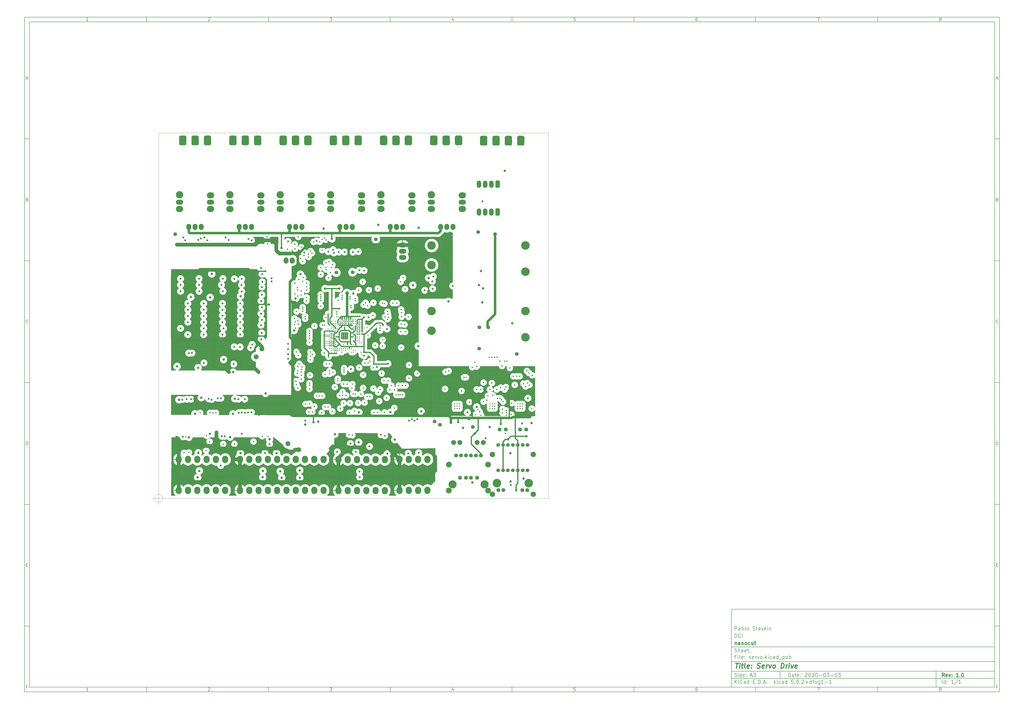
<source format=gbr>
G04 #@! TF.GenerationSoftware,KiCad,Pcbnew,5.0.2+dfsg1-1*
G04 #@! TF.CreationDate,2020-03-06T02:23:55-03:00*
G04 #@! TF.ProjectId,servo,73657276-6f2e-46b6-9963-61645f706362,1.0*
G04 #@! TF.SameCoordinates,PX3dfd240PYc5e32e0*
G04 #@! TF.FileFunction,Copper,L5,Inr*
G04 #@! TF.FilePolarity,Positive*
%FSLAX46Y46*%
G04 Gerber Fmt 4.6, Leading zero omitted, Abs format (unit mm)*
G04 Created by KiCad (PCBNEW 5.0.2+dfsg1-1) date Fri 06 Mar 2020 02:23:55 AM -03*
%MOMM*%
%LPD*%
G01*
G04 APERTURE LIST*
%ADD10C,0.100000*%
%ADD11C,0.150000*%
%ADD12C,0.300000*%
%ADD13C,0.400000*%
G04 #@! TA.AperFunction,NonConductor*
%ADD14C,0.100000*%
G04 #@! TD*
G04 #@! TA.AperFunction,ViaPad*
%ADD15O,2.000000X2.500000*%
G04 #@! TD*
G04 #@! TA.AperFunction,ViaPad*
%ADD16O,2.500000X3.000000*%
G04 #@! TD*
G04 #@! TA.AperFunction,ViaPad*
%ADD17O,1.800000X3.000000*%
G04 #@! TD*
G04 #@! TA.AperFunction,Conductor*
%ADD18C,0.100000*%
G04 #@! TD*
G04 #@! TA.AperFunction,ViaPad*
%ADD19C,1.800000*%
G04 #@! TD*
G04 #@! TA.AperFunction,ViaPad*
%ADD20O,3.000000X2.000000*%
G04 #@! TD*
G04 #@! TA.AperFunction,ViaPad*
%ADD21C,2.000000*%
G04 #@! TD*
G04 #@! TA.AperFunction,ViaPad*
%ADD22C,2.200000*%
G04 #@! TD*
G04 #@! TA.AperFunction,ViaPad*
%ADD23C,1.500000*%
G04 #@! TD*
G04 #@! TA.AperFunction,ViaPad*
%ADD24C,1.600000*%
G04 #@! TD*
G04 #@! TA.AperFunction,ViaPad*
%ADD25C,3.500000*%
G04 #@! TD*
G04 #@! TA.AperFunction,ViaPad*
%ADD26O,3.000000X2.500000*%
G04 #@! TD*
G04 #@! TA.AperFunction,ViaPad*
%ADD27O,3.000000X3.000000*%
G04 #@! TD*
G04 #@! TA.AperFunction,ViaPad*
%ADD28C,0.500000*%
G04 #@! TD*
G04 #@! TA.AperFunction,ViaPad*
%ADD29C,3.000000*%
G04 #@! TD*
G04 #@! TA.AperFunction,ViaPad*
%ADD30C,3.326000*%
G04 #@! TD*
G04 #@! TA.AperFunction,ViaPad*
%ADD31C,2.355000*%
G04 #@! TD*
G04 #@! TA.AperFunction,ViaPad*
%ADD32C,0.457000*%
G04 #@! TD*
G04 #@! TA.AperFunction,ViaPad*
%ADD33C,1.000000*%
G04 #@! TD*
G04 #@! TA.AperFunction,ViaPad*
%ADD34C,0.600000*%
G04 #@! TD*
G04 #@! TA.AperFunction,ViaPad*
%ADD35C,0.800000*%
G04 #@! TD*
G04 #@! TA.AperFunction,ViaPad*
%ADD36C,0.700000*%
G04 #@! TD*
G04 #@! TA.AperFunction,Conductor*
%ADD37C,0.500000*%
G04 #@! TD*
G04 #@! TA.AperFunction,Conductor*
%ADD38C,1.000000*%
G04 #@! TD*
G04 #@! TA.AperFunction,Conductor*
%ADD39C,1.500000*%
G04 #@! TD*
G04 #@! TA.AperFunction,Conductor*
%ADD40C,0.400000*%
G04 #@! TD*
G04 #@! TA.AperFunction,Conductor*
%ADD41C,0.152400*%
G04 #@! TD*
G04 #@! TA.AperFunction,Conductor*
%ADD42C,0.200000*%
G04 #@! TD*
%ADD43C,0.200000*%
G04 APERTURE END LIST*
D10*
D11*
X234989000Y-45502200D02*
X234989000Y-77502200D01*
X342989000Y-77502200D01*
X342989000Y-45502200D01*
X234989000Y-45502200D01*
D10*
D11*
X-55000000Y197500000D02*
X-55000000Y-79502200D01*
X344989000Y-79502200D01*
X344989000Y197500000D01*
X-55000000Y197500000D01*
D10*
D11*
X-53000000Y195500000D02*
X-53000000Y-77502200D01*
X342989000Y-77502200D01*
X342989000Y195500000D01*
X-53000000Y195500000D01*
D10*
D11*
X-5000000Y195500000D02*
X-5000000Y197500000D01*
D10*
D11*
X45000000Y195500000D02*
X45000000Y197500000D01*
D10*
D11*
X95000000Y195500000D02*
X95000000Y197500000D01*
D10*
D11*
X145000000Y195500000D02*
X145000000Y197500000D01*
D10*
D11*
X195000000Y195500000D02*
X195000000Y197500000D01*
D10*
D11*
X245000000Y195500000D02*
X245000000Y197500000D01*
D10*
D11*
X295000000Y195500000D02*
X295000000Y197500000D01*
D10*
D11*
X-28934524Y195911905D02*
X-29677381Y195911905D01*
X-29305953Y195911905D02*
X-29305953Y197211905D01*
X-29429762Y197026191D01*
X-29553572Y196902381D01*
X-29677381Y196840477D01*
D10*
D11*
X20322619Y197088096D02*
X20384523Y197150000D01*
X20508333Y197211905D01*
X20817857Y197211905D01*
X20941666Y197150000D01*
X21003571Y197088096D01*
X21065476Y196964286D01*
X21065476Y196840477D01*
X21003571Y196654762D01*
X20260714Y195911905D01*
X21065476Y195911905D01*
D10*
D11*
X70260714Y197211905D02*
X71065476Y197211905D01*
X70632142Y196716667D01*
X70817857Y196716667D01*
X70941666Y196654762D01*
X71003571Y196592858D01*
X71065476Y196469048D01*
X71065476Y196159524D01*
X71003571Y196035715D01*
X70941666Y195973810D01*
X70817857Y195911905D01*
X70446428Y195911905D01*
X70322619Y195973810D01*
X70260714Y196035715D01*
D10*
D11*
X120941666Y196778572D02*
X120941666Y195911905D01*
X120632142Y197273810D02*
X120322619Y196345239D01*
X121127380Y196345239D01*
D10*
D11*
X171003571Y197211905D02*
X170384523Y197211905D01*
X170322619Y196592858D01*
X170384523Y196654762D01*
X170508333Y196716667D01*
X170817857Y196716667D01*
X170941666Y196654762D01*
X171003571Y196592858D01*
X171065476Y196469048D01*
X171065476Y196159524D01*
X171003571Y196035715D01*
X170941666Y195973810D01*
X170817857Y195911905D01*
X170508333Y195911905D01*
X170384523Y195973810D01*
X170322619Y196035715D01*
D10*
D11*
X220941666Y197211905D02*
X220694047Y197211905D01*
X220570238Y197150000D01*
X220508333Y197088096D01*
X220384523Y196902381D01*
X220322619Y196654762D01*
X220322619Y196159524D01*
X220384523Y196035715D01*
X220446428Y195973810D01*
X220570238Y195911905D01*
X220817857Y195911905D01*
X220941666Y195973810D01*
X221003571Y196035715D01*
X221065476Y196159524D01*
X221065476Y196469048D01*
X221003571Y196592858D01*
X220941666Y196654762D01*
X220817857Y196716667D01*
X220570238Y196716667D01*
X220446428Y196654762D01*
X220384523Y196592858D01*
X220322619Y196469048D01*
D10*
D11*
X270260714Y197211905D02*
X271127380Y197211905D01*
X270570238Y195911905D01*
D10*
D11*
X320570238Y196654762D02*
X320446428Y196716667D01*
X320384523Y196778572D01*
X320322619Y196902381D01*
X320322619Y196964286D01*
X320384523Y197088096D01*
X320446428Y197150000D01*
X320570238Y197211905D01*
X320817857Y197211905D01*
X320941666Y197150000D01*
X321003571Y197088096D01*
X321065476Y196964286D01*
X321065476Y196902381D01*
X321003571Y196778572D01*
X320941666Y196716667D01*
X320817857Y196654762D01*
X320570238Y196654762D01*
X320446428Y196592858D01*
X320384523Y196530953D01*
X320322619Y196407143D01*
X320322619Y196159524D01*
X320384523Y196035715D01*
X320446428Y195973810D01*
X320570238Y195911905D01*
X320817857Y195911905D01*
X320941666Y195973810D01*
X321003571Y196035715D01*
X321065476Y196159524D01*
X321065476Y196407143D01*
X321003571Y196530953D01*
X320941666Y196592858D01*
X320817857Y196654762D01*
D10*
D11*
X-5000000Y-77502200D02*
X-5000000Y-79502200D01*
D10*
D11*
X45000000Y-77502200D02*
X45000000Y-79502200D01*
D10*
D11*
X95000000Y-77502200D02*
X95000000Y-79502200D01*
D10*
D11*
X145000000Y-77502200D02*
X145000000Y-79502200D01*
D10*
D11*
X195000000Y-77502200D02*
X195000000Y-79502200D01*
D10*
D11*
X245000000Y-77502200D02*
X245000000Y-79502200D01*
D10*
D11*
X295000000Y-77502200D02*
X295000000Y-79502200D01*
D10*
D11*
X-28934524Y-79090295D02*
X-29677381Y-79090295D01*
X-29305953Y-79090295D02*
X-29305953Y-77790295D01*
X-29429762Y-77976009D01*
X-29553572Y-78099819D01*
X-29677381Y-78161723D01*
D10*
D11*
X20322619Y-77914104D02*
X20384523Y-77852200D01*
X20508333Y-77790295D01*
X20817857Y-77790295D01*
X20941666Y-77852200D01*
X21003571Y-77914104D01*
X21065476Y-78037914D01*
X21065476Y-78161723D01*
X21003571Y-78347438D01*
X20260714Y-79090295D01*
X21065476Y-79090295D01*
D10*
D11*
X70260714Y-77790295D02*
X71065476Y-77790295D01*
X70632142Y-78285533D01*
X70817857Y-78285533D01*
X70941666Y-78347438D01*
X71003571Y-78409342D01*
X71065476Y-78533152D01*
X71065476Y-78842676D01*
X71003571Y-78966485D01*
X70941666Y-79028390D01*
X70817857Y-79090295D01*
X70446428Y-79090295D01*
X70322619Y-79028390D01*
X70260714Y-78966485D01*
D10*
D11*
X120941666Y-78223628D02*
X120941666Y-79090295D01*
X120632142Y-77728390D02*
X120322619Y-78656961D01*
X121127380Y-78656961D01*
D10*
D11*
X171003571Y-77790295D02*
X170384523Y-77790295D01*
X170322619Y-78409342D01*
X170384523Y-78347438D01*
X170508333Y-78285533D01*
X170817857Y-78285533D01*
X170941666Y-78347438D01*
X171003571Y-78409342D01*
X171065476Y-78533152D01*
X171065476Y-78842676D01*
X171003571Y-78966485D01*
X170941666Y-79028390D01*
X170817857Y-79090295D01*
X170508333Y-79090295D01*
X170384523Y-79028390D01*
X170322619Y-78966485D01*
D10*
D11*
X220941666Y-77790295D02*
X220694047Y-77790295D01*
X220570238Y-77852200D01*
X220508333Y-77914104D01*
X220384523Y-78099819D01*
X220322619Y-78347438D01*
X220322619Y-78842676D01*
X220384523Y-78966485D01*
X220446428Y-79028390D01*
X220570238Y-79090295D01*
X220817857Y-79090295D01*
X220941666Y-79028390D01*
X221003571Y-78966485D01*
X221065476Y-78842676D01*
X221065476Y-78533152D01*
X221003571Y-78409342D01*
X220941666Y-78347438D01*
X220817857Y-78285533D01*
X220570238Y-78285533D01*
X220446428Y-78347438D01*
X220384523Y-78409342D01*
X220322619Y-78533152D01*
D10*
D11*
X270260714Y-77790295D02*
X271127380Y-77790295D01*
X270570238Y-79090295D01*
D10*
D11*
X320570238Y-78347438D02*
X320446428Y-78285533D01*
X320384523Y-78223628D01*
X320322619Y-78099819D01*
X320322619Y-78037914D01*
X320384523Y-77914104D01*
X320446428Y-77852200D01*
X320570238Y-77790295D01*
X320817857Y-77790295D01*
X320941666Y-77852200D01*
X321003571Y-77914104D01*
X321065476Y-78037914D01*
X321065476Y-78099819D01*
X321003571Y-78223628D01*
X320941666Y-78285533D01*
X320817857Y-78347438D01*
X320570238Y-78347438D01*
X320446428Y-78409342D01*
X320384523Y-78471247D01*
X320322619Y-78595057D01*
X320322619Y-78842676D01*
X320384523Y-78966485D01*
X320446428Y-79028390D01*
X320570238Y-79090295D01*
X320817857Y-79090295D01*
X320941666Y-79028390D01*
X321003571Y-78966485D01*
X321065476Y-78842676D01*
X321065476Y-78595057D01*
X321003571Y-78471247D01*
X320941666Y-78409342D01*
X320817857Y-78347438D01*
D10*
D11*
X-55000000Y147500000D02*
X-53000000Y147500000D01*
D10*
D11*
X-55000000Y97500000D02*
X-53000000Y97500000D01*
D10*
D11*
X-55000000Y47500000D02*
X-53000000Y47500000D01*
D10*
D11*
X-55000000Y-2500000D02*
X-53000000Y-2500000D01*
D10*
D11*
X-55000000Y-52500000D02*
X-53000000Y-52500000D01*
D10*
D11*
X-54309524Y172283334D02*
X-53690477Y172283334D01*
X-54433334Y171911905D02*
X-54000000Y173211905D01*
X-53566667Y171911905D01*
D10*
D11*
X-53907143Y122592858D02*
X-53721429Y122530953D01*
X-53659524Y122469048D01*
X-53597620Y122345239D01*
X-53597620Y122159524D01*
X-53659524Y122035715D01*
X-53721429Y121973810D01*
X-53845239Y121911905D01*
X-54340477Y121911905D01*
X-54340477Y123211905D01*
X-53907143Y123211905D01*
X-53783334Y123150000D01*
X-53721429Y123088096D01*
X-53659524Y122964286D01*
X-53659524Y122840477D01*
X-53721429Y122716667D01*
X-53783334Y122654762D01*
X-53907143Y122592858D01*
X-54340477Y122592858D01*
D10*
D11*
X-53597620Y72035715D02*
X-53659524Y71973810D01*
X-53845239Y71911905D01*
X-53969048Y71911905D01*
X-54154762Y71973810D01*
X-54278572Y72097620D01*
X-54340477Y72221429D01*
X-54402381Y72469048D01*
X-54402381Y72654762D01*
X-54340477Y72902381D01*
X-54278572Y73026191D01*
X-54154762Y73150000D01*
X-53969048Y73211905D01*
X-53845239Y73211905D01*
X-53659524Y73150000D01*
X-53597620Y73088096D01*
D10*
D11*
X-54340477Y21911905D02*
X-54340477Y23211905D01*
X-54030953Y23211905D01*
X-53845239Y23150000D01*
X-53721429Y23026191D01*
X-53659524Y22902381D01*
X-53597620Y22654762D01*
X-53597620Y22469048D01*
X-53659524Y22221429D01*
X-53721429Y22097620D01*
X-53845239Y21973810D01*
X-54030953Y21911905D01*
X-54340477Y21911905D01*
D10*
D11*
X-54278572Y-27407142D02*
X-53845239Y-27407142D01*
X-53659524Y-28088095D02*
X-54278572Y-28088095D01*
X-54278572Y-26788095D01*
X-53659524Y-26788095D01*
D10*
D11*
X-53814286Y-77407142D02*
X-54247620Y-77407142D01*
X-54247620Y-78088095D02*
X-54247620Y-76788095D01*
X-53628572Y-76788095D01*
D10*
D11*
X344989000Y147500000D02*
X342989000Y147500000D01*
D10*
D11*
X344989000Y97500000D02*
X342989000Y97500000D01*
D10*
D11*
X344989000Y47500000D02*
X342989000Y47500000D01*
D10*
D11*
X344989000Y-2500000D02*
X342989000Y-2500000D01*
D10*
D11*
X344989000Y-52500000D02*
X342989000Y-52500000D01*
D10*
D11*
X343679476Y172283334D02*
X344298523Y172283334D01*
X343555666Y171911905D02*
X343989000Y173211905D01*
X344422333Y171911905D01*
D10*
D11*
X344081857Y122592858D02*
X344267571Y122530953D01*
X344329476Y122469048D01*
X344391380Y122345239D01*
X344391380Y122159524D01*
X344329476Y122035715D01*
X344267571Y121973810D01*
X344143761Y121911905D01*
X343648523Y121911905D01*
X343648523Y123211905D01*
X344081857Y123211905D01*
X344205666Y123150000D01*
X344267571Y123088096D01*
X344329476Y122964286D01*
X344329476Y122840477D01*
X344267571Y122716667D01*
X344205666Y122654762D01*
X344081857Y122592858D01*
X343648523Y122592858D01*
D10*
D11*
X344391380Y72035715D02*
X344329476Y71973810D01*
X344143761Y71911905D01*
X344019952Y71911905D01*
X343834238Y71973810D01*
X343710428Y72097620D01*
X343648523Y72221429D01*
X343586619Y72469048D01*
X343586619Y72654762D01*
X343648523Y72902381D01*
X343710428Y73026191D01*
X343834238Y73150000D01*
X344019952Y73211905D01*
X344143761Y73211905D01*
X344329476Y73150000D01*
X344391380Y73088096D01*
D10*
D11*
X343648523Y21911905D02*
X343648523Y23211905D01*
X343958047Y23211905D01*
X344143761Y23150000D01*
X344267571Y23026191D01*
X344329476Y22902381D01*
X344391380Y22654762D01*
X344391380Y22469048D01*
X344329476Y22221429D01*
X344267571Y22097620D01*
X344143761Y21973810D01*
X343958047Y21911905D01*
X343648523Y21911905D01*
D10*
D11*
X343710428Y-27407142D02*
X344143761Y-27407142D01*
X344329476Y-28088095D02*
X343710428Y-28088095D01*
X343710428Y-26788095D01*
X344329476Y-26788095D01*
D10*
D11*
X344174714Y-77407142D02*
X343741380Y-77407142D01*
X343741380Y-78088095D02*
X343741380Y-76788095D01*
X344360428Y-76788095D01*
D10*
D11*
X258421142Y-73280771D02*
X258421142Y-71780771D01*
X258778285Y-71780771D01*
X258992571Y-71852200D01*
X259135428Y-71995057D01*
X259206857Y-72137914D01*
X259278285Y-72423628D01*
X259278285Y-72637914D01*
X259206857Y-72923628D01*
X259135428Y-73066485D01*
X258992571Y-73209342D01*
X258778285Y-73280771D01*
X258421142Y-73280771D01*
X260564000Y-73280771D02*
X260564000Y-72495057D01*
X260492571Y-72352200D01*
X260349714Y-72280771D01*
X260064000Y-72280771D01*
X259921142Y-72352200D01*
X260564000Y-73209342D02*
X260421142Y-73280771D01*
X260064000Y-73280771D01*
X259921142Y-73209342D01*
X259849714Y-73066485D01*
X259849714Y-72923628D01*
X259921142Y-72780771D01*
X260064000Y-72709342D01*
X260421142Y-72709342D01*
X260564000Y-72637914D01*
X261064000Y-72280771D02*
X261635428Y-72280771D01*
X261278285Y-71780771D02*
X261278285Y-73066485D01*
X261349714Y-73209342D01*
X261492571Y-73280771D01*
X261635428Y-73280771D01*
X262706857Y-73209342D02*
X262564000Y-73280771D01*
X262278285Y-73280771D01*
X262135428Y-73209342D01*
X262064000Y-73066485D01*
X262064000Y-72495057D01*
X262135428Y-72352200D01*
X262278285Y-72280771D01*
X262564000Y-72280771D01*
X262706857Y-72352200D01*
X262778285Y-72495057D01*
X262778285Y-72637914D01*
X262064000Y-72780771D01*
X263421142Y-73137914D02*
X263492571Y-73209342D01*
X263421142Y-73280771D01*
X263349714Y-73209342D01*
X263421142Y-73137914D01*
X263421142Y-73280771D01*
X263421142Y-72352200D02*
X263492571Y-72423628D01*
X263421142Y-72495057D01*
X263349714Y-72423628D01*
X263421142Y-72352200D01*
X263421142Y-72495057D01*
X265206857Y-71923628D02*
X265278285Y-71852200D01*
X265421142Y-71780771D01*
X265778285Y-71780771D01*
X265921142Y-71852200D01*
X265992571Y-71923628D01*
X266064000Y-72066485D01*
X266064000Y-72209342D01*
X265992571Y-72423628D01*
X265135428Y-73280771D01*
X266064000Y-73280771D01*
X266992571Y-71780771D02*
X267135428Y-71780771D01*
X267278285Y-71852200D01*
X267349714Y-71923628D01*
X267421142Y-72066485D01*
X267492571Y-72352200D01*
X267492571Y-72709342D01*
X267421142Y-72995057D01*
X267349714Y-73137914D01*
X267278285Y-73209342D01*
X267135428Y-73280771D01*
X266992571Y-73280771D01*
X266849714Y-73209342D01*
X266778285Y-73137914D01*
X266706857Y-72995057D01*
X266635428Y-72709342D01*
X266635428Y-72352200D01*
X266706857Y-72066485D01*
X266778285Y-71923628D01*
X266849714Y-71852200D01*
X266992571Y-71780771D01*
X268064000Y-71923628D02*
X268135428Y-71852200D01*
X268278285Y-71780771D01*
X268635428Y-71780771D01*
X268778285Y-71852200D01*
X268849714Y-71923628D01*
X268921142Y-72066485D01*
X268921142Y-72209342D01*
X268849714Y-72423628D01*
X267992571Y-73280771D01*
X268921142Y-73280771D01*
X269849714Y-71780771D02*
X269992571Y-71780771D01*
X270135428Y-71852200D01*
X270206857Y-71923628D01*
X270278285Y-72066485D01*
X270349714Y-72352200D01*
X270349714Y-72709342D01*
X270278285Y-72995057D01*
X270206857Y-73137914D01*
X270135428Y-73209342D01*
X269992571Y-73280771D01*
X269849714Y-73280771D01*
X269706857Y-73209342D01*
X269635428Y-73137914D01*
X269564000Y-72995057D01*
X269492571Y-72709342D01*
X269492571Y-72352200D01*
X269564000Y-72066485D01*
X269635428Y-71923628D01*
X269706857Y-71852200D01*
X269849714Y-71780771D01*
X270992571Y-72709342D02*
X272135428Y-72709342D01*
X273135428Y-71780771D02*
X273278285Y-71780771D01*
X273421142Y-71852200D01*
X273492571Y-71923628D01*
X273564000Y-72066485D01*
X273635428Y-72352200D01*
X273635428Y-72709342D01*
X273564000Y-72995057D01*
X273492571Y-73137914D01*
X273421142Y-73209342D01*
X273278285Y-73280771D01*
X273135428Y-73280771D01*
X272992571Y-73209342D01*
X272921142Y-73137914D01*
X272849714Y-72995057D01*
X272778285Y-72709342D01*
X272778285Y-72352200D01*
X272849714Y-72066485D01*
X272921142Y-71923628D01*
X272992571Y-71852200D01*
X273135428Y-71780771D01*
X274135428Y-71780771D02*
X275064000Y-71780771D01*
X274564000Y-72352200D01*
X274778285Y-72352200D01*
X274921142Y-72423628D01*
X274992571Y-72495057D01*
X275064000Y-72637914D01*
X275064000Y-72995057D01*
X274992571Y-73137914D01*
X274921142Y-73209342D01*
X274778285Y-73280771D01*
X274349714Y-73280771D01*
X274206857Y-73209342D01*
X274135428Y-73137914D01*
X275706857Y-72709342D02*
X276849714Y-72709342D01*
X277849714Y-71780771D02*
X277992571Y-71780771D01*
X278135428Y-71852200D01*
X278206857Y-71923628D01*
X278278285Y-72066485D01*
X278349714Y-72352200D01*
X278349714Y-72709342D01*
X278278285Y-72995057D01*
X278206857Y-73137914D01*
X278135428Y-73209342D01*
X277992571Y-73280771D01*
X277849714Y-73280771D01*
X277706857Y-73209342D01*
X277635428Y-73137914D01*
X277564000Y-72995057D01*
X277492571Y-72709342D01*
X277492571Y-72352200D01*
X277564000Y-72066485D01*
X277635428Y-71923628D01*
X277706857Y-71852200D01*
X277849714Y-71780771D01*
X278849714Y-71780771D02*
X279778285Y-71780771D01*
X279278285Y-72352200D01*
X279492571Y-72352200D01*
X279635428Y-72423628D01*
X279706857Y-72495057D01*
X279778285Y-72637914D01*
X279778285Y-72995057D01*
X279706857Y-73137914D01*
X279635428Y-73209342D01*
X279492571Y-73280771D01*
X279064000Y-73280771D01*
X278921142Y-73209342D01*
X278849714Y-73137914D01*
D10*
D11*
X234989000Y-74002200D02*
X342989000Y-74002200D01*
D10*
D11*
X236421142Y-76080771D02*
X236421142Y-74580771D01*
X237278285Y-76080771D02*
X236635428Y-75223628D01*
X237278285Y-74580771D02*
X236421142Y-75437914D01*
X237921142Y-76080771D02*
X237921142Y-75080771D01*
X237921142Y-74580771D02*
X237849714Y-74652200D01*
X237921142Y-74723628D01*
X237992571Y-74652200D01*
X237921142Y-74580771D01*
X237921142Y-74723628D01*
X239492571Y-75937914D02*
X239421142Y-76009342D01*
X239206857Y-76080771D01*
X239064000Y-76080771D01*
X238849714Y-76009342D01*
X238706857Y-75866485D01*
X238635428Y-75723628D01*
X238564000Y-75437914D01*
X238564000Y-75223628D01*
X238635428Y-74937914D01*
X238706857Y-74795057D01*
X238849714Y-74652200D01*
X239064000Y-74580771D01*
X239206857Y-74580771D01*
X239421142Y-74652200D01*
X239492571Y-74723628D01*
X240778285Y-76080771D02*
X240778285Y-75295057D01*
X240706857Y-75152200D01*
X240564000Y-75080771D01*
X240278285Y-75080771D01*
X240135428Y-75152200D01*
X240778285Y-76009342D02*
X240635428Y-76080771D01*
X240278285Y-76080771D01*
X240135428Y-76009342D01*
X240064000Y-75866485D01*
X240064000Y-75723628D01*
X240135428Y-75580771D01*
X240278285Y-75509342D01*
X240635428Y-75509342D01*
X240778285Y-75437914D01*
X242135428Y-76080771D02*
X242135428Y-74580771D01*
X242135428Y-76009342D02*
X241992571Y-76080771D01*
X241706857Y-76080771D01*
X241564000Y-76009342D01*
X241492571Y-75937914D01*
X241421142Y-75795057D01*
X241421142Y-75366485D01*
X241492571Y-75223628D01*
X241564000Y-75152200D01*
X241706857Y-75080771D01*
X241992571Y-75080771D01*
X242135428Y-75152200D01*
X243992571Y-75295057D02*
X244492571Y-75295057D01*
X244706857Y-76080771D02*
X243992571Y-76080771D01*
X243992571Y-74580771D01*
X244706857Y-74580771D01*
X245349714Y-75937914D02*
X245421142Y-76009342D01*
X245349714Y-76080771D01*
X245278285Y-76009342D01*
X245349714Y-75937914D01*
X245349714Y-76080771D01*
X246064000Y-76080771D02*
X246064000Y-74580771D01*
X246421142Y-74580771D01*
X246635428Y-74652200D01*
X246778285Y-74795057D01*
X246849714Y-74937914D01*
X246921142Y-75223628D01*
X246921142Y-75437914D01*
X246849714Y-75723628D01*
X246778285Y-75866485D01*
X246635428Y-76009342D01*
X246421142Y-76080771D01*
X246064000Y-76080771D01*
X247564000Y-75937914D02*
X247635428Y-76009342D01*
X247564000Y-76080771D01*
X247492571Y-76009342D01*
X247564000Y-75937914D01*
X247564000Y-76080771D01*
X248206857Y-75652200D02*
X248921142Y-75652200D01*
X248064000Y-76080771D02*
X248564000Y-74580771D01*
X249064000Y-76080771D01*
X249564000Y-75937914D02*
X249635428Y-76009342D01*
X249564000Y-76080771D01*
X249492571Y-76009342D01*
X249564000Y-75937914D01*
X249564000Y-76080771D01*
X252564000Y-76080771D02*
X252564000Y-74580771D01*
X252706857Y-75509342D02*
X253135428Y-76080771D01*
X253135428Y-75080771D02*
X252564000Y-75652200D01*
X253778285Y-76080771D02*
X253778285Y-75080771D01*
X253778285Y-74580771D02*
X253706857Y-74652200D01*
X253778285Y-74723628D01*
X253849714Y-74652200D01*
X253778285Y-74580771D01*
X253778285Y-74723628D01*
X255135428Y-76009342D02*
X254992571Y-76080771D01*
X254706857Y-76080771D01*
X254564000Y-76009342D01*
X254492571Y-75937914D01*
X254421142Y-75795057D01*
X254421142Y-75366485D01*
X254492571Y-75223628D01*
X254564000Y-75152200D01*
X254706857Y-75080771D01*
X254992571Y-75080771D01*
X255135428Y-75152200D01*
X256421142Y-76080771D02*
X256421142Y-75295057D01*
X256349714Y-75152200D01*
X256206857Y-75080771D01*
X255921142Y-75080771D01*
X255778285Y-75152200D01*
X256421142Y-76009342D02*
X256278285Y-76080771D01*
X255921142Y-76080771D01*
X255778285Y-76009342D01*
X255706857Y-75866485D01*
X255706857Y-75723628D01*
X255778285Y-75580771D01*
X255921142Y-75509342D01*
X256278285Y-75509342D01*
X256421142Y-75437914D01*
X257778285Y-76080771D02*
X257778285Y-74580771D01*
X257778285Y-76009342D02*
X257635428Y-76080771D01*
X257349714Y-76080771D01*
X257206857Y-76009342D01*
X257135428Y-75937914D01*
X257064000Y-75795057D01*
X257064000Y-75366485D01*
X257135428Y-75223628D01*
X257206857Y-75152200D01*
X257349714Y-75080771D01*
X257635428Y-75080771D01*
X257778285Y-75152200D01*
X260349714Y-74580771D02*
X259635428Y-74580771D01*
X259564000Y-75295057D01*
X259635428Y-75223628D01*
X259778285Y-75152200D01*
X260135428Y-75152200D01*
X260278285Y-75223628D01*
X260349714Y-75295057D01*
X260421142Y-75437914D01*
X260421142Y-75795057D01*
X260349714Y-75937914D01*
X260278285Y-76009342D01*
X260135428Y-76080771D01*
X259778285Y-76080771D01*
X259635428Y-76009342D01*
X259564000Y-75937914D01*
X261064000Y-75937914D02*
X261135428Y-76009342D01*
X261064000Y-76080771D01*
X260992571Y-76009342D01*
X261064000Y-75937914D01*
X261064000Y-76080771D01*
X262064000Y-74580771D02*
X262206857Y-74580771D01*
X262349714Y-74652200D01*
X262421142Y-74723628D01*
X262492571Y-74866485D01*
X262564000Y-75152200D01*
X262564000Y-75509342D01*
X262492571Y-75795057D01*
X262421142Y-75937914D01*
X262349714Y-76009342D01*
X262206857Y-76080771D01*
X262064000Y-76080771D01*
X261921142Y-76009342D01*
X261849714Y-75937914D01*
X261778285Y-75795057D01*
X261706857Y-75509342D01*
X261706857Y-75152200D01*
X261778285Y-74866485D01*
X261849714Y-74723628D01*
X261921142Y-74652200D01*
X262064000Y-74580771D01*
X263206857Y-75937914D02*
X263278285Y-76009342D01*
X263206857Y-76080771D01*
X263135428Y-76009342D01*
X263206857Y-75937914D01*
X263206857Y-76080771D01*
X263849714Y-74723628D02*
X263921142Y-74652200D01*
X264064000Y-74580771D01*
X264421142Y-74580771D01*
X264564000Y-74652200D01*
X264635428Y-74723628D01*
X264706857Y-74866485D01*
X264706857Y-75009342D01*
X264635428Y-75223628D01*
X263778285Y-76080771D01*
X264706857Y-76080771D01*
X265349714Y-75509342D02*
X266492571Y-75509342D01*
X265921142Y-76080771D02*
X265921142Y-74937914D01*
X267849714Y-76080771D02*
X267849714Y-74580771D01*
X267849714Y-76009342D02*
X267706857Y-76080771D01*
X267421142Y-76080771D01*
X267278285Y-76009342D01*
X267206857Y-75937914D01*
X267135428Y-75795057D01*
X267135428Y-75366485D01*
X267206857Y-75223628D01*
X267278285Y-75152200D01*
X267421142Y-75080771D01*
X267706857Y-75080771D01*
X267849714Y-75152200D01*
X268349714Y-75080771D02*
X268921142Y-75080771D01*
X268564000Y-76080771D02*
X268564000Y-74795057D01*
X268635428Y-74652200D01*
X268778285Y-74580771D01*
X268921142Y-74580771D01*
X269349714Y-76009342D02*
X269492571Y-76080771D01*
X269778285Y-76080771D01*
X269921142Y-76009342D01*
X269992571Y-75866485D01*
X269992571Y-75795057D01*
X269921142Y-75652200D01*
X269778285Y-75580771D01*
X269564000Y-75580771D01*
X269421142Y-75509342D01*
X269349714Y-75366485D01*
X269349714Y-75295057D01*
X269421142Y-75152200D01*
X269564000Y-75080771D01*
X269778285Y-75080771D01*
X269921142Y-75152200D01*
X271278285Y-75080771D02*
X271278285Y-76295057D01*
X271206857Y-76437914D01*
X271135428Y-76509342D01*
X270992571Y-76580771D01*
X270778285Y-76580771D01*
X270635428Y-76509342D01*
X271278285Y-76009342D02*
X271135428Y-76080771D01*
X270849714Y-76080771D01*
X270706857Y-76009342D01*
X270635428Y-75937914D01*
X270564000Y-75795057D01*
X270564000Y-75366485D01*
X270635428Y-75223628D01*
X270706857Y-75152200D01*
X270849714Y-75080771D01*
X271135428Y-75080771D01*
X271278285Y-75152200D01*
X272778285Y-76080771D02*
X271921142Y-76080771D01*
X272349714Y-76080771D02*
X272349714Y-74580771D01*
X272206857Y-74795057D01*
X272064000Y-74937914D01*
X271921142Y-75009342D01*
X273421142Y-75509342D02*
X274564000Y-75509342D01*
X276064000Y-76080771D02*
X275206857Y-76080771D01*
X275635428Y-76080771D02*
X275635428Y-74580771D01*
X275492571Y-74795057D01*
X275349714Y-74937914D01*
X275206857Y-75009342D01*
D10*
D11*
X234989000Y-71002200D02*
X342989000Y-71002200D01*
D10*
D12*
X322398285Y-73280771D02*
X321898285Y-72566485D01*
X321541142Y-73280771D02*
X321541142Y-71780771D01*
X322112571Y-71780771D01*
X322255428Y-71852200D01*
X322326857Y-71923628D01*
X322398285Y-72066485D01*
X322398285Y-72280771D01*
X322326857Y-72423628D01*
X322255428Y-72495057D01*
X322112571Y-72566485D01*
X321541142Y-72566485D01*
X323612571Y-73209342D02*
X323469714Y-73280771D01*
X323184000Y-73280771D01*
X323041142Y-73209342D01*
X322969714Y-73066485D01*
X322969714Y-72495057D01*
X323041142Y-72352200D01*
X323184000Y-72280771D01*
X323469714Y-72280771D01*
X323612571Y-72352200D01*
X323684000Y-72495057D01*
X323684000Y-72637914D01*
X322969714Y-72780771D01*
X324184000Y-72280771D02*
X324541142Y-73280771D01*
X324898285Y-72280771D01*
X325469714Y-73137914D02*
X325541142Y-73209342D01*
X325469714Y-73280771D01*
X325398285Y-73209342D01*
X325469714Y-73137914D01*
X325469714Y-73280771D01*
X325469714Y-72352200D02*
X325541142Y-72423628D01*
X325469714Y-72495057D01*
X325398285Y-72423628D01*
X325469714Y-72352200D01*
X325469714Y-72495057D01*
X328112571Y-73280771D02*
X327255428Y-73280771D01*
X327684000Y-73280771D02*
X327684000Y-71780771D01*
X327541142Y-71995057D01*
X327398285Y-72137914D01*
X327255428Y-72209342D01*
X328755428Y-73137914D02*
X328826857Y-73209342D01*
X328755428Y-73280771D01*
X328684000Y-73209342D01*
X328755428Y-73137914D01*
X328755428Y-73280771D01*
X329755428Y-71780771D02*
X329898285Y-71780771D01*
X330041142Y-71852200D01*
X330112571Y-71923628D01*
X330184000Y-72066485D01*
X330255428Y-72352200D01*
X330255428Y-72709342D01*
X330184000Y-72995057D01*
X330112571Y-73137914D01*
X330041142Y-73209342D01*
X329898285Y-73280771D01*
X329755428Y-73280771D01*
X329612571Y-73209342D01*
X329541142Y-73137914D01*
X329469714Y-72995057D01*
X329398285Y-72709342D01*
X329398285Y-72352200D01*
X329469714Y-72066485D01*
X329541142Y-71923628D01*
X329612571Y-71852200D01*
X329755428Y-71780771D01*
D10*
D11*
X236349714Y-73209342D02*
X236564000Y-73280771D01*
X236921142Y-73280771D01*
X237064000Y-73209342D01*
X237135428Y-73137914D01*
X237206857Y-72995057D01*
X237206857Y-72852200D01*
X237135428Y-72709342D01*
X237064000Y-72637914D01*
X236921142Y-72566485D01*
X236635428Y-72495057D01*
X236492571Y-72423628D01*
X236421142Y-72352200D01*
X236349714Y-72209342D01*
X236349714Y-72066485D01*
X236421142Y-71923628D01*
X236492571Y-71852200D01*
X236635428Y-71780771D01*
X236992571Y-71780771D01*
X237206857Y-71852200D01*
X237849714Y-73280771D02*
X237849714Y-72280771D01*
X237849714Y-71780771D02*
X237778285Y-71852200D01*
X237849714Y-71923628D01*
X237921142Y-71852200D01*
X237849714Y-71780771D01*
X237849714Y-71923628D01*
X238421142Y-72280771D02*
X239206857Y-72280771D01*
X238421142Y-73280771D01*
X239206857Y-73280771D01*
X240349714Y-73209342D02*
X240206857Y-73280771D01*
X239921142Y-73280771D01*
X239778285Y-73209342D01*
X239706857Y-73066485D01*
X239706857Y-72495057D01*
X239778285Y-72352200D01*
X239921142Y-72280771D01*
X240206857Y-72280771D01*
X240349714Y-72352200D01*
X240421142Y-72495057D01*
X240421142Y-72637914D01*
X239706857Y-72780771D01*
X241064000Y-73137914D02*
X241135428Y-73209342D01*
X241064000Y-73280771D01*
X240992571Y-73209342D01*
X241064000Y-73137914D01*
X241064000Y-73280771D01*
X241064000Y-72352200D02*
X241135428Y-72423628D01*
X241064000Y-72495057D01*
X240992571Y-72423628D01*
X241064000Y-72352200D01*
X241064000Y-72495057D01*
X242849714Y-72852200D02*
X243564000Y-72852200D01*
X242706857Y-73280771D02*
X243206857Y-71780771D01*
X243706857Y-73280771D01*
X244064000Y-71780771D02*
X244992571Y-71780771D01*
X244492571Y-72352200D01*
X244706857Y-72352200D01*
X244849714Y-72423628D01*
X244921142Y-72495057D01*
X244992571Y-72637914D01*
X244992571Y-72995057D01*
X244921142Y-73137914D01*
X244849714Y-73209342D01*
X244706857Y-73280771D01*
X244278285Y-73280771D01*
X244135428Y-73209342D01*
X244064000Y-73137914D01*
D10*
D11*
X321421142Y-76080771D02*
X321421142Y-74580771D01*
X322778285Y-76080771D02*
X322778285Y-74580771D01*
X322778285Y-76009342D02*
X322635428Y-76080771D01*
X322349714Y-76080771D01*
X322206857Y-76009342D01*
X322135428Y-75937914D01*
X322064000Y-75795057D01*
X322064000Y-75366485D01*
X322135428Y-75223628D01*
X322206857Y-75152200D01*
X322349714Y-75080771D01*
X322635428Y-75080771D01*
X322778285Y-75152200D01*
X323492571Y-75937914D02*
X323564000Y-76009342D01*
X323492571Y-76080771D01*
X323421142Y-76009342D01*
X323492571Y-75937914D01*
X323492571Y-76080771D01*
X323492571Y-75152200D02*
X323564000Y-75223628D01*
X323492571Y-75295057D01*
X323421142Y-75223628D01*
X323492571Y-75152200D01*
X323492571Y-75295057D01*
X326135428Y-76080771D02*
X325278285Y-76080771D01*
X325706857Y-76080771D02*
X325706857Y-74580771D01*
X325564000Y-74795057D01*
X325421142Y-74937914D01*
X325278285Y-75009342D01*
X327849714Y-74509342D02*
X326564000Y-76437914D01*
X329135428Y-76080771D02*
X328278285Y-76080771D01*
X328706857Y-76080771D02*
X328706857Y-74580771D01*
X328564000Y-74795057D01*
X328421142Y-74937914D01*
X328278285Y-75009342D01*
D10*
D11*
X234989000Y-67002200D02*
X342989000Y-67002200D01*
D10*
D13*
X236701380Y-67706961D02*
X237844238Y-67706961D01*
X237022809Y-69706961D02*
X237272809Y-67706961D01*
X238260904Y-69706961D02*
X238427571Y-68373628D01*
X238510904Y-67706961D02*
X238403761Y-67802200D01*
X238487095Y-67897438D01*
X238594238Y-67802200D01*
X238510904Y-67706961D01*
X238487095Y-67897438D01*
X239094238Y-68373628D02*
X239856142Y-68373628D01*
X239463285Y-67706961D02*
X239249000Y-69421247D01*
X239320428Y-69611723D01*
X239499000Y-69706961D01*
X239689476Y-69706961D01*
X240641857Y-69706961D02*
X240463285Y-69611723D01*
X240391857Y-69421247D01*
X240606142Y-67706961D01*
X242177571Y-69611723D02*
X241975190Y-69706961D01*
X241594238Y-69706961D01*
X241415666Y-69611723D01*
X241344238Y-69421247D01*
X241439476Y-68659342D01*
X241558523Y-68468866D01*
X241760904Y-68373628D01*
X242141857Y-68373628D01*
X242320428Y-68468866D01*
X242391857Y-68659342D01*
X242368047Y-68849819D01*
X241391857Y-69040295D01*
X243141857Y-69516485D02*
X243225190Y-69611723D01*
X243118047Y-69706961D01*
X243034714Y-69611723D01*
X243141857Y-69516485D01*
X243118047Y-69706961D01*
X243272809Y-68468866D02*
X243356142Y-68564104D01*
X243249000Y-68659342D01*
X243165666Y-68564104D01*
X243272809Y-68468866D01*
X243249000Y-68659342D01*
X245510904Y-69611723D02*
X245784714Y-69706961D01*
X246260904Y-69706961D01*
X246463285Y-69611723D01*
X246570428Y-69516485D01*
X246689476Y-69326009D01*
X246713285Y-69135533D01*
X246641857Y-68945057D01*
X246558523Y-68849819D01*
X246379952Y-68754580D01*
X246010904Y-68659342D01*
X245832333Y-68564104D01*
X245749000Y-68468866D01*
X245677571Y-68278390D01*
X245701380Y-68087914D01*
X245820428Y-67897438D01*
X245927571Y-67802200D01*
X246129952Y-67706961D01*
X246606142Y-67706961D01*
X246879952Y-67802200D01*
X248272809Y-69611723D02*
X248070428Y-69706961D01*
X247689476Y-69706961D01*
X247510904Y-69611723D01*
X247439476Y-69421247D01*
X247534714Y-68659342D01*
X247653761Y-68468866D01*
X247856142Y-68373628D01*
X248237095Y-68373628D01*
X248415666Y-68468866D01*
X248487095Y-68659342D01*
X248463285Y-68849819D01*
X247487095Y-69040295D01*
X249213285Y-69706961D02*
X249379952Y-68373628D01*
X249332333Y-68754580D02*
X249451380Y-68564104D01*
X249558523Y-68468866D01*
X249760904Y-68373628D01*
X249951380Y-68373628D01*
X250427571Y-68373628D02*
X250737095Y-69706961D01*
X251379952Y-68373628D01*
X252260904Y-69706961D02*
X252082333Y-69611723D01*
X251999000Y-69516485D01*
X251927571Y-69326009D01*
X251999000Y-68754580D01*
X252118047Y-68564104D01*
X252225190Y-68468866D01*
X252427571Y-68373628D01*
X252713285Y-68373628D01*
X252891857Y-68468866D01*
X252975190Y-68564104D01*
X253046619Y-68754580D01*
X252975190Y-69326009D01*
X252856142Y-69516485D01*
X252749000Y-69611723D01*
X252546619Y-69706961D01*
X252260904Y-69706961D01*
X255308523Y-69706961D02*
X255558523Y-67706961D01*
X256034714Y-67706961D01*
X256308523Y-67802200D01*
X256475190Y-67992676D01*
X256546619Y-68183152D01*
X256594238Y-68564104D01*
X256558523Y-68849819D01*
X256415666Y-69230771D01*
X256296619Y-69421247D01*
X256082333Y-69611723D01*
X255784714Y-69706961D01*
X255308523Y-69706961D01*
X257308523Y-69706961D02*
X257475190Y-68373628D01*
X257427571Y-68754580D02*
X257546619Y-68564104D01*
X257653761Y-68468866D01*
X257856142Y-68373628D01*
X258046619Y-68373628D01*
X258546619Y-69706961D02*
X258713285Y-68373628D01*
X258796619Y-67706961D02*
X258689476Y-67802200D01*
X258772809Y-67897438D01*
X258879952Y-67802200D01*
X258796619Y-67706961D01*
X258772809Y-67897438D01*
X259475190Y-68373628D02*
X259784714Y-69706961D01*
X260427571Y-68373628D01*
X261796619Y-69611723D02*
X261594238Y-69706961D01*
X261213285Y-69706961D01*
X261034714Y-69611723D01*
X260963285Y-69421247D01*
X261058523Y-68659342D01*
X261177571Y-68468866D01*
X261379952Y-68373628D01*
X261760904Y-68373628D01*
X261939476Y-68468866D01*
X262010904Y-68659342D01*
X261987095Y-68849819D01*
X261010904Y-69040295D01*
D10*
D11*
X236921142Y-65095057D02*
X236421142Y-65095057D01*
X236421142Y-65880771D02*
X236421142Y-64380771D01*
X237135428Y-64380771D01*
X237706857Y-65880771D02*
X237706857Y-64880771D01*
X237706857Y-64380771D02*
X237635428Y-64452200D01*
X237706857Y-64523628D01*
X237778285Y-64452200D01*
X237706857Y-64380771D01*
X237706857Y-64523628D01*
X238635428Y-65880771D02*
X238492571Y-65809342D01*
X238421142Y-65666485D01*
X238421142Y-64380771D01*
X239778285Y-65809342D02*
X239635428Y-65880771D01*
X239349714Y-65880771D01*
X239206857Y-65809342D01*
X239135428Y-65666485D01*
X239135428Y-65095057D01*
X239206857Y-64952200D01*
X239349714Y-64880771D01*
X239635428Y-64880771D01*
X239778285Y-64952200D01*
X239849714Y-65095057D01*
X239849714Y-65237914D01*
X239135428Y-65380771D01*
X240492571Y-65737914D02*
X240564000Y-65809342D01*
X240492571Y-65880771D01*
X240421142Y-65809342D01*
X240492571Y-65737914D01*
X240492571Y-65880771D01*
X240492571Y-64952200D02*
X240564000Y-65023628D01*
X240492571Y-65095057D01*
X240421142Y-65023628D01*
X240492571Y-64952200D01*
X240492571Y-65095057D01*
X242278285Y-65809342D02*
X242421142Y-65880771D01*
X242706857Y-65880771D01*
X242849714Y-65809342D01*
X242921142Y-65666485D01*
X242921142Y-65595057D01*
X242849714Y-65452200D01*
X242706857Y-65380771D01*
X242492571Y-65380771D01*
X242349714Y-65309342D01*
X242278285Y-65166485D01*
X242278285Y-65095057D01*
X242349714Y-64952200D01*
X242492571Y-64880771D01*
X242706857Y-64880771D01*
X242849714Y-64952200D01*
X244135428Y-65809342D02*
X243992571Y-65880771D01*
X243706857Y-65880771D01*
X243564000Y-65809342D01*
X243492571Y-65666485D01*
X243492571Y-65095057D01*
X243564000Y-64952200D01*
X243706857Y-64880771D01*
X243992571Y-64880771D01*
X244135428Y-64952200D01*
X244206857Y-65095057D01*
X244206857Y-65237914D01*
X243492571Y-65380771D01*
X244849714Y-65880771D02*
X244849714Y-64880771D01*
X244849714Y-65166485D02*
X244921142Y-65023628D01*
X244992571Y-64952200D01*
X245135428Y-64880771D01*
X245278285Y-64880771D01*
X245635428Y-64880771D02*
X245992571Y-65880771D01*
X246349714Y-64880771D01*
X247135428Y-65880771D02*
X246992571Y-65809342D01*
X246921142Y-65737914D01*
X246849714Y-65595057D01*
X246849714Y-65166485D01*
X246921142Y-65023628D01*
X246992571Y-64952200D01*
X247135428Y-64880771D01*
X247349714Y-64880771D01*
X247492571Y-64952200D01*
X247564000Y-65023628D01*
X247635428Y-65166485D01*
X247635428Y-65595057D01*
X247564000Y-65737914D01*
X247492571Y-65809342D01*
X247349714Y-65880771D01*
X247135428Y-65880771D01*
X248278285Y-65737914D02*
X248349714Y-65809342D01*
X248278285Y-65880771D01*
X248206857Y-65809342D01*
X248278285Y-65737914D01*
X248278285Y-65880771D01*
X248992571Y-65880771D02*
X248992571Y-64380771D01*
X249135428Y-65309342D02*
X249564000Y-65880771D01*
X249564000Y-64880771D02*
X248992571Y-65452200D01*
X250206857Y-65880771D02*
X250206857Y-64880771D01*
X250206857Y-64380771D02*
X250135428Y-64452200D01*
X250206857Y-64523628D01*
X250278285Y-64452200D01*
X250206857Y-64380771D01*
X250206857Y-64523628D01*
X251564000Y-65809342D02*
X251421142Y-65880771D01*
X251135428Y-65880771D01*
X250992571Y-65809342D01*
X250921142Y-65737914D01*
X250849714Y-65595057D01*
X250849714Y-65166485D01*
X250921142Y-65023628D01*
X250992571Y-64952200D01*
X251135428Y-64880771D01*
X251421142Y-64880771D01*
X251564000Y-64952200D01*
X252849714Y-65880771D02*
X252849714Y-65095057D01*
X252778285Y-64952200D01*
X252635428Y-64880771D01*
X252349714Y-64880771D01*
X252206857Y-64952200D01*
X252849714Y-65809342D02*
X252706857Y-65880771D01*
X252349714Y-65880771D01*
X252206857Y-65809342D01*
X252135428Y-65666485D01*
X252135428Y-65523628D01*
X252206857Y-65380771D01*
X252349714Y-65309342D01*
X252706857Y-65309342D01*
X252849714Y-65237914D01*
X254206857Y-65880771D02*
X254206857Y-64380771D01*
X254206857Y-65809342D02*
X254064000Y-65880771D01*
X253778285Y-65880771D01*
X253635428Y-65809342D01*
X253564000Y-65737914D01*
X253492571Y-65595057D01*
X253492571Y-65166485D01*
X253564000Y-65023628D01*
X253635428Y-64952200D01*
X253778285Y-64880771D01*
X254064000Y-64880771D01*
X254206857Y-64952200D01*
X254564000Y-66023628D02*
X255706857Y-66023628D01*
X256064000Y-64880771D02*
X256064000Y-66380771D01*
X256064000Y-64952200D02*
X256206857Y-64880771D01*
X256492571Y-64880771D01*
X256635428Y-64952200D01*
X256706857Y-65023628D01*
X256778285Y-65166485D01*
X256778285Y-65595057D01*
X256706857Y-65737914D01*
X256635428Y-65809342D01*
X256492571Y-65880771D01*
X256206857Y-65880771D01*
X256064000Y-65809342D01*
X258064000Y-65809342D02*
X257921142Y-65880771D01*
X257635428Y-65880771D01*
X257492571Y-65809342D01*
X257421142Y-65737914D01*
X257349714Y-65595057D01*
X257349714Y-65166485D01*
X257421142Y-65023628D01*
X257492571Y-64952200D01*
X257635428Y-64880771D01*
X257921142Y-64880771D01*
X258064000Y-64952200D01*
X258706857Y-65880771D02*
X258706857Y-64380771D01*
X258706857Y-64952200D02*
X258849714Y-64880771D01*
X259135428Y-64880771D01*
X259278285Y-64952200D01*
X259349714Y-65023628D01*
X259421142Y-65166485D01*
X259421142Y-65595057D01*
X259349714Y-65737914D01*
X259278285Y-65809342D01*
X259135428Y-65880771D01*
X258849714Y-65880771D01*
X258706857Y-65809342D01*
D10*
D11*
X234989000Y-61002200D02*
X342989000Y-61002200D01*
D10*
D11*
X236349714Y-63109342D02*
X236564000Y-63180771D01*
X236921142Y-63180771D01*
X237064000Y-63109342D01*
X237135428Y-63037914D01*
X237206857Y-62895057D01*
X237206857Y-62752200D01*
X237135428Y-62609342D01*
X237064000Y-62537914D01*
X236921142Y-62466485D01*
X236635428Y-62395057D01*
X236492571Y-62323628D01*
X236421142Y-62252200D01*
X236349714Y-62109342D01*
X236349714Y-61966485D01*
X236421142Y-61823628D01*
X236492571Y-61752200D01*
X236635428Y-61680771D01*
X236992571Y-61680771D01*
X237206857Y-61752200D01*
X237849714Y-63180771D02*
X237849714Y-61680771D01*
X238492571Y-63180771D02*
X238492571Y-62395057D01*
X238421142Y-62252200D01*
X238278285Y-62180771D01*
X238064000Y-62180771D01*
X237921142Y-62252200D01*
X237849714Y-62323628D01*
X239778285Y-63109342D02*
X239635428Y-63180771D01*
X239349714Y-63180771D01*
X239206857Y-63109342D01*
X239135428Y-62966485D01*
X239135428Y-62395057D01*
X239206857Y-62252200D01*
X239349714Y-62180771D01*
X239635428Y-62180771D01*
X239778285Y-62252200D01*
X239849714Y-62395057D01*
X239849714Y-62537914D01*
X239135428Y-62680771D01*
X241064000Y-63109342D02*
X240921142Y-63180771D01*
X240635428Y-63180771D01*
X240492571Y-63109342D01*
X240421142Y-62966485D01*
X240421142Y-62395057D01*
X240492571Y-62252200D01*
X240635428Y-62180771D01*
X240921142Y-62180771D01*
X241064000Y-62252200D01*
X241135428Y-62395057D01*
X241135428Y-62537914D01*
X240421142Y-62680771D01*
X241564000Y-62180771D02*
X242135428Y-62180771D01*
X241778285Y-61680771D02*
X241778285Y-62966485D01*
X241849714Y-63109342D01*
X241992571Y-63180771D01*
X242135428Y-63180771D01*
X242635428Y-63037914D02*
X242706857Y-63109342D01*
X242635428Y-63180771D01*
X242564000Y-63109342D01*
X242635428Y-63037914D01*
X242635428Y-63180771D01*
X242635428Y-62252200D02*
X242706857Y-62323628D01*
X242635428Y-62395057D01*
X242564000Y-62323628D01*
X242635428Y-62252200D01*
X242635428Y-62395057D01*
D10*
D12*
X236541142Y-59180771D02*
X236541142Y-60180771D01*
X236541142Y-59323628D02*
X236612571Y-59252200D01*
X236755428Y-59180771D01*
X236969714Y-59180771D01*
X237112571Y-59252200D01*
X237184000Y-59395057D01*
X237184000Y-60180771D01*
X238541142Y-60180771D02*
X238541142Y-59395057D01*
X238469714Y-59252200D01*
X238326857Y-59180771D01*
X238041142Y-59180771D01*
X237898285Y-59252200D01*
X238541142Y-60109342D02*
X238398285Y-60180771D01*
X238041142Y-60180771D01*
X237898285Y-60109342D01*
X237826857Y-59966485D01*
X237826857Y-59823628D01*
X237898285Y-59680771D01*
X238041142Y-59609342D01*
X238398285Y-59609342D01*
X238541142Y-59537914D01*
X239255428Y-59180771D02*
X239255428Y-60180771D01*
X239255428Y-59323628D02*
X239326857Y-59252200D01*
X239469714Y-59180771D01*
X239684000Y-59180771D01*
X239826857Y-59252200D01*
X239898285Y-59395057D01*
X239898285Y-60180771D01*
X240826857Y-60180771D02*
X240684000Y-60109342D01*
X240612571Y-60037914D01*
X240541142Y-59895057D01*
X240541142Y-59466485D01*
X240612571Y-59323628D01*
X240684000Y-59252200D01*
X240826857Y-59180771D01*
X241041142Y-59180771D01*
X241184000Y-59252200D01*
X241255428Y-59323628D01*
X241326857Y-59466485D01*
X241326857Y-59895057D01*
X241255428Y-60037914D01*
X241184000Y-60109342D01*
X241041142Y-60180771D01*
X240826857Y-60180771D01*
X242612571Y-60109342D02*
X242469714Y-60180771D01*
X242184000Y-60180771D01*
X242041142Y-60109342D01*
X241969714Y-60037914D01*
X241898285Y-59895057D01*
X241898285Y-59466485D01*
X241969714Y-59323628D01*
X242041142Y-59252200D01*
X242184000Y-59180771D01*
X242469714Y-59180771D01*
X242612571Y-59252200D01*
X243898285Y-59180771D02*
X243898285Y-60180771D01*
X243255428Y-59180771D02*
X243255428Y-59966485D01*
X243326857Y-60109342D01*
X243469714Y-60180771D01*
X243684000Y-60180771D01*
X243826857Y-60109342D01*
X243898285Y-60037914D01*
X244398285Y-59180771D02*
X244969714Y-59180771D01*
X244612571Y-58680771D02*
X244612571Y-59966485D01*
X244684000Y-60109342D01*
X244826857Y-60180771D01*
X244969714Y-60180771D01*
D10*
D11*
X236421142Y-57180771D02*
X236421142Y-55680771D01*
X236778285Y-55680771D01*
X236992571Y-55752200D01*
X237135428Y-55895057D01*
X237206857Y-56037914D01*
X237278285Y-56323628D01*
X237278285Y-56537914D01*
X237206857Y-56823628D01*
X237135428Y-56966485D01*
X236992571Y-57109342D01*
X236778285Y-57180771D01*
X236421142Y-57180771D01*
X238778285Y-57037914D02*
X238706857Y-57109342D01*
X238492571Y-57180771D01*
X238349714Y-57180771D01*
X238135428Y-57109342D01*
X237992571Y-56966485D01*
X237921142Y-56823628D01*
X237849714Y-56537914D01*
X237849714Y-56323628D01*
X237921142Y-56037914D01*
X237992571Y-55895057D01*
X238135428Y-55752200D01*
X238349714Y-55680771D01*
X238492571Y-55680771D01*
X238706857Y-55752200D01*
X238778285Y-55823628D01*
X239421142Y-57180771D02*
X239421142Y-55680771D01*
D10*
D11*
X236421142Y-54180771D02*
X236421142Y-52680771D01*
X236992571Y-52680771D01*
X237135428Y-52752200D01*
X237206857Y-52823628D01*
X237278285Y-52966485D01*
X237278285Y-53180771D01*
X237206857Y-53323628D01*
X237135428Y-53395057D01*
X236992571Y-53466485D01*
X236421142Y-53466485D01*
X238564000Y-54180771D02*
X238564000Y-53395057D01*
X238492571Y-53252200D01*
X238349714Y-53180771D01*
X238064000Y-53180771D01*
X237921142Y-53252200D01*
X238564000Y-54109342D02*
X238421142Y-54180771D01*
X238064000Y-54180771D01*
X237921142Y-54109342D01*
X237849714Y-53966485D01*
X237849714Y-53823628D01*
X237921142Y-53680771D01*
X238064000Y-53609342D01*
X238421142Y-53609342D01*
X238564000Y-53537914D01*
X239278285Y-54180771D02*
X239278285Y-52680771D01*
X239278285Y-53252200D02*
X239421142Y-53180771D01*
X239706857Y-53180771D01*
X239849714Y-53252200D01*
X239921142Y-53323628D01*
X239992571Y-53466485D01*
X239992571Y-53895057D01*
X239921142Y-54037914D01*
X239849714Y-54109342D01*
X239706857Y-54180771D01*
X239421142Y-54180771D01*
X239278285Y-54109342D01*
X240849714Y-54180771D02*
X240706857Y-54109342D01*
X240635428Y-53966485D01*
X240635428Y-52680771D01*
X241635428Y-54180771D02*
X241492571Y-54109342D01*
X241421142Y-54037914D01*
X241349714Y-53895057D01*
X241349714Y-53466485D01*
X241421142Y-53323628D01*
X241492571Y-53252200D01*
X241635428Y-53180771D01*
X241849714Y-53180771D01*
X241992571Y-53252200D01*
X242064000Y-53323628D01*
X242135428Y-53466485D01*
X242135428Y-53895057D01*
X242064000Y-54037914D01*
X241992571Y-54109342D01*
X241849714Y-54180771D01*
X241635428Y-54180771D01*
X243849714Y-54109342D02*
X244064000Y-54180771D01*
X244421142Y-54180771D01*
X244564000Y-54109342D01*
X244635428Y-54037914D01*
X244706857Y-53895057D01*
X244706857Y-53752200D01*
X244635428Y-53609342D01*
X244564000Y-53537914D01*
X244421142Y-53466485D01*
X244135428Y-53395057D01*
X243992571Y-53323628D01*
X243921142Y-53252200D01*
X243849714Y-53109342D01*
X243849714Y-52966485D01*
X243921142Y-52823628D01*
X243992571Y-52752200D01*
X244135428Y-52680771D01*
X244492571Y-52680771D01*
X244706857Y-52752200D01*
X245564000Y-54180771D02*
X245421142Y-54109342D01*
X245349714Y-53966485D01*
X245349714Y-52680771D01*
X246778285Y-54180771D02*
X246778285Y-53395057D01*
X246706857Y-53252200D01*
X246564000Y-53180771D01*
X246278285Y-53180771D01*
X246135428Y-53252200D01*
X246778285Y-54109342D02*
X246635428Y-54180771D01*
X246278285Y-54180771D01*
X246135428Y-54109342D01*
X246064000Y-53966485D01*
X246064000Y-53823628D01*
X246135428Y-53680771D01*
X246278285Y-53609342D01*
X246635428Y-53609342D01*
X246778285Y-53537914D01*
X247349714Y-53180771D02*
X247706857Y-54180771D01*
X248064000Y-53180771D01*
X248635428Y-54180771D02*
X248635428Y-52680771D01*
X248778285Y-53609342D02*
X249206857Y-54180771D01*
X249206857Y-53180771D02*
X248635428Y-53752200D01*
X249849714Y-54180771D02*
X249849714Y-53180771D01*
X249849714Y-52680771D02*
X249778285Y-52752200D01*
X249849714Y-52823628D01*
X249921142Y-52752200D01*
X249849714Y-52680771D01*
X249849714Y-52823628D01*
X250564000Y-53180771D02*
X250564000Y-54180771D01*
X250564000Y-53323628D02*
X250635428Y-53252200D01*
X250778285Y-53180771D01*
X250992571Y-53180771D01*
X251135428Y-53252200D01*
X251206857Y-53395057D01*
X251206857Y-54180771D01*
D10*
D11*
X254989000Y-71002200D02*
X254989000Y-74002200D01*
D10*
D11*
X318989000Y-71002200D02*
X318989000Y-77502200D01*
D14*
X1666666Y0D02*
G75*
G03X1666666Y0I-1666666J0D01*
G01*
X-2500000Y0D02*
X2500000Y0D01*
X0Y2500000D02*
X0Y-2500000D01*
X160000000Y0D02*
X0Y0D01*
X160000000Y150000000D02*
X160000000Y0D01*
X0Y150000000D02*
X160000000Y150000000D01*
X0Y0D02*
X0Y150000000D01*
D15*
G04 #@! TO.N,/ui/speaker-*
G04 #@! TO.C,J1402*
X54800000Y97600000D03*
G04 #@! TO.N,/ui/speaker+*
X52260000Y97600000D03*
G04 #@! TD*
D16*
G04 #@! TO.N,GNDI*
G04 #@! TO.C,J1201*
X110303000Y3208000D03*
X110303000Y15908000D03*
G04 #@! TO.N,/can rs485/CAN_N_H*
X106493000Y3208000D03*
G04 #@! TO.N,/can rs485/CAN_P_H*
X102683000Y3208000D03*
G04 #@! TO.N,5VI*
X98873000Y3208000D03*
G04 #@! TO.N,/can rs485/RS485_N_H*
X106493000Y15908000D03*
G04 #@! TO.N,/can rs485/RS485_P_H*
X102683000Y15908000D03*
G04 #@! TO.N,5VI*
X98873000Y15908000D03*
G04 #@! TD*
D17*
G04 #@! TO.N,Net-(L1602-Pad1)*
G04 #@! TO.C,U1604*
X131445000Y117475000D03*
G04 #@! TO.N,VBUS2_N_H*
X133985000Y117475000D03*
G04 #@! TO.N,Net-(C1610-Pad2)*
X136525000Y117475000D03*
D18*
G04 #@! TO.N,GNDB*
G36*
X139559108Y118972833D02*
X139602791Y118966353D01*
X139645628Y118955623D01*
X139687208Y118940746D01*
X139727129Y118921865D01*
X139765007Y118899161D01*
X139800477Y118872855D01*
X139833198Y118843198D01*
X139862855Y118810477D01*
X139889161Y118775007D01*
X139911865Y118737129D01*
X139930746Y118697208D01*
X139945623Y118655628D01*
X139956353Y118612791D01*
X139962833Y118569108D01*
X139965000Y118525000D01*
X139965000Y116425000D01*
X139962833Y116380892D01*
X139956353Y116337209D01*
X139945623Y116294372D01*
X139930746Y116252792D01*
X139911865Y116212871D01*
X139889161Y116174993D01*
X139862855Y116139523D01*
X139833198Y116106802D01*
X139800477Y116077145D01*
X139765007Y116050839D01*
X139727129Y116028135D01*
X139687208Y116009254D01*
X139645628Y115994377D01*
X139602791Y115983647D01*
X139559108Y115977167D01*
X139515000Y115975000D01*
X138615000Y115975000D01*
X138570892Y115977167D01*
X138527209Y115983647D01*
X138484372Y115994377D01*
X138442792Y116009254D01*
X138402871Y116028135D01*
X138364993Y116050839D01*
X138329523Y116077145D01*
X138296802Y116106802D01*
X138267145Y116139523D01*
X138240839Y116174993D01*
X138218135Y116212871D01*
X138199254Y116252792D01*
X138184377Y116294372D01*
X138173647Y116337209D01*
X138167167Y116380892D01*
X138165000Y116425000D01*
X138165000Y118525000D01*
X138167167Y118569108D01*
X138173647Y118612791D01*
X138184377Y118655628D01*
X138199254Y118697208D01*
X138218135Y118737129D01*
X138240839Y118775007D01*
X138267145Y118810477D01*
X138296802Y118843198D01*
X138329523Y118872855D01*
X138364993Y118899161D01*
X138402871Y118921865D01*
X138442792Y118940746D01*
X138484372Y118955623D01*
X138527209Y118966353D01*
X138570892Y118972833D01*
X138615000Y118975000D01*
X139515000Y118975000D01*
X139559108Y118972833D01*
X139559108Y118972833D01*
G37*
D19*
X139065000Y117475000D03*
G04 #@! TD*
D17*
G04 #@! TO.N,Net-(L1601-Pad1)*
G04 #@! TO.C,U1603*
X131445000Y128905000D03*
G04 #@! TO.N,VBUS1_N_H*
X133985000Y128905000D03*
G04 #@! TO.N,Net-(C1609-Pad2)*
X136525000Y128905000D03*
D18*
G04 #@! TO.N,GNDB*
G36*
X139559108Y130402833D02*
X139602791Y130396353D01*
X139645628Y130385623D01*
X139687208Y130370746D01*
X139727129Y130351865D01*
X139765007Y130329161D01*
X139800477Y130302855D01*
X139833198Y130273198D01*
X139862855Y130240477D01*
X139889161Y130205007D01*
X139911865Y130167129D01*
X139930746Y130127208D01*
X139945623Y130085628D01*
X139956353Y130042791D01*
X139962833Y129999108D01*
X139965000Y129955000D01*
X139965000Y127855000D01*
X139962833Y127810892D01*
X139956353Y127767209D01*
X139945623Y127724372D01*
X139930746Y127682792D01*
X139911865Y127642871D01*
X139889161Y127604993D01*
X139862855Y127569523D01*
X139833198Y127536802D01*
X139800477Y127507145D01*
X139765007Y127480839D01*
X139727129Y127458135D01*
X139687208Y127439254D01*
X139645628Y127424377D01*
X139602791Y127413647D01*
X139559108Y127407167D01*
X139515000Y127405000D01*
X138615000Y127405000D01*
X138570892Y127407167D01*
X138527209Y127413647D01*
X138484372Y127424377D01*
X138442792Y127439254D01*
X138402871Y127458135D01*
X138364993Y127480839D01*
X138329523Y127507145D01*
X138296802Y127536802D01*
X138267145Y127569523D01*
X138240839Y127604993D01*
X138218135Y127642871D01*
X138199254Y127682792D01*
X138184377Y127724372D01*
X138173647Y127767209D01*
X138167167Y127810892D01*
X138165000Y127855000D01*
X138165000Y129955000D01*
X138167167Y129999108D01*
X138173647Y130042791D01*
X138184377Y130085628D01*
X138199254Y130127208D01*
X138218135Y130167129D01*
X138240839Y130205007D01*
X138267145Y130240477D01*
X138296802Y130273198D01*
X138329523Y130302855D01*
X138364993Y130329161D01*
X138402871Y130351865D01*
X138442792Y130370746D01*
X138484372Y130385623D01*
X138527209Y130396353D01*
X138570892Y130402833D01*
X138615000Y130405000D01*
X139515000Y130405000D01*
X139559108Y130402833D01*
X139559108Y130402833D01*
G37*
D19*
X139065000Y128905000D03*
G04 #@! TD*
D20*
G04 #@! TO.N,3V3*
G04 #@! TO.C,U702*
X100100977Y103920083D03*
G04 #@! TO.N,GND*
X100100977Y101380083D03*
G04 #@! TO.N,5VC*
X100100977Y98840083D03*
G04 #@! TD*
D21*
G04 #@! TO.N,GNDI*
G04 #@! TO.C,JP703*
X53000977Y22340081D03*
G04 #@! TO.N,GNDP*
X40004212Y58048401D03*
G04 #@! TD*
G04 #@! TO.N,5VI*
G04 #@! TO.C,JP704*
X57400977Y19940083D03*
G04 #@! TO.N,5VP*
X42352091Y61286558D03*
G04 #@! TD*
D22*
G04 #@! TO.N,Earth*
G04 #@! TO.C,J401*
X136942200Y1605200D03*
X153731600Y1605200D03*
X153731600Y17988200D03*
X136942200Y17988200D03*
D23*
G04 #@! TO.N,/ethercat/P1_TD_P*
X139294200Y11437200D03*
G04 #@! TO.N,3V3*
X141304200Y11437200D03*
G04 #@! TO.N,/ethercat/P1_TD_N*
X143314200Y11437200D03*
G04 #@! TO.N,/ethercat/P1_RD_P*
X145324200Y11437200D03*
G04 #@! TO.N,3V3*
X147334200Y11437200D03*
G04 #@! TO.N,/ethercat/P1_RD_N*
X149344200Y11437200D03*
G04 #@! TO.N,Earth*
X151354200Y11437200D03*
G04 #@! TO.N,/ethercat/P0_TD_P*
X139294200Y21847200D03*
G04 #@! TO.N,3V3*
X141304200Y21847200D03*
G04 #@! TO.N,/ethercat/P0_TD_N*
X143314200Y21847200D03*
G04 #@! TO.N,/ethercat/P0_RD_P*
X145324200Y21847200D03*
G04 #@! TO.N,3V3*
X147334200Y21847200D03*
G04 #@! TO.N,/ethercat/P0_RD_N*
X149344200Y21847200D03*
G04 #@! TO.N,Earth*
X151354200Y21847200D03*
D24*
G04 #@! TO.N,Net-(J401-Pad15)*
X139379200Y3337200D03*
G04 #@! TO.N,ECAT1_RJ_LED1*
X141414200Y3337200D03*
G04 #@! TO.N,Net-(J401-Pad17)*
X149234200Y3337200D03*
G04 #@! TO.N,ECAT1_RJ_LED0*
X151269200Y3337200D03*
G04 #@! TO.N,Net-(J401-Pad19)*
X139864200Y28197200D03*
G04 #@! TO.N,ECAT0_RJ_LED0*
X142404200Y28197200D03*
G04 #@! TO.N,Net-(J401-Pad21)*
X148244200Y28197200D03*
G04 #@! TO.N,ECAT0_RJ_LED1*
X150784200Y28197200D03*
D25*
G04 #@! TO.N,Earth*
X138769200Y6177200D03*
X151879200Y6177200D03*
G04 #@! TD*
D16*
G04 #@! TO.N,5VI*
G04 #@! TO.C,J1001*
X8275000Y15908000D03*
G04 #@! TO.N,/step_dir/STEP2_P_H*
X12085000Y15908000D03*
G04 #@! TO.N,/step_dir/STEP2_N_H*
X15895000Y15908000D03*
G04 #@! TO.N,/step_dir/DIR2_A_P_H*
X19705000Y15908000D03*
G04 #@! TO.N,/step_dir/DIR2_A_N_H*
X23515000Y15908000D03*
G04 #@! TO.N,5VI*
X8275000Y3208000D03*
G04 #@! TO.N,/step_dir/STEP1_P_H*
X12085000Y3208000D03*
G04 #@! TO.N,/step_dir/STEP1_N_H*
X15895000Y3208000D03*
G04 #@! TO.N,/step_dir/DIR1_A_P_H*
X19705000Y3208000D03*
G04 #@! TO.N,/step_dir/DIR1_A_N_H*
X23515000Y3208000D03*
G04 #@! TO.N,GNDI*
X27325000Y3208000D03*
X27325000Y15908000D03*
G04 #@! TD*
D15*
G04 #@! TO.N,Net-(R1503-Pad1)*
G04 #@! TO.C,U1502*
X58815080Y111336920D03*
G04 #@! TO.N,5VC*
X53735080Y111336920D03*
G04 #@! TO.N,GND*
X56275080Y111336920D03*
D20*
G04 #@! TO.N,/lem/LemA_All_2*
X49920000Y121502000D03*
D26*
G04 #@! TO.N,/lem/LemA_All_1*
X49920000Y118712000D03*
D27*
G04 #@! TO.N,/lem/LemA_All_3*
X49920000Y124542000D03*
D26*
G04 #@! TO.N,/lem/LemA_All_4*
X62620000Y124292000D03*
G04 #@! TO.N,/lem/LemA_All_6*
X62620000Y118712000D03*
D20*
G04 #@! TO.N,/lem/LemA_All_5*
X62620000Y121502000D03*
G04 #@! TD*
D15*
G04 #@! TO.N,Net-(R1501-Pad1)*
G04 #@! TO.C,U1501*
X38161080Y111336920D03*
G04 #@! TO.N,5VC*
X33081080Y111336920D03*
G04 #@! TO.N,GND*
X35621080Y111336920D03*
D20*
G04 #@! TO.N,/lem/LemAV_2*
X29266000Y121502000D03*
D26*
G04 #@! TO.N,/lem/LemAV_1*
X29266000Y118712000D03*
D27*
G04 #@! TO.N,/lem/LemAV_3*
X29266000Y124542000D03*
D26*
G04 #@! TO.N,/lem/LemAV_4*
X41966000Y124292000D03*
G04 #@! TO.N,/lem/LemAV_6*
X41966000Y118712000D03*
D20*
G04 #@! TO.N,/lem/LemAV_5*
X41966000Y121502000D03*
G04 #@! TD*
D15*
G04 #@! TO.N,Net-(R1509-Pad1)*
G04 #@! TO.C,U1505*
X100123080Y111336920D03*
G04 #@! TO.N,5VC*
X95043080Y111336920D03*
G04 #@! TO.N,GND*
X97583080Y111336920D03*
D20*
G04 #@! TO.N,/lem/LemBV_2*
X91228000Y121502000D03*
D26*
G04 #@! TO.N,/lem/LemBV_1*
X91228000Y118712000D03*
D27*
G04 #@! TO.N,/lem/LemBV_3*
X91228000Y124542000D03*
D26*
G04 #@! TO.N,/lem/LemBV_4*
X103928000Y124292000D03*
G04 #@! TO.N,/lem/LemBV_6*
X103928000Y118712000D03*
D20*
G04 #@! TO.N,/lem/LemBV_5*
X103928000Y121502000D03*
G04 #@! TD*
D15*
G04 #@! TO.N,Net-(R1507-Pad1)*
G04 #@! TO.C,U1504*
X79469080Y111336920D03*
G04 #@! TO.N,5VC*
X74389080Y111336920D03*
G04 #@! TO.N,GND*
X76929080Y111336920D03*
D20*
G04 #@! TO.N,/lem/LemBU_2*
X70574000Y121502000D03*
D26*
G04 #@! TO.N,/lem/LemBU_1*
X70574000Y118712000D03*
D27*
G04 #@! TO.N,/lem/LemBU_3*
X70574000Y124542000D03*
D26*
G04 #@! TO.N,/lem/LemBU_4*
X83274000Y124292000D03*
G04 #@! TO.N,/lem/LemBU_6*
X83274000Y118712000D03*
D20*
G04 #@! TO.N,/lem/LemBU_5*
X83274000Y121502000D03*
G04 #@! TD*
D15*
G04 #@! TO.N,Net-(R1505-Pad1)*
G04 #@! TO.C,U1503*
X17507080Y111336920D03*
G04 #@! TO.N,5VC*
X12427080Y111336920D03*
G04 #@! TO.N,GND*
X14967080Y111336920D03*
D20*
G04 #@! TO.N,/lem/LemAU_2*
X8612000Y121502000D03*
D26*
G04 #@! TO.N,/lem/LemAU_1*
X8612000Y118712000D03*
D27*
G04 #@! TO.N,/lem/LemAU_3*
X8612000Y124542000D03*
D26*
G04 #@! TO.N,/lem/LemAU_4*
X21312000Y124292000D03*
G04 #@! TO.N,/lem/LemAU_6*
X21312000Y118712000D03*
D20*
G04 #@! TO.N,/lem/LemAU_5*
X21312000Y121502000D03*
G04 #@! TD*
D15*
G04 #@! TO.N,Net-(R1511-Pad1)*
G04 #@! TO.C,U1506*
X120777080Y111336920D03*
G04 #@! TO.N,5VC*
X115697080Y111336920D03*
G04 #@! TO.N,GND*
X118237080Y111336920D03*
D20*
G04 #@! TO.N,/lem/LemB_All_2*
X111882000Y121502000D03*
D26*
G04 #@! TO.N,/lem/LemB_All_1*
X111882000Y118712000D03*
D27*
G04 #@! TO.N,/lem/LemB_All_3*
X111882000Y124542000D03*
D26*
G04 #@! TO.N,/lem/LemB_All_4*
X124582000Y124292000D03*
G04 #@! TO.N,/lem/LemB_All_6*
X124582000Y118712000D03*
D20*
G04 #@! TO.N,/lem/LemB_All_5*
X124582000Y121502000D03*
G04 #@! TD*
D28*
G04 #@! TO.N,GND*
G04 #@! TO.C,U402*
X135898000Y36749400D03*
X136898000Y36749400D03*
X137898000Y36749400D03*
X135898000Y37749400D03*
X136898000Y37749400D03*
X137898000Y37749400D03*
X135898000Y38749400D03*
X136898000Y38749400D03*
X137898000Y38749400D03*
G04 #@! TD*
G04 #@! TO.N,GND*
G04 #@! TO.C,U201*
X123490400Y36749400D03*
X122490400Y36749400D03*
X121490400Y36749400D03*
X123490400Y37749400D03*
X122490400Y37749400D03*
X121490400Y37749400D03*
X123490400Y38749400D03*
X122490400Y38749400D03*
X121490400Y38749400D03*
G04 #@! TD*
D18*
G04 #@! TO.N,Net-(J701-Pad4a)*
G04 #@! TO.C,J701*
G36*
X134173513Y148761389D02*
X134246318Y148750589D01*
X134317714Y148732705D01*
X134387013Y148707910D01*
X134453548Y148676441D01*
X134516678Y148638602D01*
X134575795Y148594758D01*
X134630330Y148545330D01*
X134679758Y148490795D01*
X134723602Y148431678D01*
X134761441Y148368548D01*
X134792910Y148302013D01*
X134817705Y148232714D01*
X134835589Y148161318D01*
X134846389Y148088513D01*
X134850000Y148015000D01*
X134850000Y145515000D01*
X134846389Y145441487D01*
X134835589Y145368682D01*
X134817705Y145297286D01*
X134792910Y145227987D01*
X134761441Y145161452D01*
X134723602Y145098322D01*
X134679758Y145039205D01*
X134630330Y144984670D01*
X134575795Y144935242D01*
X134516678Y144891398D01*
X134453548Y144853559D01*
X134387013Y144822090D01*
X134317714Y144797295D01*
X134246318Y144779411D01*
X134173513Y144768611D01*
X134100000Y144765000D01*
X132600000Y144765000D01*
X132526487Y144768611D01*
X132453682Y144779411D01*
X132382286Y144797295D01*
X132312987Y144822090D01*
X132246452Y144853559D01*
X132183322Y144891398D01*
X132124205Y144935242D01*
X132069670Y144984670D01*
X132020242Y145039205D01*
X131976398Y145098322D01*
X131938559Y145161452D01*
X131907090Y145227987D01*
X131882295Y145297286D01*
X131864411Y145368682D01*
X131853611Y145441487D01*
X131850000Y145515000D01*
X131850000Y148015000D01*
X131853611Y148088513D01*
X131864411Y148161318D01*
X131882295Y148232714D01*
X131907090Y148302013D01*
X131938559Y148368548D01*
X131976398Y148431678D01*
X132020242Y148490795D01*
X132069670Y148545330D01*
X132124205Y148594758D01*
X132183322Y148638602D01*
X132246452Y148676441D01*
X132312987Y148707910D01*
X132382286Y148732705D01*
X132453682Y148750589D01*
X132526487Y148761389D01*
X132600000Y148765000D01*
X134100000Y148765000D01*
X134173513Y148761389D01*
X134173513Y148761389D01*
G37*
D29*
X133350000Y146765000D03*
D18*
G04 #@! TO.N,/ac_in/AC_N*
G36*
X139253513Y148761389D02*
X139326318Y148750589D01*
X139397714Y148732705D01*
X139467013Y148707910D01*
X139533548Y148676441D01*
X139596678Y148638602D01*
X139655795Y148594758D01*
X139710330Y148545330D01*
X139759758Y148490795D01*
X139803602Y148431678D01*
X139841441Y148368548D01*
X139872910Y148302013D01*
X139897705Y148232714D01*
X139915589Y148161318D01*
X139926389Y148088513D01*
X139930000Y148015000D01*
X139930000Y145515000D01*
X139926389Y145441487D01*
X139915589Y145368682D01*
X139897705Y145297286D01*
X139872910Y145227987D01*
X139841441Y145161452D01*
X139803602Y145098322D01*
X139759758Y145039205D01*
X139710330Y144984670D01*
X139655795Y144935242D01*
X139596678Y144891398D01*
X139533548Y144853559D01*
X139467013Y144822090D01*
X139397714Y144797295D01*
X139326318Y144779411D01*
X139253513Y144768611D01*
X139180000Y144765000D01*
X137680000Y144765000D01*
X137606487Y144768611D01*
X137533682Y144779411D01*
X137462286Y144797295D01*
X137392987Y144822090D01*
X137326452Y144853559D01*
X137263322Y144891398D01*
X137204205Y144935242D01*
X137149670Y144984670D01*
X137100242Y145039205D01*
X137056398Y145098322D01*
X137018559Y145161452D01*
X136987090Y145227987D01*
X136962295Y145297286D01*
X136944411Y145368682D01*
X136933611Y145441487D01*
X136930000Y145515000D01*
X136930000Y148015000D01*
X136933611Y148088513D01*
X136944411Y148161318D01*
X136962295Y148232714D01*
X136987090Y148302013D01*
X137018559Y148368548D01*
X137056398Y148431678D01*
X137100242Y148490795D01*
X137149670Y148545330D01*
X137204205Y148594758D01*
X137263322Y148638602D01*
X137326452Y148676441D01*
X137392987Y148707910D01*
X137462286Y148732705D01*
X137533682Y148750589D01*
X137606487Y148761389D01*
X137680000Y148765000D01*
X139180000Y148765000D01*
X139253513Y148761389D01*
X139253513Y148761389D01*
G37*
D29*
X138430000Y146765000D03*
D18*
G04 #@! TO.N,/ac_in/AC_L_H*
G36*
X144333513Y148761389D02*
X144406318Y148750589D01*
X144477714Y148732705D01*
X144547013Y148707910D01*
X144613548Y148676441D01*
X144676678Y148638602D01*
X144735795Y148594758D01*
X144790330Y148545330D01*
X144839758Y148490795D01*
X144883602Y148431678D01*
X144921441Y148368548D01*
X144952910Y148302013D01*
X144977705Y148232714D01*
X144995589Y148161318D01*
X145006389Y148088513D01*
X145010000Y148015000D01*
X145010000Y145515000D01*
X145006389Y145441487D01*
X144995589Y145368682D01*
X144977705Y145297286D01*
X144952910Y145227987D01*
X144921441Y145161452D01*
X144883602Y145098322D01*
X144839758Y145039205D01*
X144790330Y144984670D01*
X144735795Y144935242D01*
X144676678Y144891398D01*
X144613548Y144853559D01*
X144547013Y144822090D01*
X144477714Y144797295D01*
X144406318Y144779411D01*
X144333513Y144768611D01*
X144260000Y144765000D01*
X142760000Y144765000D01*
X142686487Y144768611D01*
X142613682Y144779411D01*
X142542286Y144797295D01*
X142472987Y144822090D01*
X142406452Y144853559D01*
X142343322Y144891398D01*
X142284205Y144935242D01*
X142229670Y144984670D01*
X142180242Y145039205D01*
X142136398Y145098322D01*
X142098559Y145161452D01*
X142067090Y145227987D01*
X142042295Y145297286D01*
X142024411Y145368682D01*
X142013611Y145441487D01*
X142010000Y145515000D01*
X142010000Y148015000D01*
X142013611Y148088513D01*
X142024411Y148161318D01*
X142042295Y148232714D01*
X142067090Y148302013D01*
X142098559Y148368548D01*
X142136398Y148431678D01*
X142180242Y148490795D01*
X142229670Y148545330D01*
X142284205Y148594758D01*
X142343322Y148638602D01*
X142406452Y148676441D01*
X142472987Y148707910D01*
X142542286Y148732705D01*
X142613682Y148750589D01*
X142686487Y148761389D01*
X142760000Y148765000D01*
X144260000Y148765000D01*
X144333513Y148761389D01*
X144333513Y148761389D01*
G37*
D29*
X143510000Y146765000D03*
D18*
G04 #@! TO.N,/ac_in/AC_L_C*
G36*
X149413513Y148761389D02*
X149486318Y148750589D01*
X149557714Y148732705D01*
X149627013Y148707910D01*
X149693548Y148676441D01*
X149756678Y148638602D01*
X149815795Y148594758D01*
X149870330Y148545330D01*
X149919758Y148490795D01*
X149963602Y148431678D01*
X150001441Y148368548D01*
X150032910Y148302013D01*
X150057705Y148232714D01*
X150075589Y148161318D01*
X150086389Y148088513D01*
X150090000Y148015000D01*
X150090000Y145515000D01*
X150086389Y145441487D01*
X150075589Y145368682D01*
X150057705Y145297286D01*
X150032910Y145227987D01*
X150001441Y145161452D01*
X149963602Y145098322D01*
X149919758Y145039205D01*
X149870330Y144984670D01*
X149815795Y144935242D01*
X149756678Y144891398D01*
X149693548Y144853559D01*
X149627013Y144822090D01*
X149557714Y144797295D01*
X149486318Y144779411D01*
X149413513Y144768611D01*
X149340000Y144765000D01*
X147840000Y144765000D01*
X147766487Y144768611D01*
X147693682Y144779411D01*
X147622286Y144797295D01*
X147552987Y144822090D01*
X147486452Y144853559D01*
X147423322Y144891398D01*
X147364205Y144935242D01*
X147309670Y144984670D01*
X147260242Y145039205D01*
X147216398Y145098322D01*
X147178559Y145161452D01*
X147147090Y145227987D01*
X147122295Y145297286D01*
X147104411Y145368682D01*
X147093611Y145441487D01*
X147090000Y145515000D01*
X147090000Y148015000D01*
X147093611Y148088513D01*
X147104411Y148161318D01*
X147122295Y148232714D01*
X147147090Y148302013D01*
X147178559Y148368548D01*
X147216398Y148431678D01*
X147260242Y148490795D01*
X147309670Y148545330D01*
X147364205Y148594758D01*
X147423322Y148638602D01*
X147486452Y148676441D01*
X147552987Y148707910D01*
X147622286Y148732705D01*
X147693682Y148750589D01*
X147766487Y148761389D01*
X147840000Y148765000D01*
X149340000Y148765000D01*
X149413513Y148761389D01*
X149413513Y148761389D01*
G37*
D29*
X148590000Y146765000D03*
G04 #@! TD*
D21*
G04 #@! TO.N,/ethernet/enet_led0*
G04 #@! TO.C,J201*
X133219200Y22865200D03*
G04 #@! TO.N,Net-(J201-Pad14)*
X130679200Y22865200D03*
G04 #@! TO.N,Net-(J201-Pad15)*
X123569200Y22865200D03*
G04 #@! TO.N,/ethernet/enet_led1*
X121029200Y22865200D03*
D24*
G04 #@! TO.N,3V3*
X122049200Y17535200D03*
G04 #@! TO.N,/ethernet/P0_RD_N*
X124079200Y17535200D03*
G04 #@! TO.N,/ethernet/P0_RD_P*
X126109200Y17535200D03*
G04 #@! TO.N,/ethernet/P0_TD_N*
X128139200Y17535200D03*
G04 #@! TO.N,/ethernet/P0_TD_P*
X130169200Y17535200D03*
G04 #@! TO.N,3V3*
X132199200Y17535200D03*
D30*
G04 #@! TO.N,Earth*
X133689200Y5695200D03*
X120559200Y5695200D03*
D31*
X119069200Y13805200D03*
X135179200Y13805200D03*
X135189200Y3185200D03*
X119059200Y3185200D03*
D24*
G04 #@! TO.N,GND*
X130629200Y8395200D03*
G04 #@! TO.N,USB_D+*
X128129200Y8395200D03*
G04 #@! TO.N,USB_D-*
X126119200Y8395200D03*
G04 #@! TO.N,USB_VBUS*
X123619200Y8395200D03*
G04 #@! TD*
D16*
G04 #@! TO.N,GNDI*
G04 #@! TO.C,J1101*
X67711000Y3208000D03*
X67711000Y15908000D03*
G04 #@! TO.N,/qep/QEP1_S_N_H*
X63901000Y3208000D03*
G04 #@! TO.N,/qep/QEP2_S_N_H*
X63901000Y15908000D03*
G04 #@! TO.N,/qep/QEP1_S_P_H*
X60091000Y3208000D03*
G04 #@! TO.N,/qep/QEP2_S_P_H*
X60091000Y15908000D03*
G04 #@! TO.N,/qep/QEP1_I_N_H*
X56281000Y3208000D03*
G04 #@! TO.N,/qep/QEP2_I_N_H*
X56281000Y15908000D03*
G04 #@! TO.N,/qep/QEP2_I_P_H*
X52471000Y15908000D03*
G04 #@! TO.N,/qep/QEP1_I_P_H*
X52471000Y3208000D03*
G04 #@! TO.N,/qep/QEP1_B_N_H*
X48661000Y3208000D03*
G04 #@! TO.N,/qep/QEP1_B_P_H*
X44851000Y3208000D03*
G04 #@! TO.N,/qep/QEP1_A_N_H*
X41041000Y3208000D03*
G04 #@! TO.N,/qep/QEP1_A_P_H*
X37231000Y3208000D03*
G04 #@! TO.N,5VI*
X33421000Y3208000D03*
G04 #@! TO.N,/qep/QEP2_B_N_H*
X48661000Y15908000D03*
G04 #@! TO.N,/qep/QEP2_B_P_H*
X44851000Y15908000D03*
G04 #@! TO.N,/qep/QEP2_A_N_H*
X41041000Y15908000D03*
G04 #@! TO.N,/qep/QEP2_A_P_H*
X37231000Y15908000D03*
G04 #@! TO.N,5VI*
X33421000Y15908000D03*
G04 #@! TD*
G04 #@! TO.N,5VI*
G04 #@! TO.C,J1901*
X73787000Y15875000D03*
G04 #@! TO.N,/endat/ENDAT2_CLK_H_P*
X77597000Y15875000D03*
G04 #@! TO.N,/endat/ENDAT2_CLK_H_N*
X81407000Y15875000D03*
G04 #@! TO.N,/endat/ENDAT2_DATA_H_P*
X85217000Y15875000D03*
G04 #@! TO.N,/endat/ENDAT2_DATA_H_N*
X89027000Y15875000D03*
G04 #@! TO.N,5VI*
X73787000Y3175000D03*
G04 #@! TO.N,/endat/ENDAT1_CLK_H_P*
X77597000Y3175000D03*
G04 #@! TO.N,/endat/ENDAT1_CLK_H_N*
X81407000Y3175000D03*
G04 #@! TO.N,/endat/ENDAT1_DATA_H_P*
X85217000Y3175000D03*
G04 #@! TO.N,/endat/ENDAT1_DATA_H_N*
X89027000Y3175000D03*
G04 #@! TO.N,GNDI*
X92837000Y3175000D03*
X92837000Y15875000D03*
G04 #@! TD*
D18*
G04 #@! TO.N,/lem/LemB_All_4*
G04 #@! TO.C,J1506*
G36*
X123885513Y148870389D02*
X123958318Y148859589D01*
X124029714Y148841705D01*
X124099013Y148816910D01*
X124165548Y148785441D01*
X124228678Y148747602D01*
X124287795Y148703758D01*
X124342330Y148654330D01*
X124391758Y148599795D01*
X124435602Y148540678D01*
X124473441Y148477548D01*
X124504910Y148411013D01*
X124529705Y148341714D01*
X124547589Y148270318D01*
X124558389Y148197513D01*
X124562000Y148124000D01*
X124562000Y145624000D01*
X124558389Y145550487D01*
X124547589Y145477682D01*
X124529705Y145406286D01*
X124504910Y145336987D01*
X124473441Y145270452D01*
X124435602Y145207322D01*
X124391758Y145148205D01*
X124342330Y145093670D01*
X124287795Y145044242D01*
X124228678Y145000398D01*
X124165548Y144962559D01*
X124099013Y144931090D01*
X124029714Y144906295D01*
X123958318Y144888411D01*
X123885513Y144877611D01*
X123812000Y144874000D01*
X122312000Y144874000D01*
X122238487Y144877611D01*
X122165682Y144888411D01*
X122094286Y144906295D01*
X122024987Y144931090D01*
X121958452Y144962559D01*
X121895322Y145000398D01*
X121836205Y145044242D01*
X121781670Y145093670D01*
X121732242Y145148205D01*
X121688398Y145207322D01*
X121650559Y145270452D01*
X121619090Y145336987D01*
X121594295Y145406286D01*
X121576411Y145477682D01*
X121565611Y145550487D01*
X121562000Y145624000D01*
X121562000Y148124000D01*
X121565611Y148197513D01*
X121576411Y148270318D01*
X121594295Y148341714D01*
X121619090Y148411013D01*
X121650559Y148477548D01*
X121688398Y148540678D01*
X121732242Y148599795D01*
X121781670Y148654330D01*
X121836205Y148703758D01*
X121895322Y148747602D01*
X121958452Y148785441D01*
X122024987Y148816910D01*
X122094286Y148841705D01*
X122165682Y148859589D01*
X122238487Y148870389D01*
X122312000Y148874000D01*
X123812000Y148874000D01*
X123885513Y148870389D01*
X123885513Y148870389D01*
G37*
D29*
X123062000Y146874000D03*
D18*
G04 #@! TO.N,/lem/LemB_All_5*
G36*
X118805513Y148870389D02*
X118878318Y148859589D01*
X118949714Y148841705D01*
X119019013Y148816910D01*
X119085548Y148785441D01*
X119148678Y148747602D01*
X119207795Y148703758D01*
X119262330Y148654330D01*
X119311758Y148599795D01*
X119355602Y148540678D01*
X119393441Y148477548D01*
X119424910Y148411013D01*
X119449705Y148341714D01*
X119467589Y148270318D01*
X119478389Y148197513D01*
X119482000Y148124000D01*
X119482000Y145624000D01*
X119478389Y145550487D01*
X119467589Y145477682D01*
X119449705Y145406286D01*
X119424910Y145336987D01*
X119393441Y145270452D01*
X119355602Y145207322D01*
X119311758Y145148205D01*
X119262330Y145093670D01*
X119207795Y145044242D01*
X119148678Y145000398D01*
X119085548Y144962559D01*
X119019013Y144931090D01*
X118949714Y144906295D01*
X118878318Y144888411D01*
X118805513Y144877611D01*
X118732000Y144874000D01*
X117232000Y144874000D01*
X117158487Y144877611D01*
X117085682Y144888411D01*
X117014286Y144906295D01*
X116944987Y144931090D01*
X116878452Y144962559D01*
X116815322Y145000398D01*
X116756205Y145044242D01*
X116701670Y145093670D01*
X116652242Y145148205D01*
X116608398Y145207322D01*
X116570559Y145270452D01*
X116539090Y145336987D01*
X116514295Y145406286D01*
X116496411Y145477682D01*
X116485611Y145550487D01*
X116482000Y145624000D01*
X116482000Y148124000D01*
X116485611Y148197513D01*
X116496411Y148270318D01*
X116514295Y148341714D01*
X116539090Y148411013D01*
X116570559Y148477548D01*
X116608398Y148540678D01*
X116652242Y148599795D01*
X116701670Y148654330D01*
X116756205Y148703758D01*
X116815322Y148747602D01*
X116878452Y148785441D01*
X116944987Y148816910D01*
X117014286Y148841705D01*
X117085682Y148859589D01*
X117158487Y148870389D01*
X117232000Y148874000D01*
X118732000Y148874000D01*
X118805513Y148870389D01*
X118805513Y148870389D01*
G37*
D29*
X117982000Y146874000D03*
D18*
G04 #@! TO.N,/lem/LemB_All_1*
G36*
X113725513Y148870389D02*
X113798318Y148859589D01*
X113869714Y148841705D01*
X113939013Y148816910D01*
X114005548Y148785441D01*
X114068678Y148747602D01*
X114127795Y148703758D01*
X114182330Y148654330D01*
X114231758Y148599795D01*
X114275602Y148540678D01*
X114313441Y148477548D01*
X114344910Y148411013D01*
X114369705Y148341714D01*
X114387589Y148270318D01*
X114398389Y148197513D01*
X114402000Y148124000D01*
X114402000Y145624000D01*
X114398389Y145550487D01*
X114387589Y145477682D01*
X114369705Y145406286D01*
X114344910Y145336987D01*
X114313441Y145270452D01*
X114275602Y145207322D01*
X114231758Y145148205D01*
X114182330Y145093670D01*
X114127795Y145044242D01*
X114068678Y145000398D01*
X114005548Y144962559D01*
X113939013Y144931090D01*
X113869714Y144906295D01*
X113798318Y144888411D01*
X113725513Y144877611D01*
X113652000Y144874000D01*
X112152000Y144874000D01*
X112078487Y144877611D01*
X112005682Y144888411D01*
X111934286Y144906295D01*
X111864987Y144931090D01*
X111798452Y144962559D01*
X111735322Y145000398D01*
X111676205Y145044242D01*
X111621670Y145093670D01*
X111572242Y145148205D01*
X111528398Y145207322D01*
X111490559Y145270452D01*
X111459090Y145336987D01*
X111434295Y145406286D01*
X111416411Y145477682D01*
X111405611Y145550487D01*
X111402000Y145624000D01*
X111402000Y148124000D01*
X111405611Y148197513D01*
X111416411Y148270318D01*
X111434295Y148341714D01*
X111459090Y148411013D01*
X111490559Y148477548D01*
X111528398Y148540678D01*
X111572242Y148599795D01*
X111621670Y148654330D01*
X111676205Y148703758D01*
X111735322Y148747602D01*
X111798452Y148785441D01*
X111864987Y148816910D01*
X111934286Y148841705D01*
X112005682Y148859589D01*
X112078487Y148870389D01*
X112152000Y148874000D01*
X113652000Y148874000D01*
X113725513Y148870389D01*
X113725513Y148870389D01*
G37*
D29*
X112902000Y146874000D03*
G04 #@! TD*
D18*
G04 #@! TO.N,/lem/LemAV_4*
G04 #@! TO.C,J1501*
G36*
X41469513Y148870389D02*
X41542318Y148859589D01*
X41613714Y148841705D01*
X41683013Y148816910D01*
X41749548Y148785441D01*
X41812678Y148747602D01*
X41871795Y148703758D01*
X41926330Y148654330D01*
X41975758Y148599795D01*
X42019602Y148540678D01*
X42057441Y148477548D01*
X42088910Y148411013D01*
X42113705Y148341714D01*
X42131589Y148270318D01*
X42142389Y148197513D01*
X42146000Y148124000D01*
X42146000Y145624000D01*
X42142389Y145550487D01*
X42131589Y145477682D01*
X42113705Y145406286D01*
X42088910Y145336987D01*
X42057441Y145270452D01*
X42019602Y145207322D01*
X41975758Y145148205D01*
X41926330Y145093670D01*
X41871795Y145044242D01*
X41812678Y145000398D01*
X41749548Y144962559D01*
X41683013Y144931090D01*
X41613714Y144906295D01*
X41542318Y144888411D01*
X41469513Y144877611D01*
X41396000Y144874000D01*
X39896000Y144874000D01*
X39822487Y144877611D01*
X39749682Y144888411D01*
X39678286Y144906295D01*
X39608987Y144931090D01*
X39542452Y144962559D01*
X39479322Y145000398D01*
X39420205Y145044242D01*
X39365670Y145093670D01*
X39316242Y145148205D01*
X39272398Y145207322D01*
X39234559Y145270452D01*
X39203090Y145336987D01*
X39178295Y145406286D01*
X39160411Y145477682D01*
X39149611Y145550487D01*
X39146000Y145624000D01*
X39146000Y148124000D01*
X39149611Y148197513D01*
X39160411Y148270318D01*
X39178295Y148341714D01*
X39203090Y148411013D01*
X39234559Y148477548D01*
X39272398Y148540678D01*
X39316242Y148599795D01*
X39365670Y148654330D01*
X39420205Y148703758D01*
X39479322Y148747602D01*
X39542452Y148785441D01*
X39608987Y148816910D01*
X39678286Y148841705D01*
X39749682Y148859589D01*
X39822487Y148870389D01*
X39896000Y148874000D01*
X41396000Y148874000D01*
X41469513Y148870389D01*
X41469513Y148870389D01*
G37*
D29*
X40646000Y146874000D03*
D18*
G04 #@! TO.N,/lem/LemAV_5*
G36*
X36389513Y148870389D02*
X36462318Y148859589D01*
X36533714Y148841705D01*
X36603013Y148816910D01*
X36669548Y148785441D01*
X36732678Y148747602D01*
X36791795Y148703758D01*
X36846330Y148654330D01*
X36895758Y148599795D01*
X36939602Y148540678D01*
X36977441Y148477548D01*
X37008910Y148411013D01*
X37033705Y148341714D01*
X37051589Y148270318D01*
X37062389Y148197513D01*
X37066000Y148124000D01*
X37066000Y145624000D01*
X37062389Y145550487D01*
X37051589Y145477682D01*
X37033705Y145406286D01*
X37008910Y145336987D01*
X36977441Y145270452D01*
X36939602Y145207322D01*
X36895758Y145148205D01*
X36846330Y145093670D01*
X36791795Y145044242D01*
X36732678Y145000398D01*
X36669548Y144962559D01*
X36603013Y144931090D01*
X36533714Y144906295D01*
X36462318Y144888411D01*
X36389513Y144877611D01*
X36316000Y144874000D01*
X34816000Y144874000D01*
X34742487Y144877611D01*
X34669682Y144888411D01*
X34598286Y144906295D01*
X34528987Y144931090D01*
X34462452Y144962559D01*
X34399322Y145000398D01*
X34340205Y145044242D01*
X34285670Y145093670D01*
X34236242Y145148205D01*
X34192398Y145207322D01*
X34154559Y145270452D01*
X34123090Y145336987D01*
X34098295Y145406286D01*
X34080411Y145477682D01*
X34069611Y145550487D01*
X34066000Y145624000D01*
X34066000Y148124000D01*
X34069611Y148197513D01*
X34080411Y148270318D01*
X34098295Y148341714D01*
X34123090Y148411013D01*
X34154559Y148477548D01*
X34192398Y148540678D01*
X34236242Y148599795D01*
X34285670Y148654330D01*
X34340205Y148703758D01*
X34399322Y148747602D01*
X34462452Y148785441D01*
X34528987Y148816910D01*
X34598286Y148841705D01*
X34669682Y148859589D01*
X34742487Y148870389D01*
X34816000Y148874000D01*
X36316000Y148874000D01*
X36389513Y148870389D01*
X36389513Y148870389D01*
G37*
D29*
X35566000Y146874000D03*
D18*
G04 #@! TO.N,/lem/LemAV_1*
G36*
X31309513Y148870389D02*
X31382318Y148859589D01*
X31453714Y148841705D01*
X31523013Y148816910D01*
X31589548Y148785441D01*
X31652678Y148747602D01*
X31711795Y148703758D01*
X31766330Y148654330D01*
X31815758Y148599795D01*
X31859602Y148540678D01*
X31897441Y148477548D01*
X31928910Y148411013D01*
X31953705Y148341714D01*
X31971589Y148270318D01*
X31982389Y148197513D01*
X31986000Y148124000D01*
X31986000Y145624000D01*
X31982389Y145550487D01*
X31971589Y145477682D01*
X31953705Y145406286D01*
X31928910Y145336987D01*
X31897441Y145270452D01*
X31859602Y145207322D01*
X31815758Y145148205D01*
X31766330Y145093670D01*
X31711795Y145044242D01*
X31652678Y145000398D01*
X31589548Y144962559D01*
X31523013Y144931090D01*
X31453714Y144906295D01*
X31382318Y144888411D01*
X31309513Y144877611D01*
X31236000Y144874000D01*
X29736000Y144874000D01*
X29662487Y144877611D01*
X29589682Y144888411D01*
X29518286Y144906295D01*
X29448987Y144931090D01*
X29382452Y144962559D01*
X29319322Y145000398D01*
X29260205Y145044242D01*
X29205670Y145093670D01*
X29156242Y145148205D01*
X29112398Y145207322D01*
X29074559Y145270452D01*
X29043090Y145336987D01*
X29018295Y145406286D01*
X29000411Y145477682D01*
X28989611Y145550487D01*
X28986000Y145624000D01*
X28986000Y148124000D01*
X28989611Y148197513D01*
X29000411Y148270318D01*
X29018295Y148341714D01*
X29043090Y148411013D01*
X29074559Y148477548D01*
X29112398Y148540678D01*
X29156242Y148599795D01*
X29205670Y148654330D01*
X29260205Y148703758D01*
X29319322Y148747602D01*
X29382452Y148785441D01*
X29448987Y148816910D01*
X29518286Y148841705D01*
X29589682Y148859589D01*
X29662487Y148870389D01*
X29736000Y148874000D01*
X31236000Y148874000D01*
X31309513Y148870389D01*
X31309513Y148870389D01*
G37*
D29*
X30486000Y146874000D03*
G04 #@! TD*
D18*
G04 #@! TO.N,/lem/LemA_All_4*
G04 #@! TO.C,J1502*
G36*
X62073513Y148870389D02*
X62146318Y148859589D01*
X62217714Y148841705D01*
X62287013Y148816910D01*
X62353548Y148785441D01*
X62416678Y148747602D01*
X62475795Y148703758D01*
X62530330Y148654330D01*
X62579758Y148599795D01*
X62623602Y148540678D01*
X62661441Y148477548D01*
X62692910Y148411013D01*
X62717705Y148341714D01*
X62735589Y148270318D01*
X62746389Y148197513D01*
X62750000Y148124000D01*
X62750000Y145624000D01*
X62746389Y145550487D01*
X62735589Y145477682D01*
X62717705Y145406286D01*
X62692910Y145336987D01*
X62661441Y145270452D01*
X62623602Y145207322D01*
X62579758Y145148205D01*
X62530330Y145093670D01*
X62475795Y145044242D01*
X62416678Y145000398D01*
X62353548Y144962559D01*
X62287013Y144931090D01*
X62217714Y144906295D01*
X62146318Y144888411D01*
X62073513Y144877611D01*
X62000000Y144874000D01*
X60500000Y144874000D01*
X60426487Y144877611D01*
X60353682Y144888411D01*
X60282286Y144906295D01*
X60212987Y144931090D01*
X60146452Y144962559D01*
X60083322Y145000398D01*
X60024205Y145044242D01*
X59969670Y145093670D01*
X59920242Y145148205D01*
X59876398Y145207322D01*
X59838559Y145270452D01*
X59807090Y145336987D01*
X59782295Y145406286D01*
X59764411Y145477682D01*
X59753611Y145550487D01*
X59750000Y145624000D01*
X59750000Y148124000D01*
X59753611Y148197513D01*
X59764411Y148270318D01*
X59782295Y148341714D01*
X59807090Y148411013D01*
X59838559Y148477548D01*
X59876398Y148540678D01*
X59920242Y148599795D01*
X59969670Y148654330D01*
X60024205Y148703758D01*
X60083322Y148747602D01*
X60146452Y148785441D01*
X60212987Y148816910D01*
X60282286Y148841705D01*
X60353682Y148859589D01*
X60426487Y148870389D01*
X60500000Y148874000D01*
X62000000Y148874000D01*
X62073513Y148870389D01*
X62073513Y148870389D01*
G37*
D29*
X61250000Y146874000D03*
D18*
G04 #@! TO.N,/lem/LemA_All_5*
G36*
X56993513Y148870389D02*
X57066318Y148859589D01*
X57137714Y148841705D01*
X57207013Y148816910D01*
X57273548Y148785441D01*
X57336678Y148747602D01*
X57395795Y148703758D01*
X57450330Y148654330D01*
X57499758Y148599795D01*
X57543602Y148540678D01*
X57581441Y148477548D01*
X57612910Y148411013D01*
X57637705Y148341714D01*
X57655589Y148270318D01*
X57666389Y148197513D01*
X57670000Y148124000D01*
X57670000Y145624000D01*
X57666389Y145550487D01*
X57655589Y145477682D01*
X57637705Y145406286D01*
X57612910Y145336987D01*
X57581441Y145270452D01*
X57543602Y145207322D01*
X57499758Y145148205D01*
X57450330Y145093670D01*
X57395795Y145044242D01*
X57336678Y145000398D01*
X57273548Y144962559D01*
X57207013Y144931090D01*
X57137714Y144906295D01*
X57066318Y144888411D01*
X56993513Y144877611D01*
X56920000Y144874000D01*
X55420000Y144874000D01*
X55346487Y144877611D01*
X55273682Y144888411D01*
X55202286Y144906295D01*
X55132987Y144931090D01*
X55066452Y144962559D01*
X55003322Y145000398D01*
X54944205Y145044242D01*
X54889670Y145093670D01*
X54840242Y145148205D01*
X54796398Y145207322D01*
X54758559Y145270452D01*
X54727090Y145336987D01*
X54702295Y145406286D01*
X54684411Y145477682D01*
X54673611Y145550487D01*
X54670000Y145624000D01*
X54670000Y148124000D01*
X54673611Y148197513D01*
X54684411Y148270318D01*
X54702295Y148341714D01*
X54727090Y148411013D01*
X54758559Y148477548D01*
X54796398Y148540678D01*
X54840242Y148599795D01*
X54889670Y148654330D01*
X54944205Y148703758D01*
X55003322Y148747602D01*
X55066452Y148785441D01*
X55132987Y148816910D01*
X55202286Y148841705D01*
X55273682Y148859589D01*
X55346487Y148870389D01*
X55420000Y148874000D01*
X56920000Y148874000D01*
X56993513Y148870389D01*
X56993513Y148870389D01*
G37*
D29*
X56170000Y146874000D03*
D18*
G04 #@! TO.N,/lem/LemA_All_1*
G36*
X51913513Y148870389D02*
X51986318Y148859589D01*
X52057714Y148841705D01*
X52127013Y148816910D01*
X52193548Y148785441D01*
X52256678Y148747602D01*
X52315795Y148703758D01*
X52370330Y148654330D01*
X52419758Y148599795D01*
X52463602Y148540678D01*
X52501441Y148477548D01*
X52532910Y148411013D01*
X52557705Y148341714D01*
X52575589Y148270318D01*
X52586389Y148197513D01*
X52590000Y148124000D01*
X52590000Y145624000D01*
X52586389Y145550487D01*
X52575589Y145477682D01*
X52557705Y145406286D01*
X52532910Y145336987D01*
X52501441Y145270452D01*
X52463602Y145207322D01*
X52419758Y145148205D01*
X52370330Y145093670D01*
X52315795Y145044242D01*
X52256678Y145000398D01*
X52193548Y144962559D01*
X52127013Y144931090D01*
X52057714Y144906295D01*
X51986318Y144888411D01*
X51913513Y144877611D01*
X51840000Y144874000D01*
X50340000Y144874000D01*
X50266487Y144877611D01*
X50193682Y144888411D01*
X50122286Y144906295D01*
X50052987Y144931090D01*
X49986452Y144962559D01*
X49923322Y145000398D01*
X49864205Y145044242D01*
X49809670Y145093670D01*
X49760242Y145148205D01*
X49716398Y145207322D01*
X49678559Y145270452D01*
X49647090Y145336987D01*
X49622295Y145406286D01*
X49604411Y145477682D01*
X49593611Y145550487D01*
X49590000Y145624000D01*
X49590000Y148124000D01*
X49593611Y148197513D01*
X49604411Y148270318D01*
X49622295Y148341714D01*
X49647090Y148411013D01*
X49678559Y148477548D01*
X49716398Y148540678D01*
X49760242Y148599795D01*
X49809670Y148654330D01*
X49864205Y148703758D01*
X49923322Y148747602D01*
X49986452Y148785441D01*
X50052987Y148816910D01*
X50122286Y148841705D01*
X50193682Y148859589D01*
X50266487Y148870389D01*
X50340000Y148874000D01*
X51840000Y148874000D01*
X51913513Y148870389D01*
X51913513Y148870389D01*
G37*
D29*
X51090000Y146874000D03*
G04 #@! TD*
D18*
G04 #@! TO.N,/lem/LemBU_4*
G04 #@! TO.C,J1504*
G36*
X82677513Y148870389D02*
X82750318Y148859589D01*
X82821714Y148841705D01*
X82891013Y148816910D01*
X82957548Y148785441D01*
X83020678Y148747602D01*
X83079795Y148703758D01*
X83134330Y148654330D01*
X83183758Y148599795D01*
X83227602Y148540678D01*
X83265441Y148477548D01*
X83296910Y148411013D01*
X83321705Y148341714D01*
X83339589Y148270318D01*
X83350389Y148197513D01*
X83354000Y148124000D01*
X83354000Y145624000D01*
X83350389Y145550487D01*
X83339589Y145477682D01*
X83321705Y145406286D01*
X83296910Y145336987D01*
X83265441Y145270452D01*
X83227602Y145207322D01*
X83183758Y145148205D01*
X83134330Y145093670D01*
X83079795Y145044242D01*
X83020678Y145000398D01*
X82957548Y144962559D01*
X82891013Y144931090D01*
X82821714Y144906295D01*
X82750318Y144888411D01*
X82677513Y144877611D01*
X82604000Y144874000D01*
X81104000Y144874000D01*
X81030487Y144877611D01*
X80957682Y144888411D01*
X80886286Y144906295D01*
X80816987Y144931090D01*
X80750452Y144962559D01*
X80687322Y145000398D01*
X80628205Y145044242D01*
X80573670Y145093670D01*
X80524242Y145148205D01*
X80480398Y145207322D01*
X80442559Y145270452D01*
X80411090Y145336987D01*
X80386295Y145406286D01*
X80368411Y145477682D01*
X80357611Y145550487D01*
X80354000Y145624000D01*
X80354000Y148124000D01*
X80357611Y148197513D01*
X80368411Y148270318D01*
X80386295Y148341714D01*
X80411090Y148411013D01*
X80442559Y148477548D01*
X80480398Y148540678D01*
X80524242Y148599795D01*
X80573670Y148654330D01*
X80628205Y148703758D01*
X80687322Y148747602D01*
X80750452Y148785441D01*
X80816987Y148816910D01*
X80886286Y148841705D01*
X80957682Y148859589D01*
X81030487Y148870389D01*
X81104000Y148874000D01*
X82604000Y148874000D01*
X82677513Y148870389D01*
X82677513Y148870389D01*
G37*
D29*
X81854000Y146874000D03*
D18*
G04 #@! TO.N,/lem/LemBU_5*
G36*
X77597513Y148870389D02*
X77670318Y148859589D01*
X77741714Y148841705D01*
X77811013Y148816910D01*
X77877548Y148785441D01*
X77940678Y148747602D01*
X77999795Y148703758D01*
X78054330Y148654330D01*
X78103758Y148599795D01*
X78147602Y148540678D01*
X78185441Y148477548D01*
X78216910Y148411013D01*
X78241705Y148341714D01*
X78259589Y148270318D01*
X78270389Y148197513D01*
X78274000Y148124000D01*
X78274000Y145624000D01*
X78270389Y145550487D01*
X78259589Y145477682D01*
X78241705Y145406286D01*
X78216910Y145336987D01*
X78185441Y145270452D01*
X78147602Y145207322D01*
X78103758Y145148205D01*
X78054330Y145093670D01*
X77999795Y145044242D01*
X77940678Y145000398D01*
X77877548Y144962559D01*
X77811013Y144931090D01*
X77741714Y144906295D01*
X77670318Y144888411D01*
X77597513Y144877611D01*
X77524000Y144874000D01*
X76024000Y144874000D01*
X75950487Y144877611D01*
X75877682Y144888411D01*
X75806286Y144906295D01*
X75736987Y144931090D01*
X75670452Y144962559D01*
X75607322Y145000398D01*
X75548205Y145044242D01*
X75493670Y145093670D01*
X75444242Y145148205D01*
X75400398Y145207322D01*
X75362559Y145270452D01*
X75331090Y145336987D01*
X75306295Y145406286D01*
X75288411Y145477682D01*
X75277611Y145550487D01*
X75274000Y145624000D01*
X75274000Y148124000D01*
X75277611Y148197513D01*
X75288411Y148270318D01*
X75306295Y148341714D01*
X75331090Y148411013D01*
X75362559Y148477548D01*
X75400398Y148540678D01*
X75444242Y148599795D01*
X75493670Y148654330D01*
X75548205Y148703758D01*
X75607322Y148747602D01*
X75670452Y148785441D01*
X75736987Y148816910D01*
X75806286Y148841705D01*
X75877682Y148859589D01*
X75950487Y148870389D01*
X76024000Y148874000D01*
X77524000Y148874000D01*
X77597513Y148870389D01*
X77597513Y148870389D01*
G37*
D29*
X76774000Y146874000D03*
D18*
G04 #@! TO.N,/lem/LemBU_1*
G36*
X72517513Y148870389D02*
X72590318Y148859589D01*
X72661714Y148841705D01*
X72731013Y148816910D01*
X72797548Y148785441D01*
X72860678Y148747602D01*
X72919795Y148703758D01*
X72974330Y148654330D01*
X73023758Y148599795D01*
X73067602Y148540678D01*
X73105441Y148477548D01*
X73136910Y148411013D01*
X73161705Y148341714D01*
X73179589Y148270318D01*
X73190389Y148197513D01*
X73194000Y148124000D01*
X73194000Y145624000D01*
X73190389Y145550487D01*
X73179589Y145477682D01*
X73161705Y145406286D01*
X73136910Y145336987D01*
X73105441Y145270452D01*
X73067602Y145207322D01*
X73023758Y145148205D01*
X72974330Y145093670D01*
X72919795Y145044242D01*
X72860678Y145000398D01*
X72797548Y144962559D01*
X72731013Y144931090D01*
X72661714Y144906295D01*
X72590318Y144888411D01*
X72517513Y144877611D01*
X72444000Y144874000D01*
X70944000Y144874000D01*
X70870487Y144877611D01*
X70797682Y144888411D01*
X70726286Y144906295D01*
X70656987Y144931090D01*
X70590452Y144962559D01*
X70527322Y145000398D01*
X70468205Y145044242D01*
X70413670Y145093670D01*
X70364242Y145148205D01*
X70320398Y145207322D01*
X70282559Y145270452D01*
X70251090Y145336987D01*
X70226295Y145406286D01*
X70208411Y145477682D01*
X70197611Y145550487D01*
X70194000Y145624000D01*
X70194000Y148124000D01*
X70197611Y148197513D01*
X70208411Y148270318D01*
X70226295Y148341714D01*
X70251090Y148411013D01*
X70282559Y148477548D01*
X70320398Y148540678D01*
X70364242Y148599795D01*
X70413670Y148654330D01*
X70468205Y148703758D01*
X70527322Y148747602D01*
X70590452Y148785441D01*
X70656987Y148816910D01*
X70726286Y148841705D01*
X70797682Y148859589D01*
X70870487Y148870389D01*
X70944000Y148874000D01*
X72444000Y148874000D01*
X72517513Y148870389D01*
X72517513Y148870389D01*
G37*
D29*
X71694000Y146874000D03*
G04 #@! TD*
D18*
G04 #@! TO.N,/lem/LemBV_4*
G04 #@! TO.C,J1505*
G36*
X103281513Y148870389D02*
X103354318Y148859589D01*
X103425714Y148841705D01*
X103495013Y148816910D01*
X103561548Y148785441D01*
X103624678Y148747602D01*
X103683795Y148703758D01*
X103738330Y148654330D01*
X103787758Y148599795D01*
X103831602Y148540678D01*
X103869441Y148477548D01*
X103900910Y148411013D01*
X103925705Y148341714D01*
X103943589Y148270318D01*
X103954389Y148197513D01*
X103958000Y148124000D01*
X103958000Y145624000D01*
X103954389Y145550487D01*
X103943589Y145477682D01*
X103925705Y145406286D01*
X103900910Y145336987D01*
X103869441Y145270452D01*
X103831602Y145207322D01*
X103787758Y145148205D01*
X103738330Y145093670D01*
X103683795Y145044242D01*
X103624678Y145000398D01*
X103561548Y144962559D01*
X103495013Y144931090D01*
X103425714Y144906295D01*
X103354318Y144888411D01*
X103281513Y144877611D01*
X103208000Y144874000D01*
X101708000Y144874000D01*
X101634487Y144877611D01*
X101561682Y144888411D01*
X101490286Y144906295D01*
X101420987Y144931090D01*
X101354452Y144962559D01*
X101291322Y145000398D01*
X101232205Y145044242D01*
X101177670Y145093670D01*
X101128242Y145148205D01*
X101084398Y145207322D01*
X101046559Y145270452D01*
X101015090Y145336987D01*
X100990295Y145406286D01*
X100972411Y145477682D01*
X100961611Y145550487D01*
X100958000Y145624000D01*
X100958000Y148124000D01*
X100961611Y148197513D01*
X100972411Y148270318D01*
X100990295Y148341714D01*
X101015090Y148411013D01*
X101046559Y148477548D01*
X101084398Y148540678D01*
X101128242Y148599795D01*
X101177670Y148654330D01*
X101232205Y148703758D01*
X101291322Y148747602D01*
X101354452Y148785441D01*
X101420987Y148816910D01*
X101490286Y148841705D01*
X101561682Y148859589D01*
X101634487Y148870389D01*
X101708000Y148874000D01*
X103208000Y148874000D01*
X103281513Y148870389D01*
X103281513Y148870389D01*
G37*
D29*
X102458000Y146874000D03*
D18*
G04 #@! TO.N,/lem/LemBV_5*
G36*
X98201513Y148870389D02*
X98274318Y148859589D01*
X98345714Y148841705D01*
X98415013Y148816910D01*
X98481548Y148785441D01*
X98544678Y148747602D01*
X98603795Y148703758D01*
X98658330Y148654330D01*
X98707758Y148599795D01*
X98751602Y148540678D01*
X98789441Y148477548D01*
X98820910Y148411013D01*
X98845705Y148341714D01*
X98863589Y148270318D01*
X98874389Y148197513D01*
X98878000Y148124000D01*
X98878000Y145624000D01*
X98874389Y145550487D01*
X98863589Y145477682D01*
X98845705Y145406286D01*
X98820910Y145336987D01*
X98789441Y145270452D01*
X98751602Y145207322D01*
X98707758Y145148205D01*
X98658330Y145093670D01*
X98603795Y145044242D01*
X98544678Y145000398D01*
X98481548Y144962559D01*
X98415013Y144931090D01*
X98345714Y144906295D01*
X98274318Y144888411D01*
X98201513Y144877611D01*
X98128000Y144874000D01*
X96628000Y144874000D01*
X96554487Y144877611D01*
X96481682Y144888411D01*
X96410286Y144906295D01*
X96340987Y144931090D01*
X96274452Y144962559D01*
X96211322Y145000398D01*
X96152205Y145044242D01*
X96097670Y145093670D01*
X96048242Y145148205D01*
X96004398Y145207322D01*
X95966559Y145270452D01*
X95935090Y145336987D01*
X95910295Y145406286D01*
X95892411Y145477682D01*
X95881611Y145550487D01*
X95878000Y145624000D01*
X95878000Y148124000D01*
X95881611Y148197513D01*
X95892411Y148270318D01*
X95910295Y148341714D01*
X95935090Y148411013D01*
X95966559Y148477548D01*
X96004398Y148540678D01*
X96048242Y148599795D01*
X96097670Y148654330D01*
X96152205Y148703758D01*
X96211322Y148747602D01*
X96274452Y148785441D01*
X96340987Y148816910D01*
X96410286Y148841705D01*
X96481682Y148859589D01*
X96554487Y148870389D01*
X96628000Y148874000D01*
X98128000Y148874000D01*
X98201513Y148870389D01*
X98201513Y148870389D01*
G37*
D29*
X97378000Y146874000D03*
D18*
G04 #@! TO.N,/lem/LemBV_1*
G36*
X93121513Y148870389D02*
X93194318Y148859589D01*
X93265714Y148841705D01*
X93335013Y148816910D01*
X93401548Y148785441D01*
X93464678Y148747602D01*
X93523795Y148703758D01*
X93578330Y148654330D01*
X93627758Y148599795D01*
X93671602Y148540678D01*
X93709441Y148477548D01*
X93740910Y148411013D01*
X93765705Y148341714D01*
X93783589Y148270318D01*
X93794389Y148197513D01*
X93798000Y148124000D01*
X93798000Y145624000D01*
X93794389Y145550487D01*
X93783589Y145477682D01*
X93765705Y145406286D01*
X93740910Y145336987D01*
X93709441Y145270452D01*
X93671602Y145207322D01*
X93627758Y145148205D01*
X93578330Y145093670D01*
X93523795Y145044242D01*
X93464678Y145000398D01*
X93401548Y144962559D01*
X93335013Y144931090D01*
X93265714Y144906295D01*
X93194318Y144888411D01*
X93121513Y144877611D01*
X93048000Y144874000D01*
X91548000Y144874000D01*
X91474487Y144877611D01*
X91401682Y144888411D01*
X91330286Y144906295D01*
X91260987Y144931090D01*
X91194452Y144962559D01*
X91131322Y145000398D01*
X91072205Y145044242D01*
X91017670Y145093670D01*
X90968242Y145148205D01*
X90924398Y145207322D01*
X90886559Y145270452D01*
X90855090Y145336987D01*
X90830295Y145406286D01*
X90812411Y145477682D01*
X90801611Y145550487D01*
X90798000Y145624000D01*
X90798000Y148124000D01*
X90801611Y148197513D01*
X90812411Y148270318D01*
X90830295Y148341714D01*
X90855090Y148411013D01*
X90886559Y148477548D01*
X90924398Y148540678D01*
X90968242Y148599795D01*
X91017670Y148654330D01*
X91072205Y148703758D01*
X91131322Y148747602D01*
X91194452Y148785441D01*
X91260987Y148816910D01*
X91330286Y148841705D01*
X91401682Y148859589D01*
X91474487Y148870389D01*
X91548000Y148874000D01*
X93048000Y148874000D01*
X93121513Y148870389D01*
X93121513Y148870389D01*
G37*
D29*
X92298000Y146874000D03*
G04 #@! TD*
D18*
G04 #@! TO.N,/lem/LemAU_4*
G04 #@! TO.C,J1503*
G36*
X20865513Y148870389D02*
X20938318Y148859589D01*
X21009714Y148841705D01*
X21079013Y148816910D01*
X21145548Y148785441D01*
X21208678Y148747602D01*
X21267795Y148703758D01*
X21322330Y148654330D01*
X21371758Y148599795D01*
X21415602Y148540678D01*
X21453441Y148477548D01*
X21484910Y148411013D01*
X21509705Y148341714D01*
X21527589Y148270318D01*
X21538389Y148197513D01*
X21542000Y148124000D01*
X21542000Y145624000D01*
X21538389Y145550487D01*
X21527589Y145477682D01*
X21509705Y145406286D01*
X21484910Y145336987D01*
X21453441Y145270452D01*
X21415602Y145207322D01*
X21371758Y145148205D01*
X21322330Y145093670D01*
X21267795Y145044242D01*
X21208678Y145000398D01*
X21145548Y144962559D01*
X21079013Y144931090D01*
X21009714Y144906295D01*
X20938318Y144888411D01*
X20865513Y144877611D01*
X20792000Y144874000D01*
X19292000Y144874000D01*
X19218487Y144877611D01*
X19145682Y144888411D01*
X19074286Y144906295D01*
X19004987Y144931090D01*
X18938452Y144962559D01*
X18875322Y145000398D01*
X18816205Y145044242D01*
X18761670Y145093670D01*
X18712242Y145148205D01*
X18668398Y145207322D01*
X18630559Y145270452D01*
X18599090Y145336987D01*
X18574295Y145406286D01*
X18556411Y145477682D01*
X18545611Y145550487D01*
X18542000Y145624000D01*
X18542000Y148124000D01*
X18545611Y148197513D01*
X18556411Y148270318D01*
X18574295Y148341714D01*
X18599090Y148411013D01*
X18630559Y148477548D01*
X18668398Y148540678D01*
X18712242Y148599795D01*
X18761670Y148654330D01*
X18816205Y148703758D01*
X18875322Y148747602D01*
X18938452Y148785441D01*
X19004987Y148816910D01*
X19074286Y148841705D01*
X19145682Y148859589D01*
X19218487Y148870389D01*
X19292000Y148874000D01*
X20792000Y148874000D01*
X20865513Y148870389D01*
X20865513Y148870389D01*
G37*
D29*
X20042000Y146874000D03*
D18*
G04 #@! TO.N,/lem/LemAU_5*
G36*
X15785513Y148870389D02*
X15858318Y148859589D01*
X15929714Y148841705D01*
X15999013Y148816910D01*
X16065548Y148785441D01*
X16128678Y148747602D01*
X16187795Y148703758D01*
X16242330Y148654330D01*
X16291758Y148599795D01*
X16335602Y148540678D01*
X16373441Y148477548D01*
X16404910Y148411013D01*
X16429705Y148341714D01*
X16447589Y148270318D01*
X16458389Y148197513D01*
X16462000Y148124000D01*
X16462000Y145624000D01*
X16458389Y145550487D01*
X16447589Y145477682D01*
X16429705Y145406286D01*
X16404910Y145336987D01*
X16373441Y145270452D01*
X16335602Y145207322D01*
X16291758Y145148205D01*
X16242330Y145093670D01*
X16187795Y145044242D01*
X16128678Y145000398D01*
X16065548Y144962559D01*
X15999013Y144931090D01*
X15929714Y144906295D01*
X15858318Y144888411D01*
X15785513Y144877611D01*
X15712000Y144874000D01*
X14212000Y144874000D01*
X14138487Y144877611D01*
X14065682Y144888411D01*
X13994286Y144906295D01*
X13924987Y144931090D01*
X13858452Y144962559D01*
X13795322Y145000398D01*
X13736205Y145044242D01*
X13681670Y145093670D01*
X13632242Y145148205D01*
X13588398Y145207322D01*
X13550559Y145270452D01*
X13519090Y145336987D01*
X13494295Y145406286D01*
X13476411Y145477682D01*
X13465611Y145550487D01*
X13462000Y145624000D01*
X13462000Y148124000D01*
X13465611Y148197513D01*
X13476411Y148270318D01*
X13494295Y148341714D01*
X13519090Y148411013D01*
X13550559Y148477548D01*
X13588398Y148540678D01*
X13632242Y148599795D01*
X13681670Y148654330D01*
X13736205Y148703758D01*
X13795322Y148747602D01*
X13858452Y148785441D01*
X13924987Y148816910D01*
X13994286Y148841705D01*
X14065682Y148859589D01*
X14138487Y148870389D01*
X14212000Y148874000D01*
X15712000Y148874000D01*
X15785513Y148870389D01*
X15785513Y148870389D01*
G37*
D29*
X14962000Y146874000D03*
D18*
G04 #@! TO.N,/lem/LemAU_1*
G36*
X10705513Y148870389D02*
X10778318Y148859589D01*
X10849714Y148841705D01*
X10919013Y148816910D01*
X10985548Y148785441D01*
X11048678Y148747602D01*
X11107795Y148703758D01*
X11162330Y148654330D01*
X11211758Y148599795D01*
X11255602Y148540678D01*
X11293441Y148477548D01*
X11324910Y148411013D01*
X11349705Y148341714D01*
X11367589Y148270318D01*
X11378389Y148197513D01*
X11382000Y148124000D01*
X11382000Y145624000D01*
X11378389Y145550487D01*
X11367589Y145477682D01*
X11349705Y145406286D01*
X11324910Y145336987D01*
X11293441Y145270452D01*
X11255602Y145207322D01*
X11211758Y145148205D01*
X11162330Y145093670D01*
X11107795Y145044242D01*
X11048678Y145000398D01*
X10985548Y144962559D01*
X10919013Y144931090D01*
X10849714Y144906295D01*
X10778318Y144888411D01*
X10705513Y144877611D01*
X10632000Y144874000D01*
X9132000Y144874000D01*
X9058487Y144877611D01*
X8985682Y144888411D01*
X8914286Y144906295D01*
X8844987Y144931090D01*
X8778452Y144962559D01*
X8715322Y145000398D01*
X8656205Y145044242D01*
X8601670Y145093670D01*
X8552242Y145148205D01*
X8508398Y145207322D01*
X8470559Y145270452D01*
X8439090Y145336987D01*
X8414295Y145406286D01*
X8396411Y145477682D01*
X8385611Y145550487D01*
X8382000Y145624000D01*
X8382000Y148124000D01*
X8385611Y148197513D01*
X8396411Y148270318D01*
X8414295Y148341714D01*
X8439090Y148411013D01*
X8470559Y148477548D01*
X8508398Y148540678D01*
X8552242Y148599795D01*
X8601670Y148654330D01*
X8656205Y148703758D01*
X8715322Y148747602D01*
X8778452Y148785441D01*
X8844987Y148816910D01*
X8914286Y148841705D01*
X8985682Y148859589D01*
X9058487Y148870389D01*
X9132000Y148874000D01*
X10632000Y148874000D01*
X10705513Y148870389D01*
X10705513Y148870389D01*
G37*
D29*
X9882000Y146874000D03*
G04 #@! TD*
D25*
G04 #@! TO.N,GNDH*
G04 #@! TO.C,PS702*
X111995000Y76790000D03*
G04 #@! TO.N,/ac_in/AC_L_H_FUSE*
X150495000Y76790000D03*
G04 #@! TO.N,5VH*
X111995000Y68790000D03*
G04 #@! TO.N,/ac_in/AC_N*
X150495000Y66040000D03*
G04 #@! TD*
G04 #@! TO.N,GND*
G04 #@! TO.C,PS701*
X111995000Y103714000D03*
G04 #@! TO.N,/ac_in/AC_L_C_FUSE*
X150495000Y103714000D03*
G04 #@! TO.N,/ac_in/5VC_IN*
X111995000Y95714000D03*
G04 #@! TO.N,/ac_in/AC_N*
X150495000Y92964000D03*
G04 #@! TD*
D28*
G04 #@! TO.N,GND*
G04 #@! TO.C,U403*
X147285200Y36749400D03*
X148285200Y36749400D03*
X149285200Y36749400D03*
X147285200Y37749400D03*
X148285200Y37749400D03*
X149285200Y37749400D03*
X147285200Y38749400D03*
X148285200Y38749400D03*
X149285200Y38749400D03*
G04 #@! TD*
D23*
G04 #@! TO.N,GNDH*
X115400977Y30140083D03*
D32*
G04 #@! TO.N,GND*
X79100979Y61440081D03*
D33*
X118913840Y80813840D03*
X144424400Y6858000D03*
X90100977Y112240083D03*
D32*
X75100976Y65440081D03*
X75900978Y65440080D03*
X75900978Y66240082D03*
X75100980Y66240082D03*
X75100977Y67040082D03*
X75900979Y67040081D03*
X75900978Y67840081D03*
X76700979Y67840081D03*
X76700978Y67040081D03*
X77500977Y67040084D03*
X77500977Y66240082D03*
X77500977Y67840082D03*
X76700976Y66240082D03*
X77500977Y65440081D03*
X76700977Y65440083D03*
X75100976Y67840082D03*
X83100977Y59840081D03*
X69500977Y69440080D03*
X73900977Y74440081D03*
X79900976Y63040082D03*
X72700977Y68640081D03*
X72700977Y63040082D03*
X79900977Y70240080D03*
X75100976Y59840081D03*
D33*
X58200977Y91940083D03*
X55542483Y68818004D03*
D32*
X72700979Y71040080D03*
D34*
X68710367Y74230693D03*
D35*
X53100977Y105440081D03*
X64800000Y105600000D03*
X69600000Y101200000D03*
D33*
X56200977Y81940083D03*
X110800000Y90400000D03*
D23*
X89100977Y106240083D03*
D33*
X104300977Y87440083D03*
D35*
X151500977Y41040081D03*
D33*
X153000967Y30804786D03*
X17500977Y41240083D03*
X30500977Y34640083D03*
X14900977Y34640083D03*
X31300977Y40840083D03*
X43900977Y43040083D03*
X82162498Y35240093D03*
X95148400Y35287506D03*
X144300977Y18440083D03*
X60100977Y30240083D03*
X65500977Y31440083D03*
D35*
X93700977Y69440083D03*
D34*
X67900977Y59640083D03*
D32*
X73100977Y74440081D03*
D35*
X86100977Y74240083D03*
D33*
X107700977Y35640083D03*
X135834875Y29240083D03*
X124900956Y28885698D03*
D35*
X84300977Y93440081D03*
D23*
X79600977Y92740081D03*
X6835076Y108374180D03*
D33*
X67700977Y110640083D03*
D35*
X59700977Y100840081D03*
D33*
X106510686Y62444601D03*
D35*
X84300977Y58440081D03*
X120650000Y87122000D03*
D32*
X85900977Y66840083D03*
D35*
X78900977Y53040083D03*
D33*
X106700977Y111040083D03*
X8300977Y40440083D03*
X128700977Y6440083D03*
X149734690Y8082310D03*
X130500977Y37440083D03*
D23*
X72900977Y92640083D03*
D35*
X89500977Y53840083D03*
D33*
G04 #@! TO.N,5VC*
X50400000Y102726210D03*
D23*
X131500977Y61440083D03*
D33*
X71101684Y106440071D03*
D23*
X128900977Y29240083D03*
D34*
G04 #@! TO.N,ECAT0_RX_CLK*
X90900977Y69840081D03*
X134700977Y40240081D03*
X93558468Y41207657D03*
G04 #@! TO.N,ECAT_MDIO*
X142700977Y36040083D03*
X132100977Y44640081D03*
X130500977Y54040081D03*
X131002530Y36341636D03*
G04 #@! TO.N,ECAT1_RJ_LED1*
X128700967Y53723897D03*
D32*
G04 #@! TO.N,LCD_GPIO4*
X82300976Y66240082D03*
D34*
X99427262Y68313796D03*
G04 #@! TO.N,ECAT0_RX_ER*
X133300977Y47440083D03*
X90900977Y70840081D03*
X94164932Y48240091D03*
G04 #@! TO.N,ECAT0_TX_D2*
X90900977Y68840081D03*
X141100977Y36640081D03*
X92500977Y48240081D03*
G04 #@! TO.N,ECAT0_TX_CLK*
X99100977Y42440083D03*
X140700977Y40440081D03*
X100900977Y71240083D03*
D32*
G04 #@! TO.N,LCD_GPIO3*
X81500978Y66240082D03*
D34*
X101100977Y68240083D03*
G04 #@! TO.N,ENET_CAT_XI*
X91900977Y65040083D03*
X90900977Y44640083D03*
X130500977Y44640083D03*
G04 #@! TO.N,ECAT_EEPROM_SDA*
X60300977Y38640081D03*
X90500977Y39840083D03*
X91900977Y62440083D03*
D32*
G04 #@! TO.N,ECAT0_RX_D2*
X82300977Y71840083D03*
D34*
X139100977Y41040081D03*
X138900977Y57840083D03*
D32*
G04 #@! TO.N,ECAT0_RX_D0*
X82300977Y71040083D03*
D34*
X136700977Y47240081D03*
X136700977Y57840083D03*
G04 #@! TO.N,LCD_GPIO0*
X87900977Y75040083D03*
X99700977Y74440083D03*
D32*
G04 #@! TO.N,ECAT0_TX_D3*
X82300977Y67840084D03*
D34*
X142500977Y45640081D03*
X142900977Y56240083D03*
D32*
G04 #@! TO.N,ECAT0_TX_D0*
X82300978Y67040081D03*
D34*
X140357663Y45411573D03*
X140100977Y56240083D03*
D32*
G04 #@! TO.N,LCD_GPIO2*
X82300978Y70240080D03*
D34*
X99500977Y71440083D03*
D32*
G04 #@! TO.N,ECAT_RST*
X82300977Y65440083D03*
D34*
X142700977Y35040083D03*
X129700977Y55840083D03*
X131700977Y35462568D03*
D32*
G04 #@! TO.N,ECAT_EEPROM_SCL*
X82300978Y64640080D03*
D34*
X81876712Y39064359D03*
D35*
X60100977Y31840083D03*
D34*
G04 #@! TO.N,ENDAT1_N_SKEW_CLK*
X78300977Y35040083D03*
X88300977Y35240083D03*
X88100977Y80240081D03*
D32*
G04 #@! TO.N,ENDAT1_Y_SKEW_CLK*
X80700977Y72640082D03*
D34*
X78500977Y39040115D03*
X75900977Y39040115D03*
D32*
G04 #@! TO.N,ECAT0_RX_D3*
X80700980Y71840082D03*
D34*
X140100977Y41040083D03*
X97700977Y80040083D03*
X98501042Y46240083D03*
D32*
G04 #@! TO.N,ECAT0_RX_D1*
X81500978Y71040080D03*
D34*
X138700977Y44640083D03*
X137900977Y57840083D03*
D32*
G04 #@! TO.N,LCD_SPI_PDW*
X81500977Y70240083D03*
D34*
X99480977Y77470083D03*
D32*
G04 #@! TO.N,ECAT0_RX_DV*
X81500978Y67840081D03*
D34*
X135900977Y44640083D03*
X135700977Y57840083D03*
D32*
G04 #@! TO.N,ECAT0_TX_D1*
X81500977Y67040084D03*
D34*
X141900977Y44640081D03*
X141900977Y56240083D03*
D32*
G04 #@! TO.N,LCD_GPIO1*
X82300977Y72640082D03*
D34*
X102500977Y74440083D03*
D32*
G04 #@! TO.N,ECAT0_TX_EN*
X81500978Y65440080D03*
D34*
X140900977Y54240083D03*
X141300977Y39640081D03*
G04 #@! TO.N,ENDAT2_N_SKEW_CLK*
X80703311Y42816271D03*
D32*
X79900979Y72640083D03*
G04 #@! TO.N,ENDAT2_Y_SKEW_CLK*
X79891592Y71830696D03*
D34*
X79788793Y42816271D03*
G04 #@! TO.N,QEP1_A*
X23500977Y35040083D03*
X82988793Y42816271D03*
D32*
X79900977Y73440081D03*
D34*
G04 #@! TO.N,QEP1_B*
X67100977Y42040081D03*
D32*
X79100978Y72640082D03*
D34*
X78890356Y79023454D03*
X22300977Y35040083D03*
X66500977Y78840081D03*
D32*
G04 #@! TO.N,ECAT1_RJ_LED0*
X79900978Y60640080D03*
D34*
X125276689Y49635838D03*
D32*
G04 #@! TO.N,ECAT0_RJ_LED0*
X79100979Y59840081D03*
D34*
X126100967Y49611573D03*
G04 #@! TO.N,FLASH_SPI_MOSI*
X86300977Y85440081D03*
X84500977Y39240081D03*
G04 #@! TO.N,FLASH_SPI_MISO*
X61700977Y35440083D03*
X60729487Y81040081D03*
X78500977Y81840081D03*
D32*
G04 #@! TO.N,FLASH_SPI_CLK*
X77500977Y72640084D03*
D34*
X66900977Y35040083D03*
G04 #@! TO.N,FLASH_SPI_CS*
X63100977Y35440083D03*
X66500977Y83640081D03*
X75300977Y83240081D03*
D32*
G04 #@! TO.N,QEP1_S*
X76700977Y71840081D03*
D34*
X56300977Y48040081D03*
X77300954Y46840083D03*
D32*
G04 #@! TO.N,ENDAT2_MOSI*
X77500977Y61440084D03*
D34*
G04 #@! TO.N,QEP2_I*
X64900977Y42040081D03*
D35*
X36710977Y35240081D03*
D34*
X75300977Y81640081D03*
X66500977Y82040081D03*
D35*
G04 #@! TO.N,QEP2_B*
X38100977Y35240081D03*
D34*
X75300977Y82440081D03*
X66500977Y82840081D03*
X63900977Y37640081D03*
D32*
G04 #@! TO.N,QEP2_A*
X75900979Y72640081D03*
D34*
X75900977Y46840083D03*
X56501020Y46640083D03*
D32*
G04 #@! TO.N,QEP1_I*
X75900978Y71840082D03*
D34*
X21100977Y35040083D03*
X76925249Y42215809D03*
D32*
G04 #@! TO.N,ENDAT2_CLK*
X76700978Y61440081D03*
G04 #@! TO.N,ENDAT2_CS*
X76700977Y60640081D03*
D34*
X89900977Y35240083D03*
X80300977Y35840083D03*
D35*
G04 #@! TO.N,QEP2_S*
X35440977Y35070081D03*
D34*
X66000977Y42040081D03*
X66500977Y81240081D03*
X73700977Y81240081D03*
G04 #@! TO.N,ENET_MDIO*
X101100977Y85840081D03*
X101300977Y46240083D03*
X127500967Y39440083D03*
D32*
G04 #@! TO.N,ENET_PWDN*
X75100980Y71840082D03*
D34*
X94300977Y74240081D03*
X96700977Y37040083D03*
D32*
G04 #@! TO.N,ENDAT1_CS*
X75900977Y61440084D03*
D34*
G04 #@! TO.N,ENDAT2_MISO*
X91500977Y51240083D03*
X92668915Y35240083D03*
X76100977Y52640083D03*
G04 #@! TO.N,ECAT1_RX_D3*
X152100977Y46440083D03*
G04 #@! TO.N,ENET_COL*
X99900977Y42440083D03*
X99300977Y88840083D03*
D32*
G04 #@! TO.N,ENET_RX_DV*
X74300977Y72640083D03*
D34*
X92900977Y74440083D03*
X94900977Y44440081D03*
D32*
G04 #@! TO.N,ENET_RX_CLK*
X74300978Y71840083D03*
D34*
X94100977Y75440093D03*
X96700977Y44440113D03*
D32*
G04 #@! TO.N,ENDAT1_MISO*
X75100979Y61440083D03*
G04 #@! TO.N,ENDAT1_CLK*
X75100978Y60640081D03*
D34*
G04 #@! TO.N,ECAT1_RX_D2*
X150500977Y45840081D03*
G04 #@! TO.N,ECAT1_RX_D1*
X151300977Y47240081D03*
G04 #@! TO.N,ENET_CRS*
X89894187Y86076938D03*
X90100967Y43415809D03*
G04 #@! TO.N,ENET_RX_D0*
X96100977Y80040083D03*
X73100977Y76440081D03*
X98312600Y42440083D03*
D32*
G04 #@! TO.N,ENET_RX_ER*
X73500980Y71040080D03*
D34*
X93900977Y76640083D03*
X97500977Y42440083D03*
D32*
G04 #@! TO.N,ENDAT1_MOSI*
X74300978Y60640080D03*
D34*
G04 #@! TO.N,ECAT1_RX_D0*
X149700977Y47040081D03*
D32*
G04 #@! TO.N,3V3A*
X72700979Y69440081D03*
D33*
X74100977Y86040083D03*
D35*
X74100977Y77840081D03*
D33*
X68300977Y86040083D03*
D34*
G04 #@! TO.N,RS485_EN*
X71300977Y35640083D03*
D32*
X74300978Y61440084D03*
D35*
X105000977Y31840083D03*
D34*
G04 #@! TO.N,RS485_TX*
X102700977Y49240083D03*
D35*
X102700977Y31840083D03*
D34*
G04 #@! TO.N,RS485_RX*
X73500977Y48240081D03*
X74500977Y36840081D03*
D32*
G04 #@! TO.N,ENET_TX_D1*
X71100979Y67840081D03*
D34*
X69500977Y37440102D03*
D32*
G04 #@! TO.N,ECAT1_TX_EN*
X71100977Y66240081D03*
D34*
X68757663Y55127637D03*
X151100977Y52240081D03*
D32*
G04 #@! TO.N,CAN_RX*
X71100979Y65440082D03*
D35*
X103900977Y32440083D03*
D34*
X102700977Y54640083D03*
D32*
G04 #@! TO.N,ENET_TX_EN*
X71100979Y64640081D03*
D34*
X75500977Y42240081D03*
D32*
G04 #@! TO.N,RUN_LED1*
X71100977Y63040082D03*
G04 #@! TO.N,ENET_RST*
X71100979Y62240081D03*
D34*
X72300977Y45640081D03*
G04 #@! TO.N,ECAT1_RX_DV*
X146109900Y46532800D03*
D32*
X71900977Y60640083D03*
D34*
X144100977Y53440081D03*
G04 #@! TO.N,ECAT1_RX_CLK*
X79500977Y46840093D03*
G04 #@! TO.N,ECAT1_RX_ER*
X146900977Y50040083D03*
G04 #@! TO.N,ENET_TX_D2*
X68300977Y37440081D03*
D32*
X70300978Y67840081D03*
G04 #@! TO.N,ECAT1_TX_CLK*
X71100978Y67040081D03*
D34*
X151900977Y51440081D03*
X68300977Y50840081D03*
D32*
G04 #@! TO.N,CAN_TX*
X70300979Y65440080D03*
D34*
X70100977Y51040083D03*
X106100977Y51240083D03*
D35*
X106100977Y32440083D03*
D34*
G04 #@! TO.N,ENET_RX_D3*
X75500977Y43640091D03*
D32*
X70300977Y64640083D03*
G04 #@! TO.N,RUN_LED0*
X70300977Y63040082D03*
G04 #@! TO.N,ENET_TX_CLK*
X70300978Y62240081D03*
D34*
X74294212Y42150163D03*
G04 #@! TO.N,ECAT1_TX_D3*
X70100977Y55040083D03*
X88100977Y53640083D03*
G04 #@! TO.N,ENET_TX_D3*
X61900977Y38840081D03*
X61900967Y67640081D03*
G04 #@! TO.N,ECAT1_TX_D0*
X153300977Y50440081D03*
X61900967Y65640081D03*
X62100977Y50440083D03*
G04 #@! TO.N,ENET_RX_D1*
X61900965Y63840073D03*
X61900977Y47240083D03*
G04 #@! TO.N,/uc_clk_dbg/MCU_TRSTn*
X61500977Y99040081D03*
D35*
X79700977Y101040083D03*
G04 #@! TO.N,/uc_clk_dbg/MCU_TCK*
X71900977Y100668591D03*
D34*
X62300977Y101440083D03*
G04 #@! TO.N,ECAT1_TX_D2*
X153100977Y36840083D03*
G04 #@! TO.N,ENET_RX_D2*
X61900977Y46400000D03*
X61900967Y66640081D03*
D35*
G04 #@! TO.N,/uc_clk_dbg/MCU_TDI*
X73900977Y101040081D03*
D34*
X62900977Y100640081D03*
G04 #@! TO.N,/uc_clk_dbg/MCU_TMS*
X61472467Y100209617D03*
D35*
X76300977Y101040081D03*
D34*
G04 #@! TO.N,/uc_clk_dbg/MCU_TDO*
X59600000Y99600000D03*
D35*
X81900977Y101240081D03*
D34*
G04 #@! TO.N,ECAT1_TX_D1*
X79300977Y45240083D03*
D23*
G04 #@! TO.N,3V3*
X118618000Y96494500D03*
D33*
X143251800Y24180800D03*
X135686800Y32918400D03*
X152469175Y33338703D03*
X144908504Y32918400D03*
X129641600Y26517600D03*
X127279500Y32435700D03*
D34*
X59706994Y104944394D03*
D33*
X53921600Y68157238D03*
X133543162Y44682744D03*
D23*
X54000000Y100400000D03*
D34*
X69500977Y105440081D03*
D33*
X8000000Y36400000D03*
X144300977Y48040083D03*
X86300977Y35183221D03*
X14700977Y40840083D03*
X28100977Y41040083D03*
X41300977Y41840083D03*
X25900977Y34840083D03*
X119950247Y30926733D03*
X109006235Y34561186D03*
X140385800Y30505400D03*
X150900977Y25440083D03*
X146700977Y3240083D03*
X63488477Y31190093D03*
X41172618Y34311724D03*
D23*
X76100977Y93240083D03*
D33*
X98400977Y35140083D03*
X54700977Y34240083D03*
X55987797Y80526903D03*
D35*
X149100977Y30640081D03*
D33*
X122900977Y31240081D03*
X110800000Y85200000D03*
X13700977Y104052581D03*
X7500977Y104052581D03*
X25100977Y104052581D03*
X34700977Y104052581D03*
D35*
X48300977Y102440081D03*
D33*
X73141748Y35342451D03*
D35*
X65500977Y100840081D03*
D33*
X53700977Y55640083D03*
X125955728Y43316717D03*
X130900977Y42240083D03*
D35*
X143900977Y39240083D03*
D33*
X143900977Y44240083D03*
X55100977Y92840083D03*
X95100977Y86440083D03*
X74700977Y106240083D03*
D35*
G04 #@! TO.N,Net-(R201-Pad1)*
X126700977Y35240083D03*
D34*
G04 #@! TO.N,LEM_B_U*
X68700977Y106040081D03*
X68700977Y94840083D03*
G04 #@! TO.N,LEM_B_ALL*
X67100977Y101840081D03*
D32*
G04 #@! TO.N,LEM_A_ALL*
X71100977Y69440080D03*
D34*
X66500977Y94651260D03*
X66100977Y105240083D03*
D35*
G04 #@! TO.N,LEM_B_V*
X71600000Y102000000D03*
D34*
G04 #@! TO.N,LEM_A_V*
X63600000Y105200000D03*
D32*
G04 #@! TO.N,LEM_A_U*
X71100978Y70240080D03*
D34*
G04 #@! TO.N,LCD_AUDIO*
X44700977Y104440081D03*
X100300977Y90440081D03*
X99700977Y76240081D03*
X69700977Y90440081D03*
D23*
G04 #@! TO.N,5VH*
X113200977Y31540083D03*
D35*
G04 #@! TO.N,Net-(R902-Pad1)*
X10900977Y105840081D03*
G04 #@! TO.N,Net-(R901-Pad1)*
X10100977Y107040083D03*
G04 #@! TO.N,Net-(D402-Pad2)*
X53100977Y59153300D03*
G04 #@! TO.N,Net-(D401-Pad2)*
X53100977Y57273700D03*
G04 #@! TO.N,Net-(C823-Pad2)*
X37800977Y61740083D03*
X46300977Y89040083D03*
G04 #@! TO.N,Net-(C824-Pad2)*
X38400977Y63140083D03*
X46300977Y90240083D03*
D34*
G04 #@! TO.N,Net-(R421-Pad1)*
X132300977Y34040081D03*
D35*
G04 #@! TO.N,Net-(R922-Pad1)*
X36900977Y106440081D03*
G04 #@! TO.N,Net-(R923-Pad1)*
X38100977Y105840081D03*
D23*
G04 #@! TO.N,Net-(C1608-Pad2)*
X131064000Y109220000D03*
D33*
X133096000Y86106000D03*
G04 #@! TO.N,Net-(C1607-Pad2)*
X132300977Y93240081D03*
D35*
X132900977Y121840081D03*
G04 #@! TO.N,Net-(R903-Pad1)*
X18700977Y107040081D03*
G04 #@! TO.N,Net-(R904-Pad1)*
X19900977Y105840081D03*
G04 #@! TO.N,Net-(R920-Pad1)*
X27500977Y107040081D03*
G04 #@! TO.N,Net-(R921-Pad1)*
X28700977Y106040081D03*
D34*
G04 #@! TO.N,USB_D-*
X117700977Y51840083D03*
G04 #@! TO.N,USB_D+*
X118974037Y52240062D03*
D23*
G04 #@! TO.N,Earth*
X146900977Y59240083D03*
D34*
G04 #@! TO.N,FAN_RPM1*
X76100977Y51840083D03*
X57100967Y83023850D03*
X58500977Y51840083D03*
G04 #@! TO.N,IGBT_ALARM1*
X58500988Y83440081D03*
X76100977Y53440083D03*
X58900977Y53840083D03*
D32*
G04 #@! TO.N,IGBT_ALARM2*
X73500977Y60640081D03*
D34*
X57500977Y89840081D03*
X58700977Y52840083D03*
D32*
G04 #@! TO.N,FAN_RPM2*
X71900977Y61440084D03*
D34*
X57700987Y55164819D03*
D35*
G04 #@! TO.N,FAN_RPM2_H*
X33400977Y62077600D03*
G04 #@! TO.N,IGBT_ALARM2_H*
X31000977Y62140083D03*
G04 #@! TO.N,DIR2*
X32900977Y35070081D03*
D34*
X86700977Y41640081D03*
X86700977Y56240083D03*
G04 #@! TO.N,STEP2*
X85500977Y41640081D03*
X85957663Y55556147D03*
D35*
X34100977Y35240081D03*
D32*
G04 #@! TO.N,STEP1*
X83300977Y58840083D03*
D34*
X57087606Y54143868D03*
G04 #@! TO.N,DIR1*
X84583673Y55520114D03*
X83900977Y45240083D03*
X17039849Y35040083D03*
G04 #@! TO.N,STEP1_H*
X10430977Y18640083D03*
G04 #@! TO.N,DIR1_H*
X11100977Y25240083D03*
G04 #@! TO.N,DIR2_H*
X19499990Y19600000D03*
G04 #@! TO.N,STEP2_H*
X12400000Y18800000D03*
G04 #@! TO.N,DACB_DBG*
X70412879Y92640081D03*
D35*
X82400977Y93540081D03*
D34*
X44440977Y107270081D03*
X68100977Y106840081D03*
G04 #@! TO.N,/endat/ENDAT1_CS_H*
X78100977Y26040081D03*
D35*
G04 #@! TO.N,/endat/ENDAT1_CLK_H*
X73300977Y19040081D03*
D34*
G04 #@! TO.N,/endat/ENDAT1_MISO_H*
X79500977Y25840081D03*
D35*
G04 #@! TO.N,/endat/ENDAT2_MOSI_H*
X93800977Y18340083D03*
D36*
G04 #@! TO.N,/endat/ENDAT2_CS_H*
X91200000Y26000000D03*
D35*
G04 #@! TO.N,/endat/ENDAT2_CLK_H*
X86500977Y21240081D03*
D36*
G04 #@! TO.N,/endat/ENDAT2_MISO_H*
X92800000Y25600000D03*
D34*
G04 #@! TO.N,ENET_MDCLK*
X93900977Y73440081D03*
D32*
X76700978Y72640081D03*
D34*
X95500977Y46240083D03*
D32*
G04 #@! TO.N,ECAT_MDCLK*
X81500977Y64640083D03*
D34*
X99900999Y46240083D03*
X99500977Y61840083D03*
D32*
G04 #@! TO.N,ECAT_LED_ERR*
X80700978Y60640080D03*
D34*
X56476705Y60064355D03*
G04 #@! TO.N,ECAT_LED_RUN*
X82300977Y53640083D03*
X57087597Y52239782D03*
D35*
G04 #@! TO.N,/ethernet/enet_led0*
X134100977Y24640081D03*
D34*
G04 #@! TO.N,/ethernet/enet_led1*
X117500977Y44840083D03*
G04 #@! TO.N,/ethernet/clk_xi*
X124300977Y44040083D03*
G04 #@! TO.N,/ethercat/ecat0_col*
X137100977Y42240083D03*
G04 #@! TO.N,/ethercat/ecat0_crs*
X135100977Y42040081D03*
G04 #@! TO.N,/ethercat/ecat1_col*
X148100977Y50040083D03*
G04 #@! TO.N,/ethercat/ecat1_crs*
X145500977Y50040083D03*
D35*
G04 #@! TO.N,1-WIRE_P_H*
X12400977Y59540083D03*
G04 #@! TO.N,1-WIRE_N_H*
X13664002Y59603106D03*
D33*
G04 #@! TO.N,VBUS1_N_H*
X131400977Y87484042D03*
G04 #@! TO.N,VBUS2_N_H*
X142000000Y134400000D03*
X132800000Y80400000D03*
D35*
G04 #@! TO.N,NTC1_2_H*
X16600977Y87540083D03*
G04 #@! TO.N,NTC1_1_H*
X9000977Y87540083D03*
G04 #@! TO.N,BRK_RES1_H*
X16600977Y84940083D03*
G04 #@! TO.N,BRK_MEC1_H*
X9000977Y84940083D03*
G04 #@! TO.N,IGBT1_WL_H*
X18500977Y79940083D03*
G04 #@! TO.N,SD_CLK_OUT1_H*
X9000977Y69740083D03*
G04 #@! TO.N,IGBT1_WH_H*
X18500977Y77380083D03*
G04 #@! TO.N,SD_CLK_IN1_H*
X11975967Y67140083D03*
G04 #@! TO.N,IGBT1_VL_H*
X18500977Y74820083D03*
G04 #@! TO.N,SD1_A_H*
X12000977Y72263000D03*
G04 #@! TO.N,IGBT1_VH_H*
X18500977Y72260083D03*
G04 #@! TO.N,SD1_W_H*
X12000977Y74803000D03*
G04 #@! TO.N,IGBT1_UL_H*
X18500977Y69700083D03*
G04 #@! TO.N,SD1_V_H*
X12000977Y77343000D03*
G04 #@! TO.N,IGBT1_UH_H*
X18500977Y67140083D03*
G04 #@! TO.N,SD1_U_H*
X12000977Y79940083D03*
G04 #@! TO.N,FREE_OUT1_2_H*
X16600977Y90140083D03*
G04 #@! TO.N,FREE_OUT1_1_H*
X9000977Y90140083D03*
G04 #@! TO.N,FREE_OUT2_1_H*
X26400977Y90140083D03*
G04 #@! TO.N,FREE_OUT2_2_H*
X34100977Y90040083D03*
G04 #@! TO.N,SD2_U_H*
X26200977Y79940083D03*
G04 #@! TO.N,IGBT2_UH_H*
X33500977Y67186700D03*
G04 #@! TO.N,SD2_V_H*
X26200977Y77340083D03*
G04 #@! TO.N,IGBT2_UL_H*
X33500977Y69730629D03*
G04 #@! TO.N,SD2_W_H*
X26200977Y74940083D03*
G04 #@! TO.N,IGBT2_VH_H*
X33500977Y72274555D03*
G04 #@! TO.N,SD2_A_H*
X26200977Y72263000D03*
G04 #@! TO.N,IGBT2_VL_H*
X33500977Y74818481D03*
G04 #@! TO.N,SD_CLK_IN2_H*
X26200977Y67140083D03*
G04 #@! TO.N,IGBT2_WH_H*
X33500977Y77362407D03*
G04 #@! TO.N,SD_CLK_OUT2_H*
X26600977Y69740083D03*
G04 #@! TO.N,IGBT2_WL_H*
X33500977Y79906333D03*
G04 #@! TO.N,BRK_MEC2_H*
X26400977Y84940083D03*
G04 #@! TO.N,BRK_RES2_H*
X34100977Y84840083D03*
G04 #@! TO.N,NTC2_1_H*
X25800977Y87540083D03*
G04 #@! TO.N,NTC2_2_H*
X34000977Y87540083D03*
D32*
G04 #@! TO.N,NTC2_1_N*
X72700977Y72640083D03*
D34*
X58300977Y98440081D03*
X70900977Y94640083D03*
G04 #@! TO.N,NTC2_1_P*
X58500977Y103040081D03*
X69900967Y97040081D03*
D32*
G04 #@! TO.N,NTC2_2_N*
X72700979Y71840082D03*
D34*
X59100977Y97240081D03*
X57300977Y107240083D03*
X71300977Y95840083D03*
D32*
G04 #@! TO.N,NTC2_2_P*
X71900978Y71840081D03*
D34*
G04 #@! TO.N,NTC1_1_N*
X56000000Y102400000D03*
D35*
X16300977Y106040081D03*
D34*
X68700977Y96640083D03*
D35*
G04 #@! TO.N,NTC1_1_P*
X17300977Y106640081D03*
D34*
X52900977Y102240081D03*
X68700977Y93840083D03*
D32*
G04 #@! TO.N,NTC1_2_N*
X71100978Y72640081D03*
D34*
G04 #@! TO.N,NTC1_2_P*
X55900977Y104240081D03*
X67100977Y106240081D03*
D35*
G04 #@! TO.N,VBUS1_N*
X112300977Y89040083D03*
D34*
X60700967Y88240081D03*
X61900967Y68640081D03*
G04 #@! TO.N,VBUS1_P*
X66500977Y91840083D03*
D32*
X71900977Y69440081D03*
D35*
X112700977Y91040083D03*
D34*
G04 #@! TO.N,VBUS2_N*
X67300977Y71040081D03*
D35*
X109200977Y85340081D03*
G04 #@! TO.N,VBUS2_P*
X112400000Y86000000D03*
D34*
X68100977Y71040081D03*
G04 #@! TO.N,SD1_A*
X61900977Y44840083D03*
X63100977Y59040083D03*
G04 #@! TO.N,FREE_OUT1_1*
X59100977Y89040083D03*
X62300967Y58240081D03*
X57300977Y58640083D03*
D32*
G04 #@! TO.N,FREE_OUT1_2*
X71100977Y60640081D03*
D34*
X62300977Y56840083D03*
X59300977Y90640083D03*
D32*
G04 #@! TO.N,SD1_V*
X70300981Y61440083D03*
D35*
X25520977Y41040081D03*
D32*
G04 #@! TO.N,BRK_MEC1*
X70300978Y63840081D03*
G04 #@! TO.N,SD1_W*
X71100979Y61440082D03*
D35*
X24220977Y41040081D03*
D32*
G04 #@! TO.N,BRK_MEC2*
X71100977Y63840080D03*
D34*
X55900977Y83840081D03*
G04 #@! TO.N,SD2_W*
X71468583Y51640083D03*
X58500977Y50440083D03*
G04 #@! TO.N,SD2_V*
X70100977Y52240083D03*
X56900977Y51240083D03*
D32*
G04 #@! TO.N,SD2_U*
X72700977Y60640080D03*
D34*
X57093855Y45247205D03*
D32*
G04 #@! TO.N,SD2_A*
X73500980Y61440082D03*
D35*
X35300977Y40640083D03*
D34*
G04 #@! TO.N,SD_CLK_IN2*
X58500977Y48840081D03*
X73500977Y49040081D03*
D32*
G04 #@! TO.N,IGBT2_VL*
X78300980Y72640081D03*
D34*
X78909434Y78259237D03*
X59100977Y76840081D03*
G04 #@! TO.N,IGBT2_VH*
X55710977Y73820081D03*
X78550967Y82640081D03*
G04 #@! TO.N,FREE_OUT2_1*
X83900977Y50640083D03*
X56900977Y86440083D03*
X83700977Y88840083D03*
D32*
G04 #@! TO.N,FREE_OUT2_2*
X79900977Y59840081D03*
D34*
X55900977Y88240081D03*
X62300967Y60040083D03*
D32*
G04 #@! TO.N,SD_CLK_IN1*
X80700977Y73440081D03*
D34*
X57100977Y72840083D03*
D35*
X21700977Y40440081D03*
D34*
G04 #@! TO.N,SD_CLK_OUT*
X60729487Y82440083D03*
X80622104Y81961208D03*
D35*
X20500977Y40840083D03*
X32720977Y40640083D03*
D32*
G04 #@! TO.N,IGBT1_UL*
X81500979Y68640081D03*
D34*
X55700977Y71240083D03*
D32*
G04 #@! TO.N,IGBT1_WL*
X81500978Y69440081D03*
D34*
X56605698Y76640081D03*
X80697832Y81036936D03*
G04 #@! TO.N,BRK_RES2*
X82100977Y85440083D03*
X58500988Y85040081D03*
D32*
G04 #@! TO.N,1WIRE_OUT*
X82300977Y63840081D03*
D35*
X13300977Y40640083D03*
D32*
G04 #@! TO.N,IGBT1_UH*
X82300977Y68640084D03*
D34*
X56135674Y69779775D03*
D32*
G04 #@! TO.N,IGBT1_WH*
X82300977Y69440080D03*
D34*
X63900977Y70640081D03*
G04 #@! TO.N,BRK_RES1*
X57100977Y85440083D03*
X84900977Y80240081D03*
G04 #@! TO.N,IGBT2_WL*
X59100977Y78440081D03*
X84100977Y79440081D03*
D32*
G04 #@! TO.N,1WIRE_EN*
X83100977Y63840081D03*
D35*
X11500977Y40640083D03*
D34*
G04 #@! TO.N,IGBT1_VL*
X60729487Y85443275D03*
X91806450Y80006205D03*
X60101020Y73640081D03*
G04 #@! TO.N,IGBT2_UL*
X56100977Y72440081D03*
D32*
X85500977Y70040083D03*
D34*
G04 #@! TO.N,IGBT2_WH*
X59100977Y77640083D03*
X85700977Y79040081D03*
G04 #@! TO.N,1WIRE_IN*
X88852942Y62745451D03*
X88100977Y45040081D03*
D35*
X9700977Y40440083D03*
D34*
G04 #@! TO.N,IGBT1_VH*
X92676706Y79864354D03*
X60700967Y86840081D03*
X60101009Y74640081D03*
D32*
G04 #@! TO.N,IGBT2_UH*
X84300977Y69840081D03*
D34*
X57300977Y71440083D03*
D35*
G04 #@! TO.N,/endat/ENDAT1_DATA_H_N*
X78700977Y22440083D03*
G04 #@! TO.N,/step_dir/DIR1_A_P_H*
X9900977Y25240083D03*
G04 #@! TO.N,/qep/QEP1_A_N_H*
X25474990Y13440081D03*
G04 #@! TO.N,/qep/QEP1_I_N_H*
X34100977Y26440083D03*
G04 #@! TO.N,/qep/QEP1_S_P_H*
X27100977Y25440083D03*
G04 #@! TO.N,/qep/QEP2_S_N_H*
X45500977Y22240083D03*
G04 #@! TO.N,/qep/QEP1_S_N_H*
X25900977Y25440083D03*
D34*
G04 #@! TO.N,/qep/QEP2_S_H*
X42500977Y25440083D03*
G04 #@! TO.N,/qep/QEP2_I_H*
X44907200Y25285390D03*
D35*
G04 #@! TO.N,/qep/QEP2_B_H*
X43600977Y18540083D03*
D34*
G04 #@! TO.N,/qep/QEP2_A_H*
X38900977Y23240083D03*
G04 #@! TO.N,/qep/QEP1_S_H*
X19700977Y25640083D03*
G04 #@! TO.N,/qep/QEP1_I_H*
X20900977Y23240083D03*
G04 #@! TO.N,/qep/QEP1_B_H*
X31081528Y22315010D03*
G04 #@! TO.N,/qep/QEP1_A_H*
X26500977Y22240083D03*
G04 #@! TO.N,/ethercat/ecat0_bias*
X141100977Y35040081D03*
G04 #@! TO.N,/ethercat/ecat1_bias*
X144659443Y34310077D03*
D35*
G04 #@! TO.N,/can rs485/CAN_N_H*
X106700977Y18640081D03*
G04 #@! TO.N,/can rs485/CAN_P_H*
X102400000Y18400000D03*
D34*
G04 #@! TO.N,/uc_adc/ADC_REFH*
X69500977Y75640081D03*
D32*
X70310365Y71049466D03*
D34*
X73100977Y75640081D03*
D32*
G04 #@! TO.N,1V2uC*
X79100977Y63040083D03*
X72700975Y63840082D03*
X79900978Y67840082D03*
X77510366Y63049469D03*
X79900979Y66240084D03*
X76300979Y70240080D03*
X72700979Y66240082D03*
D35*
X84300977Y74240083D03*
D33*
X79893863Y84032967D03*
D35*
G04 #@! TO.N,/endat/ENDAT1_MOSI_H*
X80900977Y19040081D03*
G04 #@! TO.N,Net-(D1402-Pad1)*
X53100977Y61210700D03*
G04 #@! TO.N,Net-(D1401-Pad1)*
X53100977Y63318900D03*
D32*
G04 #@! TO.N,3V3uC*
X72700979Y65440080D03*
X79900977Y64640080D03*
X74310365Y63049471D03*
X75900979Y63040081D03*
X79900978Y69440081D03*
X78300980Y70240080D03*
X72700980Y67840083D03*
X79900978Y62240082D03*
X79900979Y67040083D03*
X75100981Y70240080D03*
X84300977Y67440083D03*
X82700978Y74640083D03*
D34*
X67900977Y68040081D03*
X69700977Y58040083D03*
D32*
X78300977Y61440083D03*
D35*
X84300977Y59840083D03*
X92100977Y71140071D03*
D23*
X77292305Y84201525D03*
D32*
X74700978Y74440081D03*
D35*
X88300977Y55040083D03*
X94100977Y55240083D03*
D33*
G04 #@! TO.N,5VP*
X25171400Y64643000D03*
X22844670Y55544127D03*
X25500977Y93256100D03*
X16200977Y92583000D03*
X34400977Y93840081D03*
D35*
X38700977Y65338960D03*
X38800977Y75740083D03*
X38800977Y80640081D03*
X38800977Y70540083D03*
D33*
X45200977Y79540083D03*
D35*
X44000977Y66540083D03*
X43800977Y93140083D03*
D23*
X8000000Y64400000D03*
D33*
X7400977Y93540081D03*
X28900977Y51840083D03*
X41033600Y51741600D03*
D35*
X24400977Y83940083D03*
X35210977Y55730081D03*
D33*
G04 #@! TO.N,GNDP*
X16205200Y53568600D03*
X7594600Y54095389D03*
X13200977Y82540083D03*
X30600977Y51740083D03*
D35*
X30800977Y55067200D03*
D33*
X21818600Y92049600D03*
D35*
X42100977Y65252600D03*
X42385764Y73140083D03*
X42000977Y75740083D03*
X42400977Y78340083D03*
X42400977Y86670675D03*
X42500977Y88840083D03*
X42000977Y80940083D03*
X42000977Y94540083D03*
X42300977Y67866516D03*
D33*
X33600977Y82940083D03*
D35*
X42400977Y83540083D03*
X42431537Y91940083D03*
D33*
X26657300Y56940083D03*
D35*
X18600977Y55537100D03*
X31100977Y90040081D03*
X41990977Y71010083D03*
D33*
X21100977Y82440083D03*
G04 #@! TO.N,5VI*
X29733740Y23060664D03*
X84175600Y21818600D03*
X90195400Y21742400D03*
X94996000Y21691600D03*
X77035472Y21299590D03*
X70563243Y20367639D03*
X7500977Y24840083D03*
X40700977Y23240083D03*
X23700977Y27040083D03*
D23*
X113500977Y17040083D03*
D33*
G04 #@! TO.N,GNDI*
X33528000Y18441000D03*
X29346010Y25110675D03*
X21000000Y26400000D03*
X12430000Y25023790D03*
X42800000Y11200000D03*
D35*
X82430704Y10976605D03*
D33*
X16000977Y8540083D03*
X48365974Y18490073D03*
X82061850Y22949600D03*
X16300977Y18640081D03*
X96900977Y24040081D03*
X45500977Y24240083D03*
X49900977Y11040083D03*
X16700977Y11240083D03*
X50500977Y8440083D03*
X42700977Y8640083D03*
X57900977Y8440083D03*
D35*
X82500977Y8640083D03*
D33*
X57900977Y11440083D03*
X72300977Y26240083D03*
D23*
G04 #@! TO.N,GNDB*
X131600977Y70140083D03*
G04 #@! TO.N,5VB*
X138000000Y108400000D03*
X135200977Y70140083D03*
D34*
G04 #@! TO.N,/ethercat/ecat1_led0*
X142700977Y34046910D03*
D35*
X144500977Y5440081D03*
D34*
G04 #@! TO.N,Net-(JP401-Pad1)*
X133300977Y39640083D03*
G04 #@! TO.N,Net-(JP402-Pad1)*
X144900977Y39040083D03*
G04 #@! TO.N,Net-(JP405-Pad2)*
X142300977Y26640083D03*
X129900977Y34240083D03*
D33*
G04 #@! TO.N,Net-(J701-Pad4a)*
X145100977Y71840083D03*
G04 #@! TD*
D37*
G04 #@! TO.N,GND*
X77500977Y67840082D02*
X77500977Y65440081D01*
X76700979Y65440085D02*
X76700977Y65440083D01*
X76700979Y67840081D02*
X76700979Y65440085D01*
X75900978Y67840081D02*
X75900978Y65440080D01*
X75100976Y67840082D02*
X75100976Y65440081D01*
X75100976Y65440081D02*
X77500977Y65440081D01*
X77500977Y66240082D02*
X75100980Y66240082D01*
X77500975Y67040082D02*
X77500977Y67040084D01*
X75100977Y67040082D02*
X77500975Y67040082D01*
X75196326Y67840082D02*
X75148651Y67792407D01*
X77500977Y67840082D02*
X75196326Y67840082D01*
G04 #@! TO.N,5VC*
X33081080Y110786920D02*
X33081080Y111336920D01*
X12427080Y110786920D02*
X12427080Y111336920D01*
D38*
X115697080Y111336920D02*
X115697080Y109697080D01*
X115697080Y109697080D02*
X114800000Y108800000D01*
X12427080Y109172920D02*
X12427080Y111336920D01*
D37*
X50400000Y108400000D02*
X50000000Y108800000D01*
X50400000Y102726210D02*
X50400000Y108400000D01*
X74389080Y108810920D02*
X74400000Y108800000D01*
D38*
X74389080Y111336920D02*
X74389080Y108810920D01*
X74400000Y108800000D02*
X71200000Y108800000D01*
D37*
X53735080Y108935080D02*
X53600000Y108800000D01*
D38*
X53735080Y111336920D02*
X53735080Y108935080D01*
X71200000Y108800000D02*
X53600000Y108800000D01*
X53600000Y108800000D02*
X50000000Y108800000D01*
X95043080Y111336920D02*
X95043080Y109043080D01*
X114800000Y108800000D02*
X94800000Y108800000D01*
D37*
X95043080Y109043080D02*
X94800000Y108800000D01*
D38*
X94800000Y108800000D02*
X74400000Y108800000D01*
X12800000Y108800000D02*
X12427080Y109172920D01*
X33900977Y108800000D02*
X12800000Y108800000D01*
X50000000Y108800000D02*
X33900977Y108800000D01*
D37*
X33081080Y109019897D02*
X33300977Y108800000D01*
D38*
X33081080Y111336920D02*
X33081080Y109019897D01*
X33900977Y108800000D02*
X33300977Y108800000D01*
X33300977Y108800000D02*
X32400000Y108800000D01*
D37*
X71200000Y108800000D02*
X71101684Y108701684D01*
X71101684Y108701684D02*
X71101684Y107147177D01*
X71101684Y107147177D02*
X71101684Y106440071D01*
G04 #@! TO.N,3V3A*
X71100977Y80840083D02*
X71100977Y85840081D01*
X71100977Y77840083D02*
X71100977Y80840083D01*
X70300977Y73840083D02*
X71100977Y74640083D01*
X70300977Y72240084D02*
X70300977Y73840083D01*
X71100977Y74640083D02*
X71100977Y77840083D01*
X72700979Y69440081D02*
X72700980Y69840081D01*
X72700980Y69840081D02*
X70300977Y72240084D01*
X68300977Y86040083D02*
X74100977Y86040083D01*
X74100975Y77840083D02*
X74100977Y77840081D01*
X73300977Y77840083D02*
X74100975Y77840083D01*
X73300977Y77840083D02*
X71100977Y77840083D01*
G04 #@! TO.N,3V3*
X147334200Y21847200D02*
X147334200Y20769570D01*
X144908504Y32918400D02*
X145171305Y33181201D01*
X147334200Y13868400D02*
X147334200Y11437200D01*
X144488137Y33181201D02*
X145171305Y33181201D01*
D39*
X10040083Y38440083D02*
X8000000Y36400000D01*
D37*
X14700977Y40840083D02*
X14700977Y38440083D01*
D39*
X14700977Y38440083D02*
X10040083Y38440083D01*
D37*
X25900977Y35547189D02*
X25900977Y38440083D01*
X25900977Y34840083D02*
X25900977Y35547189D01*
D39*
X25900977Y38440083D02*
X14700977Y38440083D01*
D37*
X28100977Y41040083D02*
X28100977Y38440083D01*
D39*
X28100977Y38440083D02*
X25900977Y38440083D01*
X39500976Y38440083D02*
X28100977Y38440083D01*
X41300977Y38440083D02*
X39500976Y38440083D01*
D37*
X41300977Y41840083D02*
X41300977Y38440083D01*
X86300977Y35183221D02*
X86300977Y33840083D01*
D38*
X98700977Y33840083D02*
X86300977Y33840083D01*
X98700977Y33840083D02*
X108285132Y33840083D01*
X145328807Y33338703D02*
X144908504Y32918400D01*
X123700977Y32918400D02*
X121941914Y32918400D01*
D37*
X127279500Y32896923D02*
X127300977Y32918400D01*
X127279500Y32435700D02*
X127279500Y32896923D01*
D38*
X127300977Y32918400D02*
X123700977Y32918400D01*
D37*
X140385800Y32803223D02*
X140500977Y32918400D01*
X140385800Y30505400D02*
X140385800Y32803223D01*
D38*
X144908504Y32918400D02*
X143700977Y32918400D01*
X143700977Y32918400D02*
X140500977Y32918400D01*
X129100977Y32918400D02*
X127300977Y32918400D01*
X129900977Y32918400D02*
X129100977Y32918400D01*
D37*
X129641600Y32659023D02*
X129900977Y32918400D01*
X129141601Y26017601D02*
X129641600Y26517600D01*
X128300977Y25176977D02*
X129141601Y26017601D01*
X128300977Y22240083D02*
X128300977Y25176977D01*
X132199200Y17535200D02*
X132199200Y18341860D01*
X132199200Y18341860D02*
X128300977Y22240083D01*
X147334200Y20769570D02*
X147334200Y19640083D01*
X147334200Y19640083D02*
X147334200Y13868400D01*
X144511083Y25440083D02*
X143251800Y24180800D01*
X146300977Y25440083D02*
X146300977Y33338703D01*
D38*
X146300977Y33338703D02*
X145328807Y33338703D01*
X152469175Y33338703D02*
X146300977Y33338703D01*
D37*
X150900977Y25440083D02*
X146300977Y25440083D01*
X146300977Y25440083D02*
X144511083Y25440083D01*
X141304200Y21847200D02*
X141304200Y23243306D01*
X142241694Y24180800D02*
X143251800Y24180800D01*
X141304200Y23243306D02*
X142241694Y24180800D01*
X147334200Y21847200D02*
X147334200Y23606860D01*
X146300977Y24640083D02*
X146300977Y25440083D01*
X147334200Y23606860D02*
X146300977Y24640083D01*
X141304200Y21847200D02*
X141304200Y11437200D01*
X146700977Y5406860D02*
X147334200Y6040083D01*
X146700977Y3240083D02*
X146700977Y5406860D01*
X147334200Y6040083D02*
X147334200Y11437200D01*
X63810545Y33730515D02*
X63700977Y33840083D01*
D38*
X70100977Y33840083D02*
X63700977Y33840083D01*
X63700977Y33840083D02*
X60900977Y33840083D01*
D37*
X63488477Y33627583D02*
X63488477Y31897199D01*
X63488477Y31897199D02*
X63488477Y31190093D01*
X63700977Y33840083D02*
X63488477Y33627583D01*
X41300977Y38440083D02*
X41172618Y38311724D01*
X41172618Y38311724D02*
X41172618Y35018830D01*
X41172618Y35018830D02*
X41172618Y34311724D01*
D38*
X70100977Y33840083D02*
X73100977Y33840083D01*
X73100977Y33840083D02*
X86300977Y33840083D01*
D37*
X53900977Y68136615D02*
X53921600Y68157238D01*
X98900977Y34040083D02*
X98700977Y33840083D01*
X54700977Y34240083D02*
X55100977Y34440083D01*
D38*
X108285132Y33840083D02*
X111600977Y33840083D01*
D37*
X98400977Y34140083D02*
X98700977Y33840083D01*
X98400977Y35140083D02*
X98400977Y34140083D01*
D39*
X39713477Y104052581D02*
X41508419Y105847523D01*
X41508419Y105847523D02*
X46693535Y105847523D01*
X46693535Y105847523D02*
X48300977Y104240081D01*
X48300977Y104240081D02*
X48300977Y101640081D01*
X49541058Y100400000D02*
X54000000Y100400000D01*
X48300977Y101640081D02*
X49541058Y100400000D01*
D38*
X73863200Y104419400D02*
X70480296Y104419400D01*
X69260896Y103200000D02*
X67716200Y103200000D01*
X54040081Y100440081D02*
X54000000Y100400000D01*
X57300977Y100440081D02*
X54040081Y100440081D01*
D37*
X66400000Y103200000D02*
X67716200Y103200000D01*
D38*
X67716200Y103200000D02*
X65100977Y103200000D01*
X65100977Y103200000D02*
X60060896Y103200000D01*
D39*
X50700977Y38240083D02*
X54700977Y34240083D01*
X50700977Y38440083D02*
X50700977Y38240083D01*
X50700977Y38440083D02*
X41300977Y38440083D01*
X51500977Y38440083D02*
X50700977Y38440083D01*
D38*
X55100977Y33840083D02*
X54700977Y34240083D01*
X60900977Y33840083D02*
X55100977Y33840083D01*
X77900977Y104419400D02*
X74700977Y104419400D01*
X74700977Y104419400D02*
X73863200Y104419400D01*
X70480296Y104419400D02*
X70100977Y104040081D01*
X70100977Y104040081D02*
X69260896Y103200000D01*
X110800000Y85200000D02*
X110800000Y83939104D01*
X110300977Y83440081D02*
X102800977Y83440081D01*
X110800000Y83939104D02*
X110300977Y83440081D01*
D37*
X69500977Y104040081D02*
X70100977Y104040081D01*
X69500977Y105440081D02*
X69500977Y104040081D01*
X60100977Y103240081D02*
X60060896Y103200000D01*
X59706994Y104944394D02*
X60100977Y104550411D01*
X60100977Y104550411D02*
X60100977Y103240081D01*
D38*
X111600977Y47740081D02*
X111600977Y33840083D01*
X102800977Y78940083D02*
X105700979Y76040081D01*
X103300977Y64840081D02*
X103300977Y60440081D01*
X103300977Y60440081D02*
X105300977Y58440081D01*
X105300977Y58440081D02*
X105300977Y54040081D01*
X102800977Y83440081D02*
X102800977Y78940083D01*
X105700979Y76040081D02*
X105700979Y67240083D01*
X105300977Y54040081D02*
X111600977Y47740081D01*
X105700979Y67240083D02*
X103300977Y64840081D01*
D37*
X73141748Y33880854D02*
X73141748Y34635345D01*
X73100977Y33840083D02*
X73141748Y33880854D01*
X73141748Y34635345D02*
X73141748Y35342451D01*
X64900977Y103000000D02*
X65100977Y103200000D01*
D40*
X65500977Y102800000D02*
X65100977Y103200000D01*
X65500977Y100840081D02*
X65500977Y102800000D01*
D38*
X54893862Y56832968D02*
X53700977Y55640083D01*
X54900977Y54440083D02*
X53700977Y55640083D01*
X51500977Y38440083D02*
X54900977Y41840083D01*
X54900977Y41840083D02*
X54900977Y54440083D01*
X54893862Y54447198D02*
X54900977Y54440083D01*
X54893862Y57440083D02*
X54893862Y56832968D01*
X54893862Y57440083D02*
X54893862Y54447198D01*
D37*
X132900977Y42240083D02*
X130900977Y42240083D01*
X133543162Y44682744D02*
X133543162Y42882268D01*
X133543162Y42882268D02*
X132900977Y42240083D01*
X127032362Y42240083D02*
X125955728Y43316717D01*
X128700977Y42240083D02*
X128700977Y33318400D01*
X130900977Y42240083D02*
X128700977Y42240083D01*
X128700977Y33318400D02*
X129100977Y32918400D01*
X128700977Y42240083D02*
X127032362Y42240083D01*
X143900977Y33118400D02*
X143700977Y32918400D01*
X143900977Y40040083D02*
X143900977Y33118400D01*
X143900977Y40040083D02*
X143900977Y39240083D01*
X143900977Y42462708D02*
X143900977Y40040083D01*
X143900977Y42462708D02*
X143900977Y44240083D01*
X143900977Y47640083D02*
X144300977Y48040083D01*
X143900977Y44240083D02*
X143900977Y47640083D01*
D39*
X39713477Y104052581D02*
X34700977Y104052581D01*
X34700977Y104052581D02*
X7500977Y104052581D01*
D38*
X54893862Y65047196D02*
X54893862Y57440083D01*
X53900977Y80440081D02*
X53900977Y66040081D01*
X53900977Y66040081D02*
X54893862Y65047196D01*
D37*
X53987799Y80526903D02*
X53900977Y80440081D01*
D38*
X55987797Y80526903D02*
X53987799Y80526903D01*
X57500975Y100440081D02*
X57300977Y100440081D01*
X60060896Y103200000D02*
X60060896Y103000002D01*
X60060896Y103000002D02*
X57500975Y100440081D01*
D37*
X129641600Y26517600D02*
X131100977Y27976977D01*
X131100977Y27976977D02*
X131100977Y32918400D01*
D38*
X140500977Y32918400D02*
X131100977Y32918400D01*
X131100977Y32918400D02*
X129900977Y32918400D01*
X53900977Y88840083D02*
X53900977Y80440081D01*
X55300977Y90240083D02*
X53900977Y88840083D01*
X55100977Y92840083D02*
X57100977Y95240083D01*
X55100977Y92840083D02*
X55300977Y90240083D01*
X57100977Y95240083D02*
X57100977Y100240081D01*
X57100977Y100240081D02*
X57300977Y100440081D01*
X95100977Y84840083D02*
X95100977Y86440083D01*
X102800977Y83440081D02*
X96500979Y83440081D01*
X96500979Y83440081D02*
X95100977Y84840083D01*
X77900977Y99840081D02*
X77900977Y104419400D01*
X76100977Y93240083D02*
X76100977Y98040081D01*
X76100977Y98040081D02*
X77900977Y99840081D01*
X74700977Y106240083D02*
X74700977Y104419400D01*
D39*
X108100979Y99640081D02*
X103820977Y103920083D01*
X103820977Y103920083D02*
X100100977Y103920083D01*
X115700977Y99640081D02*
X108100979Y99640081D01*
X118618000Y96494500D02*
X118618000Y96723058D01*
X118618000Y96723058D02*
X115700977Y99640081D01*
X100100977Y103920083D02*
X97100977Y103920083D01*
X97100977Y103920083D02*
X80220977Y103920083D01*
D38*
X80140977Y103840083D02*
X80220977Y103920083D01*
X77900977Y104419400D02*
X77900977Y103840083D01*
X77900977Y103840083D02*
X80140977Y103840083D01*
D37*
X123622660Y32840083D02*
X123700977Y32918400D01*
X122900977Y31240081D02*
X122900977Y32840083D01*
X122900977Y32840083D02*
X123622660Y32840083D01*
D38*
X119950247Y32918400D02*
X119950247Y30926733D01*
X121941914Y32918400D02*
X119950247Y32918400D01*
X120022660Y32918400D02*
X121941914Y32918400D01*
X111600977Y33840083D02*
X119100977Y33840083D01*
X119100977Y33840083D02*
X120022660Y32918400D01*
X108900977Y34455928D02*
X109006235Y34561186D01*
X108285132Y33840083D02*
X108900977Y33840083D01*
X108900977Y33840083D02*
X108900977Y34455928D01*
D37*
G04 #@! TO.N,5VH*
X111995000Y68790000D02*
X111995000Y67983303D01*
G04 #@! TO.N,/uc_adc/ADC_REFH*
X69500977Y74640083D02*
X69500977Y75640081D01*
X69500977Y73340093D02*
X69500977Y75640081D01*
X69500977Y71767278D02*
X69500977Y73340093D01*
X70310365Y71049466D02*
X70218789Y71049466D01*
X70218789Y71049466D02*
X69500977Y71767278D01*
D41*
G04 #@! TO.N,1V2uC*
X72605679Y66240081D02*
X72700980Y66144782D01*
X77519753Y63040082D02*
X77510366Y63049469D01*
X77510366Y63049469D02*
X77491592Y63049468D01*
X77519752Y63040083D02*
X77510366Y63049469D01*
D37*
X79500980Y66240084D02*
X79900979Y66240084D01*
D41*
X79500977Y66240081D02*
X79500980Y66240084D01*
D37*
X79900978Y68240082D02*
X79900978Y67840082D01*
D41*
X76300979Y70240080D02*
X76300979Y70132929D01*
D37*
X79900978Y67840082D02*
X78700977Y67840082D01*
X79100979Y66240081D02*
X79500977Y66240081D01*
X78700977Y67840082D02*
X78700977Y66640083D01*
X78700977Y66640083D02*
X78700977Y66240081D01*
X79500977Y66240081D02*
X78700977Y66240081D01*
D41*
X78700977Y68240083D02*
X78500977Y68440083D01*
D37*
X78700977Y67840082D02*
X78700977Y68240083D01*
X78700975Y64240081D02*
X78700977Y64240083D01*
X77500977Y64240081D02*
X78700975Y64240081D01*
X78700977Y66240081D02*
X78700977Y64240083D01*
X77510366Y64230692D02*
X77500977Y64240081D01*
X77510366Y63049469D02*
X77510366Y64230692D01*
X79100977Y63040083D02*
X78700977Y63440083D01*
X78700977Y64240083D02*
X78700977Y63440083D01*
X78123521Y68817539D02*
X78700977Y68240083D01*
X76300977Y68817539D02*
X78123521Y68817539D01*
D41*
X76300979Y68817541D02*
X76300977Y68817539D01*
D37*
X76300979Y70240080D02*
X76300979Y68817541D01*
X74900977Y68817539D02*
X76300977Y68817539D01*
X74100977Y66240083D02*
X74100977Y68017539D01*
X74100977Y68017539D02*
X74900977Y68817539D01*
X77500977Y64240081D02*
X74900980Y64240081D01*
X74900980Y64240081D02*
X74100977Y65040084D01*
X74100977Y65040084D02*
X74100977Y66240083D01*
D41*
X74100976Y66240082D02*
X74100977Y66240083D01*
D37*
X72700979Y66240082D02*
X74100976Y66240082D01*
D41*
X83500975Y69040081D02*
X83500977Y69040083D01*
X80700977Y69040081D02*
X83500975Y69040081D01*
X83500977Y69040083D02*
X83500977Y69440083D01*
D37*
X83500977Y69840083D02*
X83500977Y68340093D01*
X83500977Y69440083D02*
X83500977Y69840083D01*
X80700977Y69040081D02*
X79900978Y68240082D01*
D41*
X83100976Y68240082D02*
X83500977Y68640083D01*
X79900978Y68240082D02*
X83100976Y68240082D01*
X83500977Y68640083D02*
X83500977Y69040083D01*
D37*
X80700977Y69040081D02*
X80700977Y69961582D01*
D41*
X80822476Y69840083D02*
X83500977Y69840083D01*
X80700977Y69961582D02*
X80822476Y69840083D01*
D37*
X80700977Y69961582D02*
X80700977Y70740262D01*
X83500977Y69840083D02*
X83500977Y70840083D01*
X81500977Y73040083D02*
X81900977Y73440083D01*
D41*
X80700977Y70740262D02*
X80700977Y71040083D01*
X83300977Y70640083D02*
X83500977Y70840083D01*
X80700977Y70740262D02*
X80801156Y70640083D01*
X80801156Y70640083D02*
X83300977Y70640083D01*
X81100977Y71440083D02*
X83500977Y71440083D01*
X81100977Y71440083D02*
X81500977Y71840083D01*
D37*
X83500977Y70840083D02*
X83500977Y71440083D01*
D41*
X80700977Y71040083D02*
X81100977Y71440083D01*
X81500977Y72240083D02*
X83500977Y72240083D01*
D37*
X83500977Y71440083D02*
X83500977Y72240083D01*
X81500977Y72240083D02*
X81500977Y73040083D01*
X81500977Y71840083D02*
X81500977Y72240083D01*
X83500977Y73440083D02*
X84300977Y74240083D01*
X83500977Y72240083D02*
X83500977Y73440083D01*
X81900977Y73440083D02*
X83500977Y73440083D01*
D41*
G04 #@! TO.N,3V3uC*
X79900979Y67040083D02*
X80300978Y67040083D01*
X80700977Y67440081D02*
X80300978Y67040083D01*
D37*
X79500978Y74640082D02*
X79500977Y74640083D01*
X79100979Y69440081D02*
X78300980Y70240080D01*
X79900978Y69440081D02*
X79100979Y69440081D01*
X78300980Y70240080D02*
X78100977Y70440083D01*
X75119754Y62240082D02*
X74310365Y63049471D01*
X74310365Y63049471D02*
X74310365Y63309194D01*
X72700979Y64918580D02*
X72700979Y65440080D01*
X74310365Y63309194D02*
X72700979Y64918580D01*
X72700979Y65440080D02*
X72300980Y65440080D01*
X72300980Y65440080D02*
X71900977Y65840083D01*
D41*
X74205665Y63049471D02*
X74310365Y63049471D01*
D37*
X73910365Y63049471D02*
X74205665Y63049471D01*
X73100977Y62240083D02*
X73910365Y63049471D01*
X72500980Y67761580D02*
X72700980Y67840083D01*
D41*
X78300980Y70240080D02*
X78300980Y70240086D01*
X78300980Y70240086D02*
X78722456Y70661562D01*
D37*
X78700977Y74640083D02*
X77700977Y74640083D01*
X78722456Y74618604D02*
X78700977Y74640083D01*
X78722456Y73440083D02*
X78722456Y74618604D01*
X79900980Y64640080D02*
X79900977Y64640080D01*
X80700977Y63840083D02*
X79900980Y64640080D01*
X80500977Y67040083D02*
X79900979Y67040083D01*
X80700977Y63840083D02*
X80700977Y66840083D01*
X80700977Y66840083D02*
X80500977Y67040083D01*
X82700978Y74640083D02*
X82700978Y74640084D01*
X78300977Y62240082D02*
X78300977Y61518584D01*
X78300977Y62240082D02*
X75119754Y62240082D01*
X79900978Y62240082D02*
X78300977Y62240082D01*
X78700979Y74640081D02*
X78722456Y74618604D01*
D41*
X76300977Y70990171D02*
X76300977Y72840083D01*
D37*
X77100977Y70990171D02*
X76300977Y70990171D01*
X76300977Y74640081D02*
X77100977Y74640081D01*
X77550889Y70990171D02*
X77100977Y70990171D01*
X77900977Y74640081D02*
X78700979Y74640081D01*
X77900977Y70640083D02*
X77550889Y70990171D01*
X78100977Y70440083D02*
X77900977Y70640083D01*
X74350889Y70990171D02*
X74300977Y71040083D01*
D41*
X73500978Y71840081D02*
X74300977Y71040083D01*
X75100981Y70990167D02*
X75100977Y70990171D01*
D37*
X75100981Y70240080D02*
X75100981Y70990167D01*
X75500977Y70990171D02*
X75100977Y70990171D01*
X76300977Y70990171D02*
X75500977Y70990171D01*
X74700977Y70990171D02*
X74350889Y70990171D01*
D41*
X74700977Y74640080D02*
X74700978Y74640081D01*
D37*
X75100977Y70990171D02*
X74700977Y70990171D01*
X82700978Y74640083D02*
X81500977Y74640083D01*
X81500977Y74640083D02*
X80300977Y74640083D01*
X80300977Y74640083D02*
X79500977Y74640083D01*
X73500978Y73040084D02*
X73500978Y71840081D01*
X74700978Y74240084D02*
X73500978Y73040084D01*
X83300977Y67440083D02*
X84300977Y67440083D01*
D41*
X83300977Y67440083D02*
X80700977Y67440081D01*
D37*
X84300977Y67440083D02*
X84300977Y65240083D01*
X84300977Y59840080D02*
X84300977Y59840083D01*
X84300977Y62240083D02*
X84300977Y59840080D01*
X84300976Y62240082D02*
X84300977Y62240083D01*
X81900977Y62240082D02*
X79900978Y62240082D01*
X81900977Y62240082D02*
X84300976Y62240082D01*
X84300977Y65240083D02*
X84300977Y62240083D01*
X84900977Y67440083D02*
X89400964Y71940070D01*
X91300978Y71940070D02*
X91700978Y71540070D01*
X91700978Y71540070D02*
X92100977Y71140071D01*
X89400964Y71940070D02*
X91300978Y71940070D01*
X84300977Y67440083D02*
X84900977Y67440083D01*
D38*
X77292305Y74648753D02*
X77300977Y74640081D01*
X77292305Y84201525D02*
X77292305Y74648753D01*
D37*
X77100977Y74640081D02*
X77300977Y74640081D01*
X77300977Y74640081D02*
X77900977Y74640081D01*
X68300977Y68640083D02*
X71622477Y68640083D01*
X67900977Y68240083D02*
X68300977Y68640083D01*
X71622477Y68640083D02*
X72500980Y67761580D01*
X69700977Y60040083D02*
X67900977Y61840083D01*
D41*
X71900977Y66640083D02*
X67900977Y66640083D01*
D37*
X71900977Y66640083D02*
X71900977Y67040080D01*
X71900977Y65840083D02*
X71900977Y66640083D01*
X67900977Y67440083D02*
X67900977Y68240083D01*
X72233622Y67440083D02*
X72500980Y67761580D01*
X71900977Y67040080D02*
X72233622Y67440083D01*
D41*
X68005677Y61944783D02*
X67900977Y61840083D01*
D37*
X69700977Y58040083D02*
X69700977Y59440083D01*
X69700977Y59440083D02*
X69700977Y60040083D01*
X72300977Y59440083D02*
X69700977Y59440083D01*
X73100977Y59440083D02*
X72300977Y59440083D01*
X71900977Y62240083D02*
X72300977Y62240083D01*
X67900977Y61840083D02*
X67900977Y62640083D01*
D41*
X71900977Y62640083D02*
X67900977Y62640083D01*
D37*
X71900977Y62640083D02*
X71900977Y62240083D01*
D41*
X71900977Y63440083D02*
X67900977Y63440083D01*
D37*
X67900977Y62640083D02*
X67900977Y63440083D01*
X71900977Y63440083D02*
X71900977Y62640083D01*
D41*
X71900977Y64240083D02*
X67900977Y64240083D01*
D37*
X67900977Y64240083D02*
X67900977Y65840083D01*
X67900977Y63440083D02*
X67900977Y64240083D01*
X71900977Y64240083D02*
X71900977Y63440083D01*
X71900977Y65840083D02*
X71900977Y64240083D01*
X74700974Y70240080D02*
X75100981Y70240080D01*
X73500977Y69040083D02*
X74700974Y70240080D01*
X73500977Y68440083D02*
X73500977Y69040083D01*
X72700980Y67840083D02*
X72900977Y67840083D01*
X72900977Y67840083D02*
X73500977Y68440083D01*
D40*
X78722456Y71840083D02*
X78722456Y71011650D01*
D41*
X78722456Y70661562D02*
X78722456Y71840083D01*
D40*
X78722456Y71011650D02*
X78700977Y70990171D01*
D41*
X78722456Y71840083D02*
X78722456Y73440083D01*
D40*
X77900977Y71840083D02*
X77900977Y70990171D01*
D37*
X77550889Y70990171D02*
X77900977Y70990171D01*
D41*
X77900977Y70640083D02*
X77900977Y71840083D01*
D37*
X77900977Y70990171D02*
X78700977Y70990171D01*
D41*
X79500977Y72240083D02*
X79300977Y72040083D01*
X79300977Y72040083D02*
X79300977Y70990171D01*
D37*
X78700977Y70990171D02*
X79300977Y70990171D01*
X79300977Y70990171D02*
X79500977Y70990171D01*
D41*
X70700977Y65840083D02*
X70300977Y66240083D01*
X71900977Y65840083D02*
X70700977Y65840083D01*
X70300977Y66240083D02*
X69100977Y66240083D01*
X69100977Y66240083D02*
X67900977Y66240083D01*
D37*
X67900977Y65840083D02*
X67900977Y66240083D01*
X67900977Y66240083D02*
X67900977Y66640083D01*
D41*
X70700977Y67440083D02*
X70300977Y67040083D01*
X72233622Y67440083D02*
X70700977Y67440083D01*
X70300977Y67040083D02*
X67900977Y67040083D01*
D37*
X67900977Y66640083D02*
X67900977Y67040083D01*
X67900977Y67040083D02*
X67900977Y67440083D01*
X80900977Y63640083D02*
X80700977Y63840083D01*
X79900978Y62240082D02*
X80900977Y62240083D01*
X80900977Y62240083D02*
X80900977Y63640083D01*
D40*
X76300977Y73440083D02*
X76300977Y74640081D01*
D41*
X76300977Y72840083D02*
X76300977Y73440083D01*
D40*
X75500977Y73440083D02*
X75500977Y74640081D01*
D41*
X75500977Y70990171D02*
X75500977Y73440083D01*
D40*
X74700978Y74116934D02*
X74700978Y74440081D01*
X77900977Y73440083D02*
X77900977Y74640081D01*
D41*
X77900977Y71840083D02*
X77900977Y73440083D01*
D40*
X77100977Y74457425D02*
X77292305Y74648753D01*
X77100977Y73440083D02*
X77100977Y74457425D01*
D41*
X77100977Y70990171D02*
X77100977Y73440083D01*
X77100977Y73440083D02*
X77100977Y74640081D01*
X79500977Y73040083D02*
X79300977Y73240083D01*
X79500977Y72240083D02*
X79500977Y73040083D01*
X79300977Y73240083D02*
X79300977Y74640083D01*
D37*
X79500977Y74640083D02*
X79300977Y74640083D01*
X79300977Y74640083D02*
X78700977Y74640083D01*
D41*
X74700977Y72240083D02*
X74900977Y72440083D01*
X74700977Y70990171D02*
X74700977Y72240083D01*
D40*
X74900977Y73440083D02*
X74900977Y74640081D01*
D41*
X74900977Y72440083D02*
X74900977Y73440083D01*
X72300977Y61040083D02*
X72500977Y61240083D01*
X72300977Y61040083D02*
X72300977Y59440083D01*
X72500977Y61240083D02*
X72500977Y62240083D01*
D37*
X72300977Y62240083D02*
X72500977Y62240083D01*
D41*
X73100977Y61040083D02*
X72900977Y61240083D01*
X73100977Y61040083D02*
X73100977Y59440083D01*
X72900977Y61240083D02*
X72900977Y62240083D01*
D37*
X72500977Y62240083D02*
X72900977Y62240083D01*
X72900977Y62240083D02*
X73100977Y62240083D01*
X75900977Y74640081D02*
X74900977Y74640081D01*
X75500977Y74640081D02*
X75900977Y74640081D01*
X75900977Y74640081D02*
X76300977Y74640081D01*
X88300977Y58240080D02*
X86700977Y59840080D01*
X88300977Y55040083D02*
X88300977Y58240080D01*
X86700977Y59840080D02*
X84300977Y59840080D01*
X93900977Y55040083D02*
X94100977Y55240083D01*
X88300977Y55040083D02*
X93900977Y55040083D01*
D38*
G04 #@! TO.N,5VP*
X24928400Y64400000D02*
X25171400Y64643000D01*
D37*
X7807116Y92440051D02*
X7100010Y92440051D01*
X41150912Y51624288D02*
X41033600Y51741600D01*
D39*
X22844670Y55544127D02*
X22844670Y62316270D01*
X8243000Y64643000D02*
X8000000Y64400000D01*
X25171400Y64643000D02*
X23000977Y64643000D01*
X23000977Y64643000D02*
X8243000Y64643000D01*
D38*
X22844670Y64486693D02*
X23000977Y64643000D01*
D39*
X22844670Y62316270D02*
X22844670Y64486693D01*
X8000000Y64400000D02*
X6941060Y64400000D01*
X6941060Y64400000D02*
X5800977Y65540083D01*
X5800977Y91141018D02*
X7100010Y92440051D01*
X5800977Y65540083D02*
X5800977Y91141018D01*
X15717051Y92440051D02*
X15860000Y92583000D01*
X7100010Y92440051D02*
X15717051Y92440051D01*
X15860000Y92583000D02*
X15860000Y92799106D01*
X38700977Y70440083D02*
X38800977Y70540083D01*
X38800977Y70540083D02*
X38800977Y75740083D01*
X38800977Y80940083D02*
X38800977Y91740083D01*
X38800977Y91740083D02*
X36800977Y93740083D01*
X17017083Y93740083D02*
X15860000Y92583000D01*
X22844670Y54496390D02*
X22844670Y55544127D01*
X24220958Y53120102D02*
X22844670Y54496390D01*
D37*
X44000977Y66540083D02*
X38700977Y66540083D01*
D39*
X38700977Y65338960D02*
X38700977Y66540083D01*
X38700977Y66540083D02*
X38700977Y70440083D01*
D37*
X40200977Y93140083D02*
X38800977Y91740083D01*
X43800977Y93140083D02*
X40200977Y93140083D01*
D39*
X36800977Y93740083D02*
X24200977Y93740083D01*
X24200977Y93740083D02*
X17017083Y93740083D01*
D37*
X39000977Y79540083D02*
X38800977Y79340083D01*
D39*
X38800977Y75740083D02*
X38800977Y79340083D01*
D37*
X45200977Y79540083D02*
X39000977Y79540083D01*
D39*
X38800977Y79340083D02*
X38800977Y80940083D01*
D37*
X7400977Y92741018D02*
X7100010Y92440051D01*
X7400977Y93540081D02*
X7400977Y92741018D01*
D39*
X25867360Y65338960D02*
X25171400Y64643000D01*
X42352091Y61286558D02*
X42352091Y62188969D01*
X39202100Y65338960D02*
X25867360Y65338960D01*
X42352091Y62188969D02*
X39202100Y65338960D01*
X33700977Y53540083D02*
X39235117Y53540083D01*
X33300977Y53940083D02*
X33700977Y53540083D01*
X33300977Y56440083D02*
X33300977Y53940083D01*
X32300977Y57440083D02*
X33300977Y56440083D01*
X28700977Y51840083D02*
X28100977Y52440083D01*
X29700977Y57440083D02*
X32300977Y57440083D01*
X28900977Y51840083D02*
X28700977Y51840083D01*
X28100977Y52440083D02*
X28100977Y53640083D01*
X39335117Y53440083D02*
X41033600Y51741600D01*
X28100977Y53640083D02*
X28800977Y54340083D01*
X28800977Y54340083D02*
X28800977Y56540083D01*
X39235117Y53540083D02*
X39335117Y53440083D01*
X28800977Y56540083D02*
X29700977Y57440083D01*
D37*
X24100977Y93640083D02*
X24200977Y93740083D01*
X24400977Y83940083D02*
X24100977Y84240083D01*
X24100977Y84240083D02*
X24100977Y93640083D01*
D39*
X27580996Y53120102D02*
X28100977Y53640083D01*
X24220958Y53120102D02*
X27580996Y53120102D01*
D38*
G04 #@! TO.N,5VI*
X57400977Y19940083D02*
X57400977Y19540083D01*
D39*
X8275000Y5666060D02*
X8275000Y4940083D01*
X8200977Y5740083D02*
X8275000Y5666060D01*
X8275000Y4940083D02*
X8275000Y3208000D01*
X8275000Y21814106D02*
X8400977Y21940083D01*
X8275000Y15908000D02*
X8275000Y21814106D01*
X33421000Y15908000D02*
X31433060Y15908000D01*
X31433060Y15908000D02*
X29800977Y17540083D01*
X94945200Y21742400D02*
X94996000Y21691600D01*
X90195400Y21742400D02*
X94945200Y21742400D01*
X71495194Y21299590D02*
X70563243Y20367639D01*
X77035472Y21299590D02*
X71495194Y21299590D01*
X90195400Y21945660D02*
X90195400Y21742400D01*
X88400977Y23740083D02*
X90195400Y21945660D01*
X84175600Y21818600D02*
X86097083Y23740083D01*
X86097083Y23740083D02*
X88400977Y23740083D01*
X98873000Y15908000D02*
X94996000Y19785000D01*
X94996000Y19785000D02*
X94996000Y21691600D01*
X98873000Y3208000D02*
X98873000Y5740083D01*
D37*
X40700977Y20340083D02*
X40500977Y20140083D01*
X40700977Y23240083D02*
X40700977Y20340083D01*
X24000000Y22141060D02*
X24200977Y21940083D01*
D39*
X83197083Y20840083D02*
X84175600Y21818600D01*
X77035472Y21299590D02*
X77494979Y20840083D01*
X77494979Y20840083D02*
X83197083Y20840083D01*
D37*
X23700977Y22440083D02*
X24200977Y21940083D01*
X23700977Y27040083D02*
X23700977Y22440083D01*
D39*
X8400977Y21940083D02*
X8900977Y21440083D01*
X8900977Y21440083D02*
X23700977Y21440083D01*
X8275000Y15908000D02*
X8275000Y7840083D01*
X8275000Y7840083D02*
X8275000Y4940083D01*
X33421000Y3208000D02*
X33421000Y8240083D01*
X33421000Y8240083D02*
X33421000Y15908000D01*
X19700977Y8240083D02*
X33421000Y8240083D01*
X18100977Y6640083D02*
X19700977Y8240083D01*
X13700977Y6640083D02*
X18100977Y6640083D01*
X8275000Y7840083D02*
X12500977Y7840083D01*
X12500977Y7840083D02*
X13700977Y6640083D01*
X73787000Y3175000D02*
X73787000Y8240083D01*
X73787000Y8240083D02*
X73787000Y15875000D01*
X98873000Y5740083D02*
X98873000Y8440083D01*
X98873000Y8440083D02*
X98873000Y15908000D01*
X77035472Y19774578D02*
X77035472Y21299590D01*
X73787000Y15875000D02*
X73787000Y16526106D01*
X73787000Y16526106D02*
X77035472Y19774578D01*
X55986764Y19940083D02*
X55200977Y19154296D01*
X57400977Y19940083D02*
X55986764Y19940083D01*
X55200977Y19154296D02*
X55200977Y19140083D01*
X55200977Y19140083D02*
X52000977Y19140083D01*
X52000977Y19140083D02*
X50700977Y20440083D01*
X29800977Y20140083D02*
X30100977Y20440083D01*
X29800977Y17540083D02*
X29800977Y20140083D01*
X50700977Y20440083D02*
X31100977Y20440083D01*
X31100977Y20440083D02*
X30100977Y20440083D01*
X23700977Y21440083D02*
X23700977Y27040083D01*
X24700977Y20440083D02*
X23700977Y21440083D01*
X31100977Y20440083D02*
X24700977Y20440083D01*
X8300977Y24040083D02*
X7500977Y24840083D01*
X8400977Y21940083D02*
X8300977Y22040083D01*
X8300977Y22040083D02*
X8300977Y24040083D01*
X62700977Y8240083D02*
X73787000Y8240083D01*
X61100977Y6640083D02*
X62700977Y8240083D01*
X38300977Y6640083D02*
X61100977Y6640083D01*
X33421000Y8240083D02*
X36700977Y8240083D01*
X36700977Y8240083D02*
X38300977Y6640083D01*
X84700977Y6640083D02*
X86500977Y8440083D01*
X86500977Y8440083D02*
X98873000Y8440083D01*
X80300977Y6640083D02*
X84700977Y6640083D01*
X73787000Y8240083D02*
X78700977Y8240083D01*
X78700977Y8240083D02*
X80300977Y6640083D01*
X113500977Y17040083D02*
X113500977Y11340083D01*
X113500977Y11340083D02*
X110600977Y8440083D01*
X110600977Y8440083D02*
X98873000Y8440083D01*
D38*
G04 #@! TO.N,5VB*
X135000977Y70340083D02*
X135200977Y70140083D01*
X134970530Y72509636D02*
X135000977Y72479189D01*
X135000977Y72479189D02*
X135000977Y70340083D01*
X138000000Y108400000D02*
X138000000Y75539106D01*
X138000000Y75539106D02*
X134970530Y72509636D01*
G04 #@! TD*
D42*
G04 #@! TO.N,3V3*
X119507081Y109409860D02*
X119507081Y109409860D01*
X117251435Y109219860D02*
X117233499Y109219860D01*
X119791435Y109219860D02*
X119222725Y109219860D01*
X117814377Y109029860D02*
X117175560Y109029860D01*
X120354377Y109029860D02*
X118659782Y109029860D01*
X120600977Y108839860D02*
X117048606Y108839860D01*
X120600977Y108649860D02*
X116921652Y108649860D01*
X120600977Y108459860D02*
X116725371Y108459860D01*
X120600977Y108269860D02*
X116532601Y108269860D01*
X120600977Y108079860D02*
X116342601Y108079860D01*
X120600977Y107889860D02*
X116152601Y107889860D01*
X120600977Y107699860D02*
X115989212Y107699860D01*
X120600977Y107509860D02*
X115749091Y107509860D01*
X120600977Y107319860D02*
X115464736Y107319860D01*
X55900977Y107129860D02*
X51750000Y107129860D01*
X66010856Y107129860D02*
X58700977Y107129860D01*
X87467109Y107129860D02*
X72547792Y107129860D01*
X120600977Y107129860D02*
X90734846Y107129860D01*
X52802075Y106939860D02*
X51750000Y106939860D01*
X55909984Y106939860D02*
X53399880Y106939860D01*
X64115019Y106939860D02*
X58691969Y106939860D01*
X65875486Y106939860D02*
X65484982Y106939860D01*
X87388408Y106939860D02*
X72626493Y106939860D01*
X120600977Y106939860D02*
X90813547Y106939860D01*
X52343374Y106749860D02*
X51750000Y106749860D01*
X55988684Y106749860D02*
X53858581Y106749860D01*
X63828539Y106749860D02*
X58613269Y106749860D01*
X65796786Y106749860D02*
X65771461Y106749860D01*
X87309708Y106749860D02*
X72701684Y106749860D01*
X120600977Y106749860D02*
X90892247Y106749860D01*
X52099435Y106559860D02*
X51750000Y106559860D01*
X56067385Y106559860D02*
X54102519Y106559860D01*
X63224617Y106559860D02*
X58534568Y106559860D01*
X87250977Y106559860D02*
X72701684Y106559860D01*
X111418106Y106559860D02*
X90950977Y106559860D01*
X120600977Y106559860D02*
X112571895Y106559860D01*
X51909435Y106369860D02*
X51750000Y106369860D01*
X56191300Y106369860D02*
X54292519Y106369860D01*
X62789960Y106369860D02*
X58410654Y106369860D01*
X87250977Y106369860D02*
X72701684Y106369860D01*
X110959404Y106369860D02*
X90950977Y106369860D01*
X120600977Y106369860D02*
X113030597Y106369860D01*
X51783815Y106179860D02*
X51750000Y106179860D01*
X56381300Y106179860D02*
X54418140Y106179860D01*
X62599960Y106179860D02*
X58220654Y106179860D01*
X87250977Y106179860D02*
X72701684Y106179860D01*
X110500703Y106179860D02*
X90950977Y106179860D01*
X120600977Y106179860D02*
X113489298Y106179860D01*
X56660905Y105989860D02*
X54496840Y105989860D01*
X62411822Y105989860D02*
X57941048Y105989860D01*
X87250977Y105989860D02*
X72647028Y105989860D01*
X99415922Y105989860D02*
X90950977Y105989860D01*
X100150977Y105989860D02*
X100050977Y105989860D01*
X110240351Y105989860D02*
X100786033Y105989860D01*
X120600977Y105989860D02*
X113749649Y105989860D01*
X62333121Y105799860D02*
X54575541Y105799860D01*
X87280897Y105799860D02*
X72568327Y105799860D01*
X98692506Y105799860D02*
X90921056Y105799860D01*
X100150977Y105799860D02*
X100050977Y105799860D01*
X110050351Y105799860D02*
X101509449Y105799860D01*
X120600977Y105799860D02*
X113939649Y105799860D01*
X55549540Y105609860D02*
X54600977Y105609860D01*
X62254421Y105609860D02*
X56252415Y105609860D01*
X87359598Y105609860D02*
X72489627Y105609860D01*
X98422303Y105609860D02*
X90842355Y105609860D01*
X100150977Y105609860D02*
X100050977Y105609860D01*
X109860351Y105609860D02*
X101779652Y105609860D01*
X120600977Y105609860D02*
X114129649Y105609860D01*
X55100856Y105419860D02*
X54600977Y105419860D01*
X62200000Y105419860D02*
X56701098Y105419860D01*
X87438298Y105419860D02*
X72344215Y105419860D01*
X98152100Y105419860D02*
X90763655Y105419860D01*
X100150977Y105419860D02*
X100050977Y105419860D01*
X109670351Y105419860D02*
X102049855Y105419860D01*
X120600977Y105419860D02*
X114319649Y105419860D01*
X54910856Y105229860D02*
X54600977Y105229860D01*
X62200000Y105229860D02*
X56891098Y105229860D01*
X70049153Y105229860D02*
X69870656Y105229860D01*
X87516998Y105229860D02*
X72154215Y105229860D01*
X97992031Y105229860D02*
X90684955Y105229860D01*
X100150977Y105229860D02*
X100050977Y105229860D01*
X109538072Y105229860D02*
X102209924Y105229860D01*
X120600977Y105229860D02*
X114451929Y105229860D01*
X54720856Y105039860D02*
X54558788Y105039860D01*
X62200000Y105039860D02*
X57081098Y105039860D01*
X70301090Y105039860D02*
X69680656Y105039860D01*
X87684904Y105039860D02*
X71902277Y105039860D01*
X97871518Y105039860D02*
X90517050Y105039860D01*
X100150977Y105039860D02*
X100050977Y105039860D01*
X109459372Y105039860D02*
X102330437Y105039860D01*
X120600977Y105039860D02*
X114530629Y105039860D01*
X54638207Y104849860D02*
X54480088Y104849860D01*
X62229683Y104849860D02*
X57163748Y104849860D01*
X67916046Y104849860D02*
X67454690Y104849860D01*
X70759791Y104849860D02*
X69485907Y104849860D01*
X87874904Y104849860D02*
X71443576Y104849860D01*
X97751005Y104849860D02*
X90327050Y104849860D01*
X100150977Y104849860D02*
X100050977Y104849860D01*
X109380671Y104849860D02*
X102450950Y104849860D01*
X120600977Y104849860D02*
X114609330Y104849860D01*
X54559506Y104659860D02*
X54401387Y104659860D01*
X62308383Y104659860D02*
X57242448Y104659860D01*
X68374749Y104659860D02*
X67375990Y104659860D01*
X88081687Y104659860D02*
X69027204Y104659860D01*
X97636743Y104659860D02*
X90120266Y104659860D01*
X100150977Y104659860D02*
X100050977Y104659860D01*
X109301971Y104659860D02*
X102565212Y104659860D01*
X120600977Y104659860D02*
X114688030Y104659860D01*
X62387084Y104469860D02*
X57300977Y104469860D01*
X88540389Y104469860D02*
X67297289Y104469860D01*
X97583465Y104469860D02*
X89661564Y104469860D01*
X100150977Y104469860D02*
X100050977Y104469860D01*
X109223270Y104469860D02*
X102618490Y104469860D01*
X120600977Y104469860D02*
X114766731Y104469860D01*
X57835691Y104279860D02*
X57300977Y104279860D01*
X62540240Y104279860D02*
X59166264Y104279860D01*
X97548517Y104279860D02*
X67120654Y104279860D01*
X100150977Y104279860D02*
X100050977Y104279860D01*
X109145000Y104279860D02*
X102653436Y104279860D01*
X120600977Y104279860D02*
X114845000Y104279860D01*
X57570856Y104089860D02*
X57300977Y104089860D01*
X62730240Y104089860D02*
X59431098Y104089860D01*
X65271300Y104089860D02*
X64469760Y104089860D01*
X97688448Y104089860D02*
X66930654Y104089860D01*
X100150977Y104089860D02*
X100050977Y104089860D01*
X109145000Y104089860D02*
X102513505Y104089860D01*
X120600977Y104089860D02*
X114845000Y104089860D01*
X57380856Y103899860D02*
X57275401Y103899860D01*
X63080438Y103899860D02*
X59621098Y103899860D01*
X65678185Y103899860D02*
X64119561Y103899860D01*
X109145000Y103899860D02*
X66523768Y103899860D01*
X120600977Y103899860D02*
X114845000Y103899860D01*
X57263060Y103709860D02*
X57196701Y103709860D01*
X97658662Y103709860D02*
X59738895Y103709860D01*
X109145000Y103709860D02*
X102543293Y103709860D01*
X120600977Y103709860D02*
X114845000Y103709860D01*
X57184359Y103519860D02*
X57118001Y103519860D01*
X97541527Y103519860D02*
X59817596Y103519860D01*
X109145000Y103519860D02*
X102660426Y103519860D01*
X120600977Y103519860D02*
X114845000Y103519860D01*
X57105659Y103329860D02*
X57050040Y103329860D01*
X70890877Y103329860D02*
X59896296Y103329860D01*
X97594805Y103329860D02*
X72309124Y103329860D01*
X109145000Y103329860D02*
X102607148Y103329860D01*
X120600977Y103329860D02*
X114845000Y103329860D01*
X66580545Y103139860D02*
X59900977Y103139860D01*
X70618539Y103139860D02*
X67621410Y103139860D01*
X97656145Y103139860D02*
X72581461Y103139860D01*
X109147998Y103139860D02*
X102545808Y103139860D01*
X120600977Y103139860D02*
X114842001Y103139860D01*
X66230856Y102949860D02*
X59900977Y102949860D01*
X70428539Y102949860D02*
X67971098Y102949860D01*
X97776658Y102949860D02*
X72771461Y102949860D01*
X109226699Y102949860D02*
X102425295Y102949860D01*
X120600977Y102949860D02*
X114763300Y102949860D01*
X61828824Y102759860D02*
X59900254Y102759860D01*
X66040856Y102759860D02*
X62773131Y102759860D01*
X70291156Y102759860D02*
X68161098Y102759860D01*
X97897171Y102759860D02*
X72908845Y102759860D01*
X109305399Y102759860D02*
X102304782Y102759860D01*
X120600977Y102759860D02*
X114684600Y102759860D01*
X61450854Y102569860D02*
X59821554Y102569860D01*
X65887912Y102569860D02*
X63151100Y102569860D01*
X68987445Y102569860D02*
X68314043Y102569860D01*
X81191658Y102569860D02*
X72987545Y102569860D01*
X97870314Y102569860D02*
X82610297Y102569860D01*
X109384100Y102569860D02*
X102331641Y102569860D01*
X120600977Y102569860D02*
X114605899Y102569860D01*
X61260854Y102379860D02*
X59742853Y102379860D01*
X65809212Y102379860D02*
X63341100Y102379860D01*
X68658539Y102379860D02*
X68392743Y102379860D01*
X73215799Y102379860D02*
X73066246Y102379860D01*
X75615800Y102379860D02*
X74586155Y102379860D01*
X79015795Y102379860D02*
X76986155Y102379860D01*
X80919435Y102379860D02*
X80386160Y102379860D01*
X97743360Y102379860D02*
X82882519Y102379860D01*
X109462800Y102379860D02*
X102458595Y102379860D01*
X120600977Y102379860D02*
X114527199Y102379860D01*
X61096196Y102189860D02*
X60362013Y102189860D01*
X65730512Y102189860D02*
X63505759Y102189860D01*
X75329435Y102189860D02*
X74872519Y102189860D01*
X78729433Y102189860D02*
X77272519Y102189860D01*
X80729435Y102189860D02*
X80672521Y102189860D01*
X97620912Y102189860D02*
X83072519Y102189860D01*
X109541501Y102189860D02*
X102581043Y102189860D01*
X120600977Y102189860D02*
X114448498Y102189860D01*
X54650394Y101999860D02*
X54600977Y101999860D01*
X57561298Y101999860D02*
X57349605Y101999860D01*
X61017495Y101999860D02*
X60662519Y101999860D01*
X65700977Y101999860D02*
X63584459Y101999860D01*
X75139435Y101999860D02*
X75062519Y101999860D01*
X78539433Y101999860D02*
X77462519Y101999860D01*
X97583118Y101999860D02*
X83209855Y101999860D01*
X109678631Y101999860D02*
X102618837Y101999860D01*
X120600977Y101999860D02*
X114311369Y101999860D01*
X54729094Y101809860D02*
X54600977Y101809860D01*
X57812615Y101809860D02*
X57270905Y101809860D01*
X60938795Y101809860D02*
X60852519Y101809860D01*
X65700977Y101809860D02*
X63711098Y101809860D01*
X78396241Y101809860D02*
X77605713Y101809860D01*
X97545325Y101809860D02*
X83288556Y101809860D01*
X109868631Y101809860D02*
X102656630Y101809860D01*
X120600977Y101809860D02*
X114121369Y101809860D01*
X54807794Y101619860D02*
X54600977Y101619860D01*
X58400384Y101619860D02*
X57192205Y101619860D01*
X65700977Y101619860D02*
X63901098Y101619860D01*
X78317540Y101619860D02*
X77684414Y101619860D01*
X97507531Y101619860D02*
X83367256Y101619860D01*
X110058631Y101619860D02*
X102694424Y101619860D01*
X120600977Y101619860D02*
X113931369Y101619860D01*
X54990240Y101429860D02*
X54600977Y101429860D01*
X58321683Y101429860D02*
X57009760Y101429860D01*
X65755546Y101429860D02*
X64089190Y101429860D01*
X78238840Y101429860D02*
X77763115Y101429860D01*
X97469738Y101429860D02*
X83400977Y101429860D01*
X110248631Y101429860D02*
X102732217Y101429860D01*
X120600977Y101429860D02*
X113741369Y101429860D01*
X55180240Y101239860D02*
X54600977Y101239860D01*
X58242983Y101239860D02*
X56819760Y101239860D01*
X65834247Y101239860D02*
X64167890Y101239860D01*
X78200977Y101239860D02*
X77800977Y101239860D01*
X97487728Y101239860D02*
X83400977Y101239860D01*
X110520692Y101239860D02*
X102714225Y101239860D01*
X120600977Y101239860D02*
X113469307Y101239860D01*
X55601149Y101049860D02*
X54600977Y101049860D01*
X58200977Y101049860D02*
X56398850Y101049860D01*
X65912947Y101049860D02*
X64246591Y101049860D01*
X78200977Y101049860D02*
X77800977Y101049860D01*
X97525521Y101049860D02*
X83400977Y101049860D01*
X110979393Y101049860D02*
X102676432Y101049860D01*
X120600977Y101049860D02*
X113010606Y101049860D01*
X58200977Y100859860D02*
X54600977Y100859860D01*
X66101298Y100859860D02*
X64300977Y100859860D01*
X68117302Y100859860D02*
X68100656Y100859860D01*
X78200977Y100859860D02*
X77800977Y100859860D01*
X97563315Y100859860D02*
X83367072Y100859860D01*
X120600977Y100859860D02*
X102638638Y100859860D01*
X58200977Y100669860D02*
X54600977Y100669860D01*
X66291298Y100669860D02*
X64300977Y100669860D01*
X68196002Y100669860D02*
X67910656Y100669860D01*
X78230739Y100669860D02*
X77771214Y100669860D01*
X97601108Y100669860D02*
X83288372Y100669860D01*
X120600977Y100669860D02*
X102600845Y100669860D01*
X58226596Y100479860D02*
X54600977Y100479860D01*
X66726464Y100479860D02*
X64300977Y100479860D01*
X68274703Y100479860D02*
X67475489Y100479860D01*
X78309440Y100479860D02*
X77692514Y100479860D01*
X97676839Y100479860D02*
X83209671Y100479860D01*
X120600977Y100479860D02*
X102525114Y100479860D01*
X58305297Y100289860D02*
X54600977Y100289860D01*
X68388819Y100289860D02*
X64271259Y100289860D01*
X78388140Y100289860D02*
X77613814Y100289860D01*
X97803792Y100289860D02*
X83072077Y100289860D01*
X120600977Y100289860D02*
X102398161Y100289860D01*
X58291700Y100099860D02*
X54600977Y100099860D01*
X68578819Y100099860D02*
X64192559Y100099860D01*
X75119877Y100099860D02*
X75082077Y100099860D01*
X78519879Y100099860D02*
X77482077Y100099860D01*
X80919877Y100099860D02*
X80882075Y100099860D01*
X97917086Y100099860D02*
X82882077Y100099860D01*
X120600977Y100099860D02*
X102284869Y100099860D01*
X58213000Y99909860D02*
X55208627Y99909860D01*
X68794983Y99909860D02*
X64113859Y99909860D01*
X70591664Y99909860D02*
X70405016Y99909860D01*
X75309877Y99909860D02*
X74892077Y99909860D01*
X78709879Y99909860D02*
X77292077Y99909860D01*
X81192724Y99909860D02*
X80692075Y99909860D01*
X97790132Y99909860D02*
X82609229Y99909860D01*
X120600977Y99909860D02*
X102411823Y99909860D01*
X57732260Y99719860D02*
X55781456Y99719860D01*
X69253684Y99719860D02*
X63960656Y99719860D01*
X70728387Y99719860D02*
X69946315Y99719860D01*
X73168581Y99719860D02*
X73073567Y99719860D01*
X75568582Y99719860D02*
X74633371Y99719860D01*
X78968587Y99719860D02*
X77033371Y99719860D01*
X97663178Y99719860D02*
X80433366Y99719860D01*
X120600977Y99719860D02*
X102538777Y99719860D01*
X57410856Y99529860D02*
X56065811Y99529860D01*
X70918387Y99529860D02*
X63770656Y99529860D01*
X97597042Y99529860D02*
X72883567Y99529860D01*
X120600977Y99529860D02*
X102604913Y99529860D01*
X57220856Y99339860D02*
X56330155Y99339860D01*
X71189127Y99339860D02*
X63420342Y99339860D01*
X97559249Y99339860D02*
X72612826Y99339860D01*
X120600977Y99339860D02*
X102642706Y99339860D01*
X57079628Y99149860D02*
X56457109Y99149860D01*
X97521455Y99149860D02*
X62900977Y99149860D01*
X120600977Y99149860D02*
X102680500Y99149860D01*
X57000928Y98959860D02*
X56584063Y98959860D01*
X97483662Y98959860D02*
X62900977Y98959860D01*
X120600977Y98959860D02*
X102718293Y98959860D01*
X56922227Y98769860D02*
X56711017Y98769860D01*
X97473804Y98769860D02*
X62900977Y98769860D01*
X120600977Y98769860D02*
X102728149Y98769860D01*
X56900977Y98579860D02*
X56795963Y98579860D01*
X97511597Y98579860D02*
X62825696Y98579860D01*
X120600977Y98579860D02*
X102690356Y98579860D01*
X56900977Y98389860D02*
X56833756Y98389860D01*
X69501246Y98389860D02*
X62746996Y98389860D01*
X97549391Y98389860D02*
X70300689Y98389860D01*
X111007689Y98389860D02*
X102652562Y98389860D01*
X120600977Y98389860D02*
X112982312Y98389860D01*
X56900977Y98199860D02*
X56871550Y98199860D01*
X60361298Y98199860D02*
X60121098Y98199860D01*
X69080846Y98199860D02*
X62640656Y98199860D01*
X97587184Y98199860D02*
X70721088Y98199860D01*
X110548987Y98199860D02*
X102614769Y98199860D01*
X120600977Y98199860D02*
X113441014Y98199860D01*
X56963831Y98009860D02*
X56900000Y98009860D01*
X60551298Y98009860D02*
X60297474Y98009860D01*
X68349535Y98009860D02*
X62450656Y98009860D01*
X97630066Y98009860D02*
X70911088Y98009860D01*
X110260351Y98009860D02*
X102571887Y98009860D01*
X120600977Y98009860D02*
X113729649Y98009860D01*
X57042531Y97819860D02*
X56900000Y97819860D01*
X60788473Y97819860D02*
X60376175Y97819860D01*
X67900854Y97819860D02*
X62213480Y97819860D01*
X97757020Y97819860D02*
X71093322Y97819860D01*
X110070351Y97819860D02*
X102444933Y97819860D01*
X120600977Y97819860D02*
X113919649Y97819860D01*
X57131298Y97629860D02*
X56900000Y97629860D01*
X67710854Y97629860D02*
X60454875Y97629860D01*
X97883974Y97629860D02*
X71172022Y97629860D01*
X109880351Y97629860D02*
X102317979Y97629860D01*
X120600977Y97629860D02*
X114109649Y97629860D01*
X57321298Y97439860D02*
X56900000Y97439860D01*
X67520854Y97439860D02*
X60500977Y97439860D01*
X98010928Y97439860D02*
X71250723Y97439860D01*
X109690351Y97439860D02*
X102191025Y97439860D01*
X120600977Y97439860D02*
X114299649Y97439860D01*
X57516046Y97249860D02*
X56900000Y97249860D01*
X67438206Y97249860D02*
X60500977Y97249860D01*
X98201015Y97249860D02*
X71300967Y97249860D01*
X109546356Y97249860D02*
X102000938Y97249860D01*
X120600977Y97249860D02*
X114443645Y97249860D01*
X57700977Y97059860D02*
X56883428Y97059860D01*
X67359506Y97059860D02*
X60500977Y97059860D01*
X98485370Y97059860D02*
X72014553Y97059860D01*
X109467656Y97059860D02*
X101716583Y97059860D01*
X120600977Y97059860D02*
X114522345Y97059860D01*
X57738978Y96869860D02*
X56845634Y96869860D01*
X67300977Y96869860D02*
X60462975Y96869860D01*
X98769725Y96869860D02*
X72251100Y96869860D01*
X109388955Y96869860D02*
X101432228Y96869860D01*
X120600977Y96869860D02*
X114601046Y96869860D01*
X57817678Y96679860D02*
X56807841Y96679860D01*
X67300977Y96679860D02*
X60384275Y96679860D01*
X109310255Y96679860D02*
X72441100Y96679860D01*
X120600977Y96679860D02*
X114679746Y96679860D01*
X57896379Y96489860D02*
X56750920Y96489860D01*
X67300977Y96489860D02*
X60305574Y96489860D01*
X109231554Y96489860D02*
X72547181Y96489860D01*
X120600977Y96489860D02*
X114758447Y96489860D01*
X58061298Y96299860D02*
X56623966Y96299860D01*
X67326552Y96299860D02*
X60140656Y96299860D01*
X109152854Y96299860D02*
X72625881Y96299860D01*
X120600977Y96299860D02*
X114837147Y96299860D01*
X58251298Y96109860D02*
X56497012Y96109860D01*
X67405253Y96109860D02*
X59950656Y96109860D01*
X109145000Y96109860D02*
X72700977Y96109860D01*
X120600977Y96109860D02*
X114845000Y96109860D01*
X58629895Y95919860D02*
X56370058Y95919860D01*
X65905272Y95919860D02*
X59572058Y95919860D01*
X67483953Y95919860D02*
X67096683Y95919860D01*
X109145000Y95919860D02*
X72700977Y95919860D01*
X120600977Y95919860D02*
X114845000Y95919860D01*
X65599677Y95729860D02*
X56155187Y95729860D01*
X67610854Y95729860D02*
X67402277Y95729860D01*
X109145000Y95729860D02*
X72700977Y95729860D01*
X120600977Y95729860D02*
X114845000Y95729860D01*
X65409677Y95539860D02*
X55870832Y95539860D01*
X109145000Y95539860D02*
X72691969Y95539860D01*
X120600977Y95539860D02*
X114845000Y95539860D01*
X65274998Y95349860D02*
X55508857Y95349860D01*
X109145000Y95349860D02*
X72613269Y95349860D01*
X120600977Y95349860D02*
X114845000Y95349860D01*
X65196297Y95159860D02*
X54600977Y95159860D01*
X109145000Y95159860D02*
X72534568Y95159860D01*
X120600977Y95159860D02*
X114845000Y95159860D01*
X65117597Y94969860D02*
X54600977Y94969860D01*
X81933080Y94969860D02*
X72410654Y94969860D01*
X109218415Y94969860D02*
X82868875Y94969860D01*
X120600977Y94969860D02*
X114771584Y94969860D01*
X65100977Y94779860D02*
X54600977Y94779860D01*
X81519435Y94779860D02*
X72300977Y94779860D01*
X83615800Y94779860D02*
X83282519Y94779860D01*
X109297115Y94779860D02*
X84986155Y94779860D01*
X120600977Y94779860D02*
X114692884Y94779860D01*
X65100977Y94589860D02*
X54600977Y94589860D01*
X79232456Y94589860D02*
X72300977Y94589860D01*
X81329435Y94589860D02*
X79969499Y94589860D01*
X109375816Y94589860D02*
X85272519Y94589860D01*
X120600977Y94589860D02*
X114614183Y94589860D01*
X65100977Y94399860D02*
X54600977Y94399860D01*
X72315171Y94399860D02*
X72300977Y94399860D01*
X78773754Y94399860D02*
X73486784Y94399860D01*
X81139435Y94399860D02*
X80428201Y94399860D01*
X109454516Y94399860D02*
X85462519Y94399860D01*
X120600977Y94399860D02*
X114535483Y94399860D01*
X65168461Y94209860D02*
X54600977Y94209860D01*
X78454460Y94209860D02*
X73945485Y94209860D01*
X81054820Y94209860D02*
X80747494Y94209860D01*
X109533216Y94209860D02*
X85605713Y94209860D01*
X120600977Y94209860D02*
X114456783Y94209860D01*
X65247161Y94019860D02*
X54600977Y94019860D01*
X78264460Y94019860D02*
X74137496Y94019860D01*
X80976120Y94019860D02*
X80937494Y94019860D01*
X109658631Y94019860D02*
X85684414Y94019860D01*
X120600977Y94019860D02*
X114331369Y94019860D01*
X65342477Y93829860D02*
X54600977Y93829860D01*
X78074460Y93829860D02*
X74327496Y93829860D01*
X109848631Y93829860D02*
X85763114Y93829860D01*
X120600977Y93829860D02*
X114141369Y93829860D01*
X65532477Y93639860D02*
X54600977Y93639860D01*
X77971252Y93639860D02*
X74489283Y93639860D01*
X110038631Y93639860D02*
X85800977Y93639860D01*
X120600977Y93639860D02*
X113951369Y93639860D01*
X57664900Y93449860D02*
X54600977Y93449860D01*
X65743035Y93449860D02*
X58737055Y93449860D01*
X67347263Y93449860D02*
X67258918Y93449860D01*
X77892552Y93449860D02*
X74567983Y93449860D01*
X110228631Y93449860D02*
X85800977Y93449860D01*
X120600977Y93449860D02*
X113761369Y93449860D01*
X57258012Y93259860D02*
X54600977Y93259860D01*
X66201737Y93259860D02*
X59143942Y93259860D01*
X67425963Y93259860D02*
X66800216Y93259860D01*
X77813851Y93259860D02*
X74646684Y93259860D01*
X110472408Y93259860D02*
X85800977Y93259860D01*
X120600977Y93259860D02*
X113517591Y93259860D01*
X57068012Y93069860D02*
X54600977Y93069860D01*
X65811544Y93069860D02*
X59333942Y93069860D01*
X67504664Y93069860D02*
X67190411Y93069860D01*
X77750977Y93069860D02*
X74725384Y93069860D01*
X110931109Y93069860D02*
X85771214Y93069860D01*
X120600977Y93069860D02*
X113058890Y93069860D01*
X56878012Y92879860D02*
X54600977Y92879860D01*
X65560854Y92879860D02*
X59523942Y92879860D01*
X67681300Y92879860D02*
X67441100Y92879860D01*
X77750977Y92879860D02*
X74750977Y92879860D01*
X111389810Y92879860D02*
X85692514Y92879860D01*
X120600977Y92879860D02*
X112600189Y92879860D01*
X56779717Y92689860D02*
X54600977Y92689860D01*
X65370854Y92689860D02*
X59622238Y92689860D01*
X67871300Y92689860D02*
X67631100Y92689860D01*
X77750977Y92689860D02*
X74750977Y92689860D01*
X120600977Y92689860D02*
X85613814Y92689860D01*
X56701017Y92499860D02*
X54600977Y92499860D01*
X65258917Y92499860D02*
X59700938Y92499860D01*
X68278185Y92499860D02*
X67743038Y92499860D01*
X77750977Y92499860D02*
X74750977Y92499860D01*
X112305501Y92499860D02*
X85482077Y92499860D01*
X120600977Y92499860D02*
X113096454Y92499860D01*
X56622317Y92309860D02*
X54600977Y92309860D01*
X65180216Y92309860D02*
X59779638Y92309860D01*
X69034311Y92309860D02*
X67821739Y92309860D01*
X77776754Y92309860D02*
X74750977Y92309860D01*
X81509877Y92309860D02*
X81425199Y92309860D01*
X83309877Y92309860D02*
X83292077Y92309860D01*
X111849433Y92309860D02*
X85292077Y92309860D01*
X120600977Y92309860D02*
X113552521Y92309860D01*
X56600977Y92119860D02*
X54600977Y92119860D01*
X65101516Y92119860D02*
X59800977Y92119860D01*
X69113012Y92119860D02*
X67900439Y92119860D01*
X77855455Y92119860D02*
X74687919Y92119860D01*
X81910004Y92119860D02*
X81346499Y92119860D01*
X83568582Y92119860D02*
X82891949Y92119860D01*
X111659433Y92119860D02*
X85033371Y92119860D01*
X120600977Y92119860D02*
X113742521Y92119860D01*
X56600977Y91929860D02*
X54600977Y91929860D01*
X65100977Y91929860D02*
X59845556Y91929860D01*
X69191712Y91929860D02*
X67900977Y91929860D01*
X77934155Y91929860D02*
X74609219Y91929860D01*
X110312407Y91929860D02*
X81267798Y91929860D01*
X111469433Y91929860D02*
X111287594Y91929860D01*
X120600977Y91929860D02*
X113932521Y91929860D01*
X56600977Y91739860D02*
X54600977Y91739860D01*
X65100977Y91739860D02*
X60181100Y91739860D01*
X69180544Y91739860D02*
X67900977Y91739860D01*
X78012855Y91739860D02*
X74530518Y91739860D01*
X99780545Y91739860D02*
X81189098Y91739860D01*
X109877118Y91739860D02*
X100821410Y91739860D01*
X120600977Y91739860D02*
X114034709Y91739860D01*
X56630785Y91549860D02*
X54600977Y91549860D01*
X65105842Y91549860D02*
X60371100Y91549860D01*
X68830856Y91549860D02*
X67896111Y91549860D01*
X71374904Y91549860D02*
X71302558Y91549860D01*
X78174902Y91549860D02*
X74427050Y91549860D01*
X99430856Y91549860D02*
X81027052Y91549860D01*
X109687118Y91549860D02*
X101171098Y91549860D01*
X120600977Y91549860D02*
X114113410Y91549860D01*
X56709485Y91359860D02*
X54600977Y91359860D01*
X65184542Y91359860D02*
X60518186Y91359860D01*
X68640856Y91359860D02*
X67817411Y91359860D01*
X71564904Y91359860D02*
X70980529Y91359860D01*
X78364902Y91359860D02*
X74237050Y91359860D01*
X99240856Y91359860D02*
X80837052Y91359860D01*
X109497118Y91359860D02*
X101361098Y91359860D01*
X120600977Y91359860D02*
X114192110Y91359860D01*
X56788186Y91169860D02*
X54600977Y91169860D01*
X65263242Y91169860D02*
X60596886Y91169860D01*
X68487912Y91169860D02*
X67738711Y91169860D01*
X71754904Y91169860D02*
X70914043Y91169860D01*
X78557540Y91169860D02*
X74047050Y91169860D01*
X99087912Y91169860D02*
X80644413Y91169860D01*
X109387059Y91169860D02*
X101514043Y91169860D01*
X120600977Y91169860D02*
X114200977Y91169860D01*
X56660856Y90979860D02*
X54600977Y90979860D01*
X65381300Y90979860D02*
X60675586Y90979860D01*
X68409212Y90979860D02*
X67620654Y90979860D01*
X72074825Y90979860D02*
X70992743Y90979860D01*
X79016242Y90979860D02*
X73727128Y90979860D01*
X99009212Y90979860D02*
X80185711Y90979860D01*
X109308359Y90979860D02*
X101592743Y90979860D01*
X120600977Y90979860D02*
X114200977Y90979860D01*
X56470856Y90789860D02*
X54600977Y90789860D01*
X65571300Y90789860D02*
X60700977Y90789860D01*
X68330512Y90789860D02*
X67430654Y90789860D01*
X98930512Y90789860D02*
X71071443Y90789860D01*
X109229658Y90789860D02*
X101671443Y90789860D01*
X120600977Y90789860D02*
X114200977Y90789860D01*
X56300339Y90599860D02*
X54600977Y90599860D01*
X65836762Y90599860D02*
X60700977Y90599860D01*
X68300977Y90599860D02*
X67165191Y90599860D01*
X98900977Y90599860D02*
X71100977Y90599860D01*
X109200000Y90599860D02*
X101700977Y90599860D01*
X120600977Y90599860D02*
X114142219Y90599860D01*
X56221638Y90409860D02*
X54600977Y90409860D01*
X68300977Y90409860D02*
X60700977Y90409860D01*
X98900977Y90409860D02*
X71100977Y90409860D01*
X109200000Y90409860D02*
X101700977Y90409860D01*
X120600977Y90409860D02*
X114063518Y90409860D01*
X56142938Y90219860D02*
X54600977Y90219860D01*
X68300977Y90219860D02*
X60642264Y90219860D01*
X83373678Y90219860D02*
X71100977Y90219860D01*
X98900977Y90219860D02*
X84028277Y90219860D01*
X109200000Y90219860D02*
X101700977Y90219860D01*
X120600977Y90219860D02*
X113984818Y90219860D01*
X56100977Y90029860D02*
X54600977Y90029860D01*
X68355546Y90029860D02*
X60563563Y90029860D01*
X82914976Y90029860D02*
X71046407Y90029860D01*
X98514976Y90029860D02*
X84486979Y90029860D01*
X109221489Y90029860D02*
X101646407Y90029860D01*
X120600977Y90029860D02*
X113812075Y90029860D01*
X56100977Y89839860D02*
X54600977Y89839860D01*
X68434247Y89839860D02*
X60480654Y89839860D01*
X82720854Y89839860D02*
X70967706Y89839860D01*
X98320854Y89839860D02*
X84681100Y89839860D01*
X109300189Y89839860D02*
X101567706Y89839860D01*
X120600977Y89839860D02*
X113622075Y89839860D01*
X56100977Y89649860D02*
X54600977Y89649860D01*
X68512947Y89649860D02*
X60363749Y89649860D01*
X82530854Y89649860D02*
X70889006Y89649860D01*
X98130854Y89649860D02*
X84871100Y89649860D01*
X109378890Y89649860D02*
X101489006Y89649860D01*
X120600977Y89649860D02*
X113671988Y89649860D01*
X55187407Y89459860D02*
X54600977Y89459860D01*
X68701298Y89459860D02*
X61414538Y89459860D01*
X82442348Y89459860D02*
X70700656Y89459860D01*
X98042348Y89459860D02*
X84959607Y89459860D01*
X109477398Y89459860D02*
X101300656Y89459860D01*
X120600977Y89459860D02*
X113750689Y89459860D01*
X54950856Y89269860D02*
X54600977Y89269860D01*
X68891298Y89269860D02*
X61651088Y89269860D01*
X82363648Y89269860D02*
X70510656Y89269860D01*
X97963648Y89269860D02*
X85038307Y89269860D01*
X109667398Y89269860D02*
X101110656Y89269860D01*
X120600977Y89269860D02*
X113800977Y89269860D01*
X54760856Y89079860D02*
X54600977Y89079860D01*
X69326464Y89079860D02*
X61841088Y89079860D01*
X82300977Y89079860D02*
X70075488Y89079860D01*
X97900977Y89079860D02*
X85100977Y89079860D01*
X109857398Y89079860D02*
X100700977Y89079860D01*
X120600977Y89079860D02*
X113800977Y89079860D01*
X54654775Y88889860D02*
X54600977Y88889860D01*
X82300977Y88889860D02*
X61947170Y88889860D01*
X97900977Y88889860D02*
X85100977Y88889860D01*
X103620047Y88889860D02*
X100700977Y88889860D01*
X110264798Y88889860D02*
X104981908Y88889860D01*
X120600977Y88889860D02*
X113800977Y88889860D01*
X82300977Y88699860D02*
X62025870Y88699860D01*
X97900977Y88699860D02*
X85100977Y88699860D01*
X103298012Y88699860D02*
X100700977Y88699860D01*
X110818313Y88699860D02*
X105303942Y88699860D01*
X120600977Y88699860D02*
X113783640Y88699860D01*
X82322410Y88509860D02*
X62100967Y88509860D01*
X97922410Y88509860D02*
X85079543Y88509860D01*
X103108012Y88509860D02*
X100679543Y88509860D01*
X110897013Y88509860D02*
X105493942Y88509860D01*
X120080901Y88509860D02*
X113704940Y88509860D01*
X82401111Y88319860D02*
X62100967Y88319860D01*
X98001111Y88319860D02*
X85000842Y88319860D01*
X102933565Y88319860D02*
X100600842Y88319860D01*
X110975714Y88319860D02*
X105668390Y88319860D01*
X119726539Y88319860D02*
X113626239Y88319860D01*
X82479811Y88129860D02*
X62100967Y88129860D01*
X98079811Y88129860D02*
X84922142Y88129860D01*
X102854865Y88129860D02*
X100522142Y88129860D01*
X111089879Y88129860D02*
X105747090Y88129860D01*
X119536539Y88129860D02*
X113512075Y88129860D01*
X82621300Y87939860D02*
X62091960Y87939860D01*
X98221300Y87939860D02*
X84780654Y87939860D01*
X102776164Y87939860D02*
X100380654Y87939860D01*
X111279879Y87939860D02*
X105825791Y87939860D01*
X119365180Y87939860D02*
X113322075Y87939860D01*
X82811300Y87749860D02*
X62013260Y87749860D01*
X98411300Y87749860D02*
X84590654Y87749860D01*
X102700977Y87749860D02*
X100190654Y87749860D01*
X111496160Y87749860D02*
X105900977Y87749860D01*
X119286480Y87749860D02*
X113105793Y87749860D01*
X67789042Y87559860D02*
X61934559Y87559860D01*
X73589042Y87559860D02*
X68812913Y87559860D01*
X83133331Y87559860D02*
X74612913Y87559860D01*
X98733331Y87559860D02*
X84268622Y87559860D01*
X102700977Y87559860D02*
X99868622Y87559860D01*
X111954862Y87559860D02*
X105900977Y87559860D01*
X119207779Y87559860D02*
X112647091Y87559860D01*
X67368012Y87369860D02*
X61996875Y87369860D01*
X89357200Y87369860D02*
X75033942Y87369860D01*
X102700977Y87369860D02*
X90431175Y87369860D01*
X111787445Y87369860D02*
X105900977Y87369860D01*
X119150000Y87369860D02*
X113012556Y87369860D01*
X67178012Y87179860D02*
X62075575Y87179860D01*
X89017209Y87179860D02*
X75223942Y87179860D01*
X100677114Y87179860D02*
X90771165Y87179860D01*
X102700977Y87179860D02*
X101524841Y87179860D01*
X111458539Y87179860D02*
X105900977Y87179860D01*
X119150000Y87179860D02*
X113341461Y87179860D01*
X66988012Y86989860D02*
X62100967Y86989860D01*
X88827209Y86989860D02*
X75413942Y86989860D01*
X100270856Y86989860D02*
X90961165Y86989860D01*
X102755637Y86989860D02*
X101931098Y86989860D01*
X111268539Y86989860D02*
X105846316Y86989860D01*
X119150000Y86989860D02*
X113531461Y86989860D01*
X66883860Y86799860D02*
X62100967Y86799860D01*
X81725393Y86799860D02*
X75518095Y86799860D01*
X85925398Y86799860D02*
X82476562Y86799860D01*
X88678282Y86799860D02*
X86676557Y86799860D01*
X100080856Y86799860D02*
X91110093Y86799860D01*
X102834338Y86799860D02*
X102121098Y86799860D01*
X108805506Y86799860D02*
X105767615Y86799860D01*
X111107725Y86799860D02*
X109596449Y86799860D01*
X119159846Y86799860D02*
X113692276Y86799860D01*
X66805159Y86609860D02*
X62100967Y86609860D01*
X81290854Y86609860D02*
X75596796Y86609860D01*
X85490856Y86609860D02*
X82911100Y86609860D01*
X88599582Y86609860D02*
X87111098Y86609860D01*
X99904481Y86609860D02*
X91188793Y86609860D01*
X102913038Y86609860D02*
X102297474Y86609860D01*
X108349435Y86609860D02*
X105688915Y86609860D01*
X111029024Y86609860D02*
X110052519Y86609860D01*
X119238546Y86609860D02*
X113770977Y86609860D01*
X66726459Y86419860D02*
X62042255Y86419860D01*
X81100854Y86419860D02*
X75675496Y86419860D01*
X85300856Y86419860D02*
X83101100Y86419860D01*
X88520881Y86419860D02*
X87301098Y86419860D01*
X99825780Y86419860D02*
X91267494Y86419860D01*
X103058458Y86419860D02*
X102376175Y86419860D01*
X108159435Y86419860D02*
X105543496Y86419860D01*
X110950324Y86419860D02*
X110242519Y86419860D01*
X119317247Y86419860D02*
X113849677Y86419860D01*
X66700977Y86229860D02*
X61963554Y86229860D01*
X80912764Y86229860D02*
X75700977Y86229860D01*
X85112765Y86229860D02*
X83289191Y86229860D01*
X88494187Y86229860D02*
X87489190Y86229860D01*
X99747080Y86229860D02*
X91294187Y86229860D01*
X103248458Y86229860D02*
X102454875Y86229860D01*
X107969435Y86229860D02*
X105353496Y86229860D01*
X110900000Y86229860D02*
X110432519Y86229860D01*
X119420819Y86229860D02*
X113900000Y86229860D01*
X66700977Y86039860D02*
X61997724Y86039860D01*
X76896156Y86039860D02*
X75700977Y86039860D01*
X80834064Y86039860D02*
X77688455Y86039860D01*
X85034065Y86039860D02*
X83367891Y86039860D01*
X88494187Y86039860D02*
X87567890Y86039860D01*
X99700977Y86039860D02*
X91294187Y86039860D01*
X103500412Y86039860D02*
X102500977Y86039860D01*
X107867247Y86039860D02*
X105101541Y86039860D01*
X110900000Y86039860D02*
X110534708Y86039860D01*
X119610819Y86039860D02*
X113900000Y86039860D01*
X66700977Y85849860D02*
X62076424Y85849860D01*
X76437454Y85849860D02*
X75700977Y85849860D01*
X80755364Y85849860D02*
X78147157Y85849860D01*
X84955364Y85849860D02*
X83446591Y85849860D01*
X88494187Y85849860D02*
X87646591Y85849860D01*
X99700977Y85849860D02*
X91294187Y85849860D01*
X103959113Y85849860D02*
X102500977Y85849860D01*
X107788546Y85849860D02*
X104642840Y85849860D01*
X110900000Y85849860D02*
X110613409Y85849860D01*
X119801527Y85849860D02*
X113900000Y85849860D01*
X66726642Y85659860D02*
X62129487Y85659860D01*
X76134344Y85659860D02*
X75675311Y85659860D01*
X80700977Y85659860D02*
X78450266Y85659860D01*
X84900977Y85659860D02*
X83500977Y85659860D01*
X88551597Y85659860D02*
X87700977Y85659860D01*
X99700977Y85659860D02*
X91236776Y85659860D01*
X107709846Y85659860D02*
X102500977Y85659860D01*
X110917302Y85659860D02*
X110692109Y85659860D01*
X120260228Y85659860D02*
X113882697Y85659860D01*
X66805343Y85469860D02*
X62129487Y85469860D01*
X75944344Y85469860D02*
X75596610Y85469860D01*
X79181828Y85469860D02*
X78640266Y85469860D01*
X80700977Y85469860D02*
X80605899Y85469860D01*
X84900977Y85469860D02*
X83500977Y85469860D01*
X88630297Y85469860D02*
X87700977Y85469860D01*
X99738978Y85469860D02*
X91158076Y85469860D01*
X107700977Y85469860D02*
X102462975Y85469860D01*
X110996002Y85469860D02*
X110700977Y85469860D01*
X120600977Y85469860D02*
X113803997Y85469860D01*
X66884043Y85279860D02*
X62129487Y85279860D01*
X75754344Y85279860D02*
X75517910Y85279860D01*
X78878014Y85279860D02*
X78830266Y85279860D01*
X84900977Y85279860D02*
X83500977Y85279860D01*
X88711365Y85279860D02*
X87700977Y85279860D01*
X99817678Y85279860D02*
X91077009Y85279860D01*
X107700977Y85279860D02*
X102384275Y85279860D01*
X111074703Y85279860D02*
X110700977Y85279860D01*
X120600977Y85279860D02*
X113725296Y85279860D01*
X66988458Y85089860D02*
X62098446Y85089860D01*
X75657840Y85089860D02*
X75413496Y85089860D01*
X84930694Y85089860D02*
X83471258Y85089860D01*
X88901365Y85089860D02*
X87671259Y85089860D01*
X99896379Y85089860D02*
X90887009Y85089860D01*
X107700977Y85089860D02*
X102305574Y85089860D01*
X111188819Y85089860D02*
X110700977Y85089860D01*
X120600977Y85089860D02*
X113611181Y85089860D01*
X65883976Y84899860D02*
X62019746Y84899860D01*
X67178458Y84899860D02*
X67117979Y84899860D01*
X75579139Y84899860D02*
X75223496Y84899860D01*
X85009394Y84899860D02*
X83392558Y84899860D01*
X89091365Y84899860D02*
X87592559Y84899860D01*
X100061298Y84899860D02*
X90697009Y84899860D01*
X107759733Y84899860D02*
X102140656Y84899860D01*
X111378819Y84899860D02*
X110642220Y84899860D01*
X120600977Y84899860D02*
X113421181Y84899860D01*
X65590856Y84709860D02*
X61941046Y84709860D01*
X75500439Y84709860D02*
X75033496Y84709860D01*
X85088094Y84709860D02*
X83313858Y84709860D01*
X89536228Y84709860D02*
X87513859Y84709860D01*
X100251298Y84709860D02*
X90252145Y84709860D01*
X107838434Y84709860D02*
X101950656Y84709860D01*
X111594983Y84709860D02*
X110563519Y84709860D01*
X120600977Y84709860D02*
X113205016Y84709860D01*
X65400856Y84519860D02*
X61785972Y84519860D01*
X67790118Y84519860D02*
X67601098Y84519860D01*
X69750978Y84519860D02*
X68811835Y84519860D01*
X73590118Y84519860D02*
X72450977Y84519860D01*
X74732260Y84519860D02*
X74611835Y84519860D01*
X85241298Y84519860D02*
X83160654Y84519860D01*
X100629895Y84519860D02*
X87360656Y84519860D01*
X107917134Y84519860D02*
X101572058Y84519860D01*
X112053684Y84519860D02*
X110484819Y84519860D01*
X120600977Y84519860D02*
X112746315Y84519860D01*
X59863002Y84329860D02*
X59722154Y84329860D01*
X65271344Y84329860D02*
X61595972Y84329860D01*
X69750978Y84329860D02*
X67730611Y84329860D01*
X74410856Y84329860D02*
X72450977Y84329860D01*
X85431298Y84329860D02*
X82970654Y84329860D01*
X108089877Y84329860D02*
X87170656Y84329860D01*
X120600977Y84329860D02*
X110312077Y84329860D01*
X60217832Y84139860D02*
X59726480Y84139860D01*
X65192643Y84139860D02*
X61241141Y84139860D01*
X69750978Y84139860D02*
X67809312Y84139860D01*
X74220856Y84139860D02*
X72450977Y84139860D01*
X81581615Y84139860D02*
X81493863Y84139860D01*
X85781611Y84139860D02*
X82620337Y84139860D01*
X108279877Y84139860D02*
X86820342Y84139860D01*
X120600977Y84139860D02*
X110122077Y84139860D01*
X65113943Y83949860D02*
X59805181Y83949860D01*
X69750978Y83949860D02*
X67888012Y83949860D01*
X74079628Y83949860D02*
X72450977Y83949860D01*
X108637577Y83949860D02*
X81493863Y83949860D01*
X120600977Y83949860D02*
X109764376Y83949860D01*
X60257334Y83759860D02*
X59883881Y83759860D01*
X65100977Y83759860D02*
X61201641Y83759860D01*
X69750978Y83759860D02*
X67900977Y83759860D01*
X74000928Y83759860D02*
X72450977Y83759860D01*
X120600977Y83759860D02*
X81493863Y83759860D01*
X65100977Y83569860D02*
X61579610Y83569860D01*
X69750978Y83569860D02*
X67900977Y83569860D01*
X73922227Y83569860D02*
X72450977Y83569860D01*
X120600977Y83569860D02*
X81433865Y83569860D01*
X65100977Y83379860D02*
X61769610Y83379860D01*
X69750978Y83379860D02*
X67900977Y83379860D01*
X73900977Y83379860D02*
X72450977Y83379860D01*
X120600977Y83379860D02*
X81355165Y83379860D01*
X65130511Y83189860D02*
X61934269Y83189860D01*
X69750978Y83189860D02*
X67871444Y83189860D01*
X73900977Y83189860D02*
X72450977Y83189860D01*
X120600977Y83189860D02*
X81314254Y83189860D01*
X65100977Y82999860D02*
X62012970Y82999860D01*
X69750978Y82999860D02*
X67900977Y82999860D01*
X73900977Y82999860D02*
X72450977Y82999860D01*
X120600977Y82999860D02*
X81563352Y82999860D01*
X65100977Y82809860D02*
X62091670Y82809860D01*
X69750978Y82809860D02*
X67900977Y82809860D01*
X73938796Y82809860D02*
X72450977Y82809860D01*
X120600977Y82809860D02*
X81753352Y82809860D01*
X65100977Y82619860D02*
X62129487Y82619860D01*
X69750978Y82619860D02*
X67900977Y82619860D01*
X73373683Y82619860D02*
X72450977Y82619860D01*
X120600977Y82619860D02*
X81864631Y82619860D01*
X65147080Y82429860D02*
X62129487Y82429860D01*
X69750978Y82429860D02*
X67854875Y82429860D01*
X72914980Y82429860D02*
X72450977Y82429860D01*
X120600977Y82429860D02*
X81943332Y82429860D01*
X59329487Y82239860D02*
X59261775Y82239860D01*
X65100977Y82239860D02*
X62129487Y82239860D01*
X69750978Y82239860D02*
X67900977Y82239860D01*
X72720856Y82239860D02*
X72450977Y82239860D01*
X118175555Y82239860D02*
X82022032Y82239860D01*
X120600977Y82239860D02*
X119652126Y82239860D01*
X58198902Y82049860D02*
X58106877Y82049860D01*
X59375773Y82049860D02*
X58803073Y82049860D01*
X65100977Y82049860D02*
X62083200Y82049860D01*
X69750978Y82049860D02*
X67900977Y82049860D01*
X72530856Y82049860D02*
X72450977Y82049860D01*
X117887118Y82049860D02*
X82022104Y82049860D01*
X120600977Y82049860D02*
X119940562Y82049860D01*
X59454473Y81859860D02*
X57916877Y81859860D01*
X65100977Y81859860D02*
X62004500Y81859860D01*
X69750978Y81859860D02*
X67900977Y81859860D01*
X106604912Y81859860D02*
X82022104Y81859860D01*
X59475001Y81669860D02*
X57800977Y81669860D01*
X65138978Y81669860D02*
X61983974Y81669860D01*
X69750978Y81669860D02*
X67862975Y81669860D01*
X106600977Y81669860D02*
X82016772Y81669860D01*
X54659779Y81479860D02*
X54600977Y81479860D01*
X59396301Y81479860D02*
X57742174Y81479860D01*
X65100977Y81479860D02*
X62062674Y81479860D01*
X69750978Y81479860D02*
X67900977Y81479860D01*
X84235691Y81479860D02*
X82029716Y81479860D01*
X87435691Y81479860D02*
X85566264Y81479860D01*
X106600977Y81479860D02*
X88766264Y81479860D01*
X54738480Y81289860D02*
X54600977Y81289860D01*
X59329487Y81289860D02*
X57663473Y81289860D01*
X65100977Y81289860D02*
X62129487Y81289860D01*
X69750978Y81289860D02*
X67900977Y81289860D01*
X83970856Y81289860D02*
X82097832Y81289860D01*
X87170856Y81289860D02*
X85831098Y81289860D01*
X91247091Y81289860D02*
X89031098Y81289860D01*
X95459829Y81289860D02*
X92365810Y81289860D01*
X97059829Y81289860D02*
X96742126Y81289860D01*
X106600977Y81289860D02*
X98342126Y81289860D01*
X54817180Y81099860D02*
X54600977Y81099860D01*
X59329487Y81099860D02*
X57584773Y81099860D01*
X65100977Y81099860D02*
X62129487Y81099860D01*
X69750978Y81099860D02*
X67900977Y81099860D01*
X83780856Y81099860D02*
X82097832Y81099860D01*
X86980856Y81099860D02*
X86021098Y81099860D01*
X90920205Y81099860D02*
X89221098Y81099860D01*
X95180854Y81099860D02*
X93352309Y81099860D01*
X106600977Y81099860D02*
X98621100Y81099860D01*
X54968458Y80909860D02*
X54600977Y80909860D01*
X59329487Y80909860D02*
X57433496Y80909860D01*
X65122409Y80909860D02*
X62129487Y80909860D01*
X69750978Y80909860D02*
X67879544Y80909860D01*
X83663060Y80909860D02*
X82097832Y80909860D01*
X86863060Y80909860D02*
X86138895Y80909860D01*
X90730205Y80909860D02*
X89338895Y80909860D01*
X94990854Y80909860D02*
X93611100Y80909860D01*
X106600977Y80909860D02*
X98811100Y80909860D01*
X55158458Y80719860D02*
X54600977Y80719860D01*
X59346777Y80719860D02*
X57243496Y80719860D01*
X65201110Y80719860D02*
X62112196Y80719860D01*
X69750978Y80719860D02*
X67800843Y80719860D01*
X83532261Y80719860D02*
X82081843Y80719860D01*
X86784359Y80719860D02*
X86217596Y80719860D01*
X90586707Y80719860D02*
X89417596Y80719860D01*
X94867201Y80719860D02*
X93801100Y80719860D01*
X106600977Y80719860D02*
X98934754Y80719860D01*
X55424554Y80529860D02*
X54600977Y80529860D01*
X59425478Y80529860D02*
X56977399Y80529860D01*
X65279810Y80529860D02*
X62033495Y80529860D01*
X69750978Y80529860D02*
X67722143Y80529860D01*
X83210856Y80529860D02*
X82003143Y80529860D01*
X86705659Y80529860D02*
X86296296Y80529860D01*
X90508006Y80529860D02*
X89496296Y80529860D01*
X94788501Y80529860D02*
X93916394Y80529860D01*
X106600977Y80529860D02*
X99013454Y80529860D01*
X59504178Y80339860D02*
X54600977Y80339860D01*
X65421298Y80339860D02*
X61954795Y80339860D01*
X69750978Y80339860D02*
X67580656Y80339860D01*
X83020856Y80339860D02*
X81924443Y80339860D01*
X86700977Y80339860D02*
X86300977Y80339860D01*
X90429306Y80339860D02*
X89500977Y80339860D01*
X94709800Y80339860D02*
X93995095Y80339860D01*
X106600977Y80339860D02*
X99092155Y80339860D01*
X59639808Y80149860D02*
X54600977Y80149860D01*
X65611298Y80149860D02*
X61819166Y80149860D01*
X69750978Y80149860D02*
X67390656Y80149860D01*
X82879628Y80149860D02*
X81790656Y80149860D01*
X86700977Y80149860D02*
X86571098Y80149860D01*
X90406450Y80149860D02*
X89500977Y80149860D01*
X94700977Y80149860D02*
X94073795Y80149860D01*
X106600977Y80149860D02*
X99100977Y80149860D01*
X59829808Y79959860D02*
X54600977Y79959860D01*
X65640856Y79959860D02*
X61629166Y79959860D01*
X69750978Y79959860D02*
X67361098Y79959860D01*
X82800928Y79959860D02*
X81600656Y79959860D01*
X90406450Y79959860D02*
X89500254Y79959860D01*
X94700977Y79959860D02*
X94076706Y79959860D01*
X106600977Y79959860D02*
X99100977Y79959860D01*
X58652971Y79769860D02*
X54600977Y79769860D01*
X60137694Y79769860D02*
X59548984Y79769860D01*
X65450856Y79769860D02*
X61321279Y79769860D01*
X69750978Y79769860D02*
X67551098Y79769860D01*
X80098446Y79769860D02*
X80096534Y79769860D01*
X82722227Y79769860D02*
X81297216Y79769860D01*
X90406450Y79769860D02*
X89421554Y79769860D01*
X94700977Y79769860D02*
X94076706Y79769860D01*
X106600977Y79769860D02*
X99100977Y79769860D01*
X58260856Y79579860D02*
X54600977Y79579860D01*
X65292054Y79579860D02*
X59941098Y79579860D01*
X69750978Y79579860D02*
X67709901Y79579860D01*
X82700977Y79579860D02*
X80175235Y79579860D01*
X90467698Y79579860D02*
X89342853Y79579860D01*
X94776258Y79579860D02*
X94074213Y79579860D01*
X106600977Y79579860D02*
X99025695Y79579860D01*
X58070856Y79389860D02*
X54600977Y79389860D01*
X65213354Y79389860D02*
X60131098Y79389860D01*
X69750978Y79389860D02*
X67788601Y79389860D01*
X82700977Y79389860D02*
X80253935Y79389860D01*
X90546399Y79389860D02*
X89230656Y79389860D01*
X94854958Y79389860D02*
X93995513Y79389860D01*
X106600977Y79389860D02*
X98946995Y79389860D01*
X57900339Y79199860D02*
X54600977Y79199860D01*
X65134654Y79199860D02*
X60301616Y79199860D01*
X69750978Y79199860D02*
X67867301Y79199860D01*
X82700977Y79199860D02*
X80290356Y79199860D01*
X87161298Y79199860D02*
X87100977Y79199860D01*
X90632895Y79199860D02*
X89040656Y79199860D01*
X94961300Y79199860D02*
X93916813Y79199860D01*
X106600977Y79199860D02*
X98840654Y79199860D01*
X57821638Y79009860
... [1213155 chars truncated]
</source>
